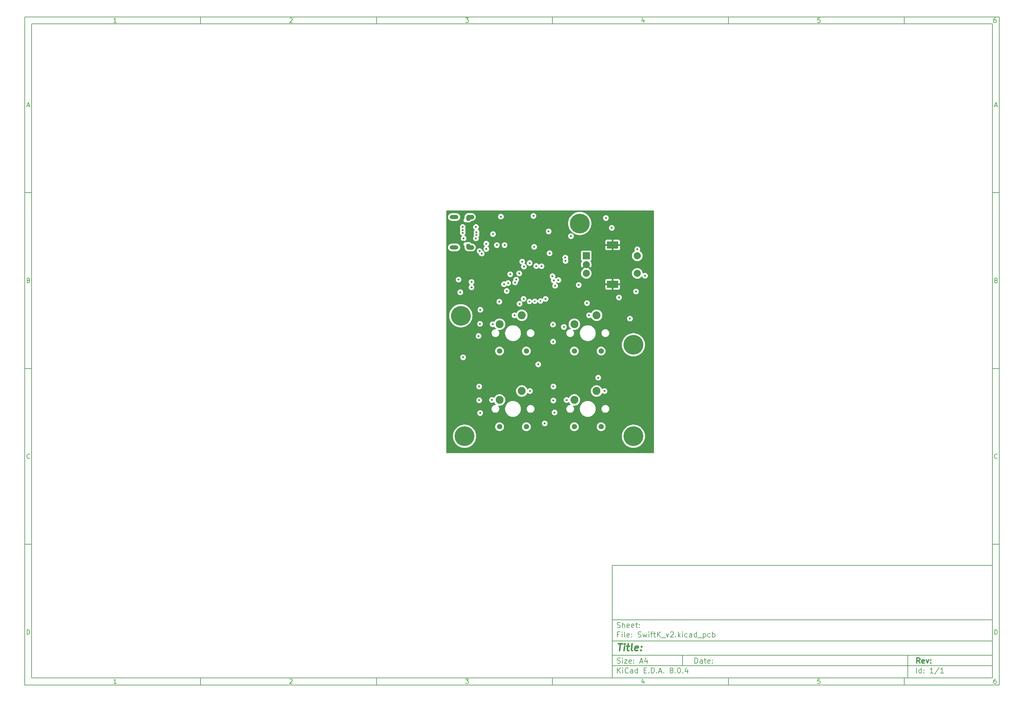
<source format=gbr>
%TF.GenerationSoftware,KiCad,Pcbnew,8.0.4*%
%TF.CreationDate,2024-11-11T17:23:57+08:00*%
%TF.ProjectId,SwiftK_v2,53776966-744b-45f7-9632-2e6b69636164,rev?*%
%TF.SameCoordinates,Original*%
%TF.FileFunction,Copper,L4,Bot*%
%TF.FilePolarity,Positive*%
%FSLAX46Y46*%
G04 Gerber Fmt 4.6, Leading zero omitted, Abs format (unit mm)*
G04 Created by KiCad (PCBNEW 8.0.4) date 2024-11-11 17:23:57*
%MOMM*%
%LPD*%
G01*
G04 APERTURE LIST*
%ADD10C,0.100000*%
%ADD11C,0.150000*%
%ADD12C,0.300000*%
%ADD13C,0.400000*%
%TA.AperFunction,EtchedComponent*%
%ADD14C,0.010000*%
%TD*%
%TA.AperFunction,ComponentPad*%
%ADD15C,1.508000*%
%TD*%
%TA.AperFunction,ComponentPad*%
%ADD16C,2.250000*%
%TD*%
%TA.AperFunction,ComponentPad*%
%ADD17C,5.600000*%
%TD*%
%TA.AperFunction,ComponentPad*%
%ADD18R,2.000000X2.000000*%
%TD*%
%TA.AperFunction,ComponentPad*%
%ADD19C,2.000000*%
%TD*%
%TA.AperFunction,ComponentPad*%
%ADD20R,3.200000X2.000000*%
%TD*%
%TA.AperFunction,ComponentPad*%
%ADD21C,1.140000*%
%TD*%
%TA.AperFunction,ComponentPad*%
%ADD22O,2.440000X1.140000*%
%TD*%
%TA.AperFunction,ViaPad*%
%ADD23C,0.600000*%
%TD*%
%TA.AperFunction,ViaPad*%
%ADD24C,0.500000*%
%TD*%
G04 APERTURE END LIST*
D10*
D11*
X177002200Y-166007200D02*
X285002200Y-166007200D01*
X285002200Y-198007200D01*
X177002200Y-198007200D01*
X177002200Y-166007200D01*
D10*
D11*
X10000000Y-10000000D02*
X287002200Y-10000000D01*
X287002200Y-200007200D01*
X10000000Y-200007200D01*
X10000000Y-10000000D01*
D10*
D11*
X12000000Y-12000000D02*
X285002200Y-12000000D01*
X285002200Y-198007200D01*
X12000000Y-198007200D01*
X12000000Y-12000000D01*
D10*
D11*
X60000000Y-12000000D02*
X60000000Y-10000000D01*
D10*
D11*
X110000000Y-12000000D02*
X110000000Y-10000000D01*
D10*
D11*
X160000000Y-12000000D02*
X160000000Y-10000000D01*
D10*
D11*
X210000000Y-12000000D02*
X210000000Y-10000000D01*
D10*
D11*
X260000000Y-12000000D02*
X260000000Y-10000000D01*
D10*
D11*
X36089160Y-11593604D02*
X35346303Y-11593604D01*
X35717731Y-11593604D02*
X35717731Y-10293604D01*
X35717731Y-10293604D02*
X35593922Y-10479319D01*
X35593922Y-10479319D02*
X35470112Y-10603128D01*
X35470112Y-10603128D02*
X35346303Y-10665033D01*
D10*
D11*
X85346303Y-10417414D02*
X85408207Y-10355509D01*
X85408207Y-10355509D02*
X85532017Y-10293604D01*
X85532017Y-10293604D02*
X85841541Y-10293604D01*
X85841541Y-10293604D02*
X85965350Y-10355509D01*
X85965350Y-10355509D02*
X86027255Y-10417414D01*
X86027255Y-10417414D02*
X86089160Y-10541223D01*
X86089160Y-10541223D02*
X86089160Y-10665033D01*
X86089160Y-10665033D02*
X86027255Y-10850747D01*
X86027255Y-10850747D02*
X85284398Y-11593604D01*
X85284398Y-11593604D02*
X86089160Y-11593604D01*
D10*
D11*
X135284398Y-10293604D02*
X136089160Y-10293604D01*
X136089160Y-10293604D02*
X135655826Y-10788842D01*
X135655826Y-10788842D02*
X135841541Y-10788842D01*
X135841541Y-10788842D02*
X135965350Y-10850747D01*
X135965350Y-10850747D02*
X136027255Y-10912652D01*
X136027255Y-10912652D02*
X136089160Y-11036461D01*
X136089160Y-11036461D02*
X136089160Y-11345985D01*
X136089160Y-11345985D02*
X136027255Y-11469795D01*
X136027255Y-11469795D02*
X135965350Y-11531700D01*
X135965350Y-11531700D02*
X135841541Y-11593604D01*
X135841541Y-11593604D02*
X135470112Y-11593604D01*
X135470112Y-11593604D02*
X135346303Y-11531700D01*
X135346303Y-11531700D02*
X135284398Y-11469795D01*
D10*
D11*
X185965350Y-10726938D02*
X185965350Y-11593604D01*
X185655826Y-10231700D02*
X185346303Y-11160271D01*
X185346303Y-11160271D02*
X186151064Y-11160271D01*
D10*
D11*
X236027255Y-10293604D02*
X235408207Y-10293604D01*
X235408207Y-10293604D02*
X235346303Y-10912652D01*
X235346303Y-10912652D02*
X235408207Y-10850747D01*
X235408207Y-10850747D02*
X235532017Y-10788842D01*
X235532017Y-10788842D02*
X235841541Y-10788842D01*
X235841541Y-10788842D02*
X235965350Y-10850747D01*
X235965350Y-10850747D02*
X236027255Y-10912652D01*
X236027255Y-10912652D02*
X236089160Y-11036461D01*
X236089160Y-11036461D02*
X236089160Y-11345985D01*
X236089160Y-11345985D02*
X236027255Y-11469795D01*
X236027255Y-11469795D02*
X235965350Y-11531700D01*
X235965350Y-11531700D02*
X235841541Y-11593604D01*
X235841541Y-11593604D02*
X235532017Y-11593604D01*
X235532017Y-11593604D02*
X235408207Y-11531700D01*
X235408207Y-11531700D02*
X235346303Y-11469795D01*
D10*
D11*
X285965350Y-10293604D02*
X285717731Y-10293604D01*
X285717731Y-10293604D02*
X285593922Y-10355509D01*
X285593922Y-10355509D02*
X285532017Y-10417414D01*
X285532017Y-10417414D02*
X285408207Y-10603128D01*
X285408207Y-10603128D02*
X285346303Y-10850747D01*
X285346303Y-10850747D02*
X285346303Y-11345985D01*
X285346303Y-11345985D02*
X285408207Y-11469795D01*
X285408207Y-11469795D02*
X285470112Y-11531700D01*
X285470112Y-11531700D02*
X285593922Y-11593604D01*
X285593922Y-11593604D02*
X285841541Y-11593604D01*
X285841541Y-11593604D02*
X285965350Y-11531700D01*
X285965350Y-11531700D02*
X286027255Y-11469795D01*
X286027255Y-11469795D02*
X286089160Y-11345985D01*
X286089160Y-11345985D02*
X286089160Y-11036461D01*
X286089160Y-11036461D02*
X286027255Y-10912652D01*
X286027255Y-10912652D02*
X285965350Y-10850747D01*
X285965350Y-10850747D02*
X285841541Y-10788842D01*
X285841541Y-10788842D02*
X285593922Y-10788842D01*
X285593922Y-10788842D02*
X285470112Y-10850747D01*
X285470112Y-10850747D02*
X285408207Y-10912652D01*
X285408207Y-10912652D02*
X285346303Y-11036461D01*
D10*
D11*
X60000000Y-198007200D02*
X60000000Y-200007200D01*
D10*
D11*
X110000000Y-198007200D02*
X110000000Y-200007200D01*
D10*
D11*
X160000000Y-198007200D02*
X160000000Y-200007200D01*
D10*
D11*
X210000000Y-198007200D02*
X210000000Y-200007200D01*
D10*
D11*
X260000000Y-198007200D02*
X260000000Y-200007200D01*
D10*
D11*
X36089160Y-199600804D02*
X35346303Y-199600804D01*
X35717731Y-199600804D02*
X35717731Y-198300804D01*
X35717731Y-198300804D02*
X35593922Y-198486519D01*
X35593922Y-198486519D02*
X35470112Y-198610328D01*
X35470112Y-198610328D02*
X35346303Y-198672233D01*
D10*
D11*
X85346303Y-198424614D02*
X85408207Y-198362709D01*
X85408207Y-198362709D02*
X85532017Y-198300804D01*
X85532017Y-198300804D02*
X85841541Y-198300804D01*
X85841541Y-198300804D02*
X85965350Y-198362709D01*
X85965350Y-198362709D02*
X86027255Y-198424614D01*
X86027255Y-198424614D02*
X86089160Y-198548423D01*
X86089160Y-198548423D02*
X86089160Y-198672233D01*
X86089160Y-198672233D02*
X86027255Y-198857947D01*
X86027255Y-198857947D02*
X85284398Y-199600804D01*
X85284398Y-199600804D02*
X86089160Y-199600804D01*
D10*
D11*
X135284398Y-198300804D02*
X136089160Y-198300804D01*
X136089160Y-198300804D02*
X135655826Y-198796042D01*
X135655826Y-198796042D02*
X135841541Y-198796042D01*
X135841541Y-198796042D02*
X135965350Y-198857947D01*
X135965350Y-198857947D02*
X136027255Y-198919852D01*
X136027255Y-198919852D02*
X136089160Y-199043661D01*
X136089160Y-199043661D02*
X136089160Y-199353185D01*
X136089160Y-199353185D02*
X136027255Y-199476995D01*
X136027255Y-199476995D02*
X135965350Y-199538900D01*
X135965350Y-199538900D02*
X135841541Y-199600804D01*
X135841541Y-199600804D02*
X135470112Y-199600804D01*
X135470112Y-199600804D02*
X135346303Y-199538900D01*
X135346303Y-199538900D02*
X135284398Y-199476995D01*
D10*
D11*
X185965350Y-198734138D02*
X185965350Y-199600804D01*
X185655826Y-198238900D02*
X185346303Y-199167471D01*
X185346303Y-199167471D02*
X186151064Y-199167471D01*
D10*
D11*
X236027255Y-198300804D02*
X235408207Y-198300804D01*
X235408207Y-198300804D02*
X235346303Y-198919852D01*
X235346303Y-198919852D02*
X235408207Y-198857947D01*
X235408207Y-198857947D02*
X235532017Y-198796042D01*
X235532017Y-198796042D02*
X235841541Y-198796042D01*
X235841541Y-198796042D02*
X235965350Y-198857947D01*
X235965350Y-198857947D02*
X236027255Y-198919852D01*
X236027255Y-198919852D02*
X236089160Y-199043661D01*
X236089160Y-199043661D02*
X236089160Y-199353185D01*
X236089160Y-199353185D02*
X236027255Y-199476995D01*
X236027255Y-199476995D02*
X235965350Y-199538900D01*
X235965350Y-199538900D02*
X235841541Y-199600804D01*
X235841541Y-199600804D02*
X235532017Y-199600804D01*
X235532017Y-199600804D02*
X235408207Y-199538900D01*
X235408207Y-199538900D02*
X235346303Y-199476995D01*
D10*
D11*
X285965350Y-198300804D02*
X285717731Y-198300804D01*
X285717731Y-198300804D02*
X285593922Y-198362709D01*
X285593922Y-198362709D02*
X285532017Y-198424614D01*
X285532017Y-198424614D02*
X285408207Y-198610328D01*
X285408207Y-198610328D02*
X285346303Y-198857947D01*
X285346303Y-198857947D02*
X285346303Y-199353185D01*
X285346303Y-199353185D02*
X285408207Y-199476995D01*
X285408207Y-199476995D02*
X285470112Y-199538900D01*
X285470112Y-199538900D02*
X285593922Y-199600804D01*
X285593922Y-199600804D02*
X285841541Y-199600804D01*
X285841541Y-199600804D02*
X285965350Y-199538900D01*
X285965350Y-199538900D02*
X286027255Y-199476995D01*
X286027255Y-199476995D02*
X286089160Y-199353185D01*
X286089160Y-199353185D02*
X286089160Y-199043661D01*
X286089160Y-199043661D02*
X286027255Y-198919852D01*
X286027255Y-198919852D02*
X285965350Y-198857947D01*
X285965350Y-198857947D02*
X285841541Y-198796042D01*
X285841541Y-198796042D02*
X285593922Y-198796042D01*
X285593922Y-198796042D02*
X285470112Y-198857947D01*
X285470112Y-198857947D02*
X285408207Y-198919852D01*
X285408207Y-198919852D02*
X285346303Y-199043661D01*
D10*
D11*
X10000000Y-60000000D02*
X12000000Y-60000000D01*
D10*
D11*
X10000000Y-110000000D02*
X12000000Y-110000000D01*
D10*
D11*
X10000000Y-160000000D02*
X12000000Y-160000000D01*
D10*
D11*
X10690476Y-35222176D02*
X11309523Y-35222176D01*
X10566666Y-35593604D02*
X10999999Y-34293604D01*
X10999999Y-34293604D02*
X11433333Y-35593604D01*
D10*
D11*
X11092857Y-84912652D02*
X11278571Y-84974557D01*
X11278571Y-84974557D02*
X11340476Y-85036461D01*
X11340476Y-85036461D02*
X11402380Y-85160271D01*
X11402380Y-85160271D02*
X11402380Y-85345985D01*
X11402380Y-85345985D02*
X11340476Y-85469795D01*
X11340476Y-85469795D02*
X11278571Y-85531700D01*
X11278571Y-85531700D02*
X11154761Y-85593604D01*
X11154761Y-85593604D02*
X10659523Y-85593604D01*
X10659523Y-85593604D02*
X10659523Y-84293604D01*
X10659523Y-84293604D02*
X11092857Y-84293604D01*
X11092857Y-84293604D02*
X11216666Y-84355509D01*
X11216666Y-84355509D02*
X11278571Y-84417414D01*
X11278571Y-84417414D02*
X11340476Y-84541223D01*
X11340476Y-84541223D02*
X11340476Y-84665033D01*
X11340476Y-84665033D02*
X11278571Y-84788842D01*
X11278571Y-84788842D02*
X11216666Y-84850747D01*
X11216666Y-84850747D02*
X11092857Y-84912652D01*
X11092857Y-84912652D02*
X10659523Y-84912652D01*
D10*
D11*
X11402380Y-135469795D02*
X11340476Y-135531700D01*
X11340476Y-135531700D02*
X11154761Y-135593604D01*
X11154761Y-135593604D02*
X11030952Y-135593604D01*
X11030952Y-135593604D02*
X10845238Y-135531700D01*
X10845238Y-135531700D02*
X10721428Y-135407890D01*
X10721428Y-135407890D02*
X10659523Y-135284080D01*
X10659523Y-135284080D02*
X10597619Y-135036461D01*
X10597619Y-135036461D02*
X10597619Y-134850747D01*
X10597619Y-134850747D02*
X10659523Y-134603128D01*
X10659523Y-134603128D02*
X10721428Y-134479319D01*
X10721428Y-134479319D02*
X10845238Y-134355509D01*
X10845238Y-134355509D02*
X11030952Y-134293604D01*
X11030952Y-134293604D02*
X11154761Y-134293604D01*
X11154761Y-134293604D02*
X11340476Y-134355509D01*
X11340476Y-134355509D02*
X11402380Y-134417414D01*
D10*
D11*
X10659523Y-185593604D02*
X10659523Y-184293604D01*
X10659523Y-184293604D02*
X10969047Y-184293604D01*
X10969047Y-184293604D02*
X11154761Y-184355509D01*
X11154761Y-184355509D02*
X11278571Y-184479319D01*
X11278571Y-184479319D02*
X11340476Y-184603128D01*
X11340476Y-184603128D02*
X11402380Y-184850747D01*
X11402380Y-184850747D02*
X11402380Y-185036461D01*
X11402380Y-185036461D02*
X11340476Y-185284080D01*
X11340476Y-185284080D02*
X11278571Y-185407890D01*
X11278571Y-185407890D02*
X11154761Y-185531700D01*
X11154761Y-185531700D02*
X10969047Y-185593604D01*
X10969047Y-185593604D02*
X10659523Y-185593604D01*
D10*
D11*
X287002200Y-60000000D02*
X285002200Y-60000000D01*
D10*
D11*
X287002200Y-110000000D02*
X285002200Y-110000000D01*
D10*
D11*
X287002200Y-160000000D02*
X285002200Y-160000000D01*
D10*
D11*
X285692676Y-35222176D02*
X286311723Y-35222176D01*
X285568866Y-35593604D02*
X286002199Y-34293604D01*
X286002199Y-34293604D02*
X286435533Y-35593604D01*
D10*
D11*
X286095057Y-84912652D02*
X286280771Y-84974557D01*
X286280771Y-84974557D02*
X286342676Y-85036461D01*
X286342676Y-85036461D02*
X286404580Y-85160271D01*
X286404580Y-85160271D02*
X286404580Y-85345985D01*
X286404580Y-85345985D02*
X286342676Y-85469795D01*
X286342676Y-85469795D02*
X286280771Y-85531700D01*
X286280771Y-85531700D02*
X286156961Y-85593604D01*
X286156961Y-85593604D02*
X285661723Y-85593604D01*
X285661723Y-85593604D02*
X285661723Y-84293604D01*
X285661723Y-84293604D02*
X286095057Y-84293604D01*
X286095057Y-84293604D02*
X286218866Y-84355509D01*
X286218866Y-84355509D02*
X286280771Y-84417414D01*
X286280771Y-84417414D02*
X286342676Y-84541223D01*
X286342676Y-84541223D02*
X286342676Y-84665033D01*
X286342676Y-84665033D02*
X286280771Y-84788842D01*
X286280771Y-84788842D02*
X286218866Y-84850747D01*
X286218866Y-84850747D02*
X286095057Y-84912652D01*
X286095057Y-84912652D02*
X285661723Y-84912652D01*
D10*
D11*
X286404580Y-135469795D02*
X286342676Y-135531700D01*
X286342676Y-135531700D02*
X286156961Y-135593604D01*
X286156961Y-135593604D02*
X286033152Y-135593604D01*
X286033152Y-135593604D02*
X285847438Y-135531700D01*
X285847438Y-135531700D02*
X285723628Y-135407890D01*
X285723628Y-135407890D02*
X285661723Y-135284080D01*
X285661723Y-135284080D02*
X285599819Y-135036461D01*
X285599819Y-135036461D02*
X285599819Y-134850747D01*
X285599819Y-134850747D02*
X285661723Y-134603128D01*
X285661723Y-134603128D02*
X285723628Y-134479319D01*
X285723628Y-134479319D02*
X285847438Y-134355509D01*
X285847438Y-134355509D02*
X286033152Y-134293604D01*
X286033152Y-134293604D02*
X286156961Y-134293604D01*
X286156961Y-134293604D02*
X286342676Y-134355509D01*
X286342676Y-134355509D02*
X286404580Y-134417414D01*
D10*
D11*
X285661723Y-185593604D02*
X285661723Y-184293604D01*
X285661723Y-184293604D02*
X285971247Y-184293604D01*
X285971247Y-184293604D02*
X286156961Y-184355509D01*
X286156961Y-184355509D02*
X286280771Y-184479319D01*
X286280771Y-184479319D02*
X286342676Y-184603128D01*
X286342676Y-184603128D02*
X286404580Y-184850747D01*
X286404580Y-184850747D02*
X286404580Y-185036461D01*
X286404580Y-185036461D02*
X286342676Y-185284080D01*
X286342676Y-185284080D02*
X286280771Y-185407890D01*
X286280771Y-185407890D02*
X286156961Y-185531700D01*
X286156961Y-185531700D02*
X285971247Y-185593604D01*
X285971247Y-185593604D02*
X285661723Y-185593604D01*
D10*
D11*
X200458026Y-193793328D02*
X200458026Y-192293328D01*
X200458026Y-192293328D02*
X200815169Y-192293328D01*
X200815169Y-192293328D02*
X201029455Y-192364757D01*
X201029455Y-192364757D02*
X201172312Y-192507614D01*
X201172312Y-192507614D02*
X201243741Y-192650471D01*
X201243741Y-192650471D02*
X201315169Y-192936185D01*
X201315169Y-192936185D02*
X201315169Y-193150471D01*
X201315169Y-193150471D02*
X201243741Y-193436185D01*
X201243741Y-193436185D02*
X201172312Y-193579042D01*
X201172312Y-193579042D02*
X201029455Y-193721900D01*
X201029455Y-193721900D02*
X200815169Y-193793328D01*
X200815169Y-193793328D02*
X200458026Y-193793328D01*
X202600884Y-193793328D02*
X202600884Y-193007614D01*
X202600884Y-193007614D02*
X202529455Y-192864757D01*
X202529455Y-192864757D02*
X202386598Y-192793328D01*
X202386598Y-192793328D02*
X202100884Y-192793328D01*
X202100884Y-192793328D02*
X201958026Y-192864757D01*
X202600884Y-193721900D02*
X202458026Y-193793328D01*
X202458026Y-193793328D02*
X202100884Y-193793328D01*
X202100884Y-193793328D02*
X201958026Y-193721900D01*
X201958026Y-193721900D02*
X201886598Y-193579042D01*
X201886598Y-193579042D02*
X201886598Y-193436185D01*
X201886598Y-193436185D02*
X201958026Y-193293328D01*
X201958026Y-193293328D02*
X202100884Y-193221900D01*
X202100884Y-193221900D02*
X202458026Y-193221900D01*
X202458026Y-193221900D02*
X202600884Y-193150471D01*
X203100884Y-192793328D02*
X203672312Y-192793328D01*
X203315169Y-192293328D02*
X203315169Y-193579042D01*
X203315169Y-193579042D02*
X203386598Y-193721900D01*
X203386598Y-193721900D02*
X203529455Y-193793328D01*
X203529455Y-193793328D02*
X203672312Y-193793328D01*
X204743741Y-193721900D02*
X204600884Y-193793328D01*
X204600884Y-193793328D02*
X204315170Y-193793328D01*
X204315170Y-193793328D02*
X204172312Y-193721900D01*
X204172312Y-193721900D02*
X204100884Y-193579042D01*
X204100884Y-193579042D02*
X204100884Y-193007614D01*
X204100884Y-193007614D02*
X204172312Y-192864757D01*
X204172312Y-192864757D02*
X204315170Y-192793328D01*
X204315170Y-192793328D02*
X204600884Y-192793328D01*
X204600884Y-192793328D02*
X204743741Y-192864757D01*
X204743741Y-192864757D02*
X204815170Y-193007614D01*
X204815170Y-193007614D02*
X204815170Y-193150471D01*
X204815170Y-193150471D02*
X204100884Y-193293328D01*
X205458026Y-193650471D02*
X205529455Y-193721900D01*
X205529455Y-193721900D02*
X205458026Y-193793328D01*
X205458026Y-193793328D02*
X205386598Y-193721900D01*
X205386598Y-193721900D02*
X205458026Y-193650471D01*
X205458026Y-193650471D02*
X205458026Y-193793328D01*
X205458026Y-192864757D02*
X205529455Y-192936185D01*
X205529455Y-192936185D02*
X205458026Y-193007614D01*
X205458026Y-193007614D02*
X205386598Y-192936185D01*
X205386598Y-192936185D02*
X205458026Y-192864757D01*
X205458026Y-192864757D02*
X205458026Y-193007614D01*
D10*
D11*
X177002200Y-194507200D02*
X285002200Y-194507200D01*
D10*
D11*
X178458026Y-196593328D02*
X178458026Y-195093328D01*
X179315169Y-196593328D02*
X178672312Y-195736185D01*
X179315169Y-195093328D02*
X178458026Y-195950471D01*
X179958026Y-196593328D02*
X179958026Y-195593328D01*
X179958026Y-195093328D02*
X179886598Y-195164757D01*
X179886598Y-195164757D02*
X179958026Y-195236185D01*
X179958026Y-195236185D02*
X180029455Y-195164757D01*
X180029455Y-195164757D02*
X179958026Y-195093328D01*
X179958026Y-195093328D02*
X179958026Y-195236185D01*
X181529455Y-196450471D02*
X181458027Y-196521900D01*
X181458027Y-196521900D02*
X181243741Y-196593328D01*
X181243741Y-196593328D02*
X181100884Y-196593328D01*
X181100884Y-196593328D02*
X180886598Y-196521900D01*
X180886598Y-196521900D02*
X180743741Y-196379042D01*
X180743741Y-196379042D02*
X180672312Y-196236185D01*
X180672312Y-196236185D02*
X180600884Y-195950471D01*
X180600884Y-195950471D02*
X180600884Y-195736185D01*
X180600884Y-195736185D02*
X180672312Y-195450471D01*
X180672312Y-195450471D02*
X180743741Y-195307614D01*
X180743741Y-195307614D02*
X180886598Y-195164757D01*
X180886598Y-195164757D02*
X181100884Y-195093328D01*
X181100884Y-195093328D02*
X181243741Y-195093328D01*
X181243741Y-195093328D02*
X181458027Y-195164757D01*
X181458027Y-195164757D02*
X181529455Y-195236185D01*
X182815170Y-196593328D02*
X182815170Y-195807614D01*
X182815170Y-195807614D02*
X182743741Y-195664757D01*
X182743741Y-195664757D02*
X182600884Y-195593328D01*
X182600884Y-195593328D02*
X182315170Y-195593328D01*
X182315170Y-195593328D02*
X182172312Y-195664757D01*
X182815170Y-196521900D02*
X182672312Y-196593328D01*
X182672312Y-196593328D02*
X182315170Y-196593328D01*
X182315170Y-196593328D02*
X182172312Y-196521900D01*
X182172312Y-196521900D02*
X182100884Y-196379042D01*
X182100884Y-196379042D02*
X182100884Y-196236185D01*
X182100884Y-196236185D02*
X182172312Y-196093328D01*
X182172312Y-196093328D02*
X182315170Y-196021900D01*
X182315170Y-196021900D02*
X182672312Y-196021900D01*
X182672312Y-196021900D02*
X182815170Y-195950471D01*
X184172313Y-196593328D02*
X184172313Y-195093328D01*
X184172313Y-196521900D02*
X184029455Y-196593328D01*
X184029455Y-196593328D02*
X183743741Y-196593328D01*
X183743741Y-196593328D02*
X183600884Y-196521900D01*
X183600884Y-196521900D02*
X183529455Y-196450471D01*
X183529455Y-196450471D02*
X183458027Y-196307614D01*
X183458027Y-196307614D02*
X183458027Y-195879042D01*
X183458027Y-195879042D02*
X183529455Y-195736185D01*
X183529455Y-195736185D02*
X183600884Y-195664757D01*
X183600884Y-195664757D02*
X183743741Y-195593328D01*
X183743741Y-195593328D02*
X184029455Y-195593328D01*
X184029455Y-195593328D02*
X184172313Y-195664757D01*
X186029455Y-195807614D02*
X186529455Y-195807614D01*
X186743741Y-196593328D02*
X186029455Y-196593328D01*
X186029455Y-196593328D02*
X186029455Y-195093328D01*
X186029455Y-195093328D02*
X186743741Y-195093328D01*
X187386598Y-196450471D02*
X187458027Y-196521900D01*
X187458027Y-196521900D02*
X187386598Y-196593328D01*
X187386598Y-196593328D02*
X187315170Y-196521900D01*
X187315170Y-196521900D02*
X187386598Y-196450471D01*
X187386598Y-196450471D02*
X187386598Y-196593328D01*
X188100884Y-196593328D02*
X188100884Y-195093328D01*
X188100884Y-195093328D02*
X188458027Y-195093328D01*
X188458027Y-195093328D02*
X188672313Y-195164757D01*
X188672313Y-195164757D02*
X188815170Y-195307614D01*
X188815170Y-195307614D02*
X188886599Y-195450471D01*
X188886599Y-195450471D02*
X188958027Y-195736185D01*
X188958027Y-195736185D02*
X188958027Y-195950471D01*
X188958027Y-195950471D02*
X188886599Y-196236185D01*
X188886599Y-196236185D02*
X188815170Y-196379042D01*
X188815170Y-196379042D02*
X188672313Y-196521900D01*
X188672313Y-196521900D02*
X188458027Y-196593328D01*
X188458027Y-196593328D02*
X188100884Y-196593328D01*
X189600884Y-196450471D02*
X189672313Y-196521900D01*
X189672313Y-196521900D02*
X189600884Y-196593328D01*
X189600884Y-196593328D02*
X189529456Y-196521900D01*
X189529456Y-196521900D02*
X189600884Y-196450471D01*
X189600884Y-196450471D02*
X189600884Y-196593328D01*
X190243742Y-196164757D02*
X190958028Y-196164757D01*
X190100885Y-196593328D02*
X190600885Y-195093328D01*
X190600885Y-195093328D02*
X191100885Y-196593328D01*
X191600884Y-196450471D02*
X191672313Y-196521900D01*
X191672313Y-196521900D02*
X191600884Y-196593328D01*
X191600884Y-196593328D02*
X191529456Y-196521900D01*
X191529456Y-196521900D02*
X191600884Y-196450471D01*
X191600884Y-196450471D02*
X191600884Y-196593328D01*
X193672313Y-195736185D02*
X193529456Y-195664757D01*
X193529456Y-195664757D02*
X193458027Y-195593328D01*
X193458027Y-195593328D02*
X193386599Y-195450471D01*
X193386599Y-195450471D02*
X193386599Y-195379042D01*
X193386599Y-195379042D02*
X193458027Y-195236185D01*
X193458027Y-195236185D02*
X193529456Y-195164757D01*
X193529456Y-195164757D02*
X193672313Y-195093328D01*
X193672313Y-195093328D02*
X193958027Y-195093328D01*
X193958027Y-195093328D02*
X194100885Y-195164757D01*
X194100885Y-195164757D02*
X194172313Y-195236185D01*
X194172313Y-195236185D02*
X194243742Y-195379042D01*
X194243742Y-195379042D02*
X194243742Y-195450471D01*
X194243742Y-195450471D02*
X194172313Y-195593328D01*
X194172313Y-195593328D02*
X194100885Y-195664757D01*
X194100885Y-195664757D02*
X193958027Y-195736185D01*
X193958027Y-195736185D02*
X193672313Y-195736185D01*
X193672313Y-195736185D02*
X193529456Y-195807614D01*
X193529456Y-195807614D02*
X193458027Y-195879042D01*
X193458027Y-195879042D02*
X193386599Y-196021900D01*
X193386599Y-196021900D02*
X193386599Y-196307614D01*
X193386599Y-196307614D02*
X193458027Y-196450471D01*
X193458027Y-196450471D02*
X193529456Y-196521900D01*
X193529456Y-196521900D02*
X193672313Y-196593328D01*
X193672313Y-196593328D02*
X193958027Y-196593328D01*
X193958027Y-196593328D02*
X194100885Y-196521900D01*
X194100885Y-196521900D02*
X194172313Y-196450471D01*
X194172313Y-196450471D02*
X194243742Y-196307614D01*
X194243742Y-196307614D02*
X194243742Y-196021900D01*
X194243742Y-196021900D02*
X194172313Y-195879042D01*
X194172313Y-195879042D02*
X194100885Y-195807614D01*
X194100885Y-195807614D02*
X193958027Y-195736185D01*
X194886598Y-196450471D02*
X194958027Y-196521900D01*
X194958027Y-196521900D02*
X194886598Y-196593328D01*
X194886598Y-196593328D02*
X194815170Y-196521900D01*
X194815170Y-196521900D02*
X194886598Y-196450471D01*
X194886598Y-196450471D02*
X194886598Y-196593328D01*
X195886599Y-195093328D02*
X196029456Y-195093328D01*
X196029456Y-195093328D02*
X196172313Y-195164757D01*
X196172313Y-195164757D02*
X196243742Y-195236185D01*
X196243742Y-195236185D02*
X196315170Y-195379042D01*
X196315170Y-195379042D02*
X196386599Y-195664757D01*
X196386599Y-195664757D02*
X196386599Y-196021900D01*
X196386599Y-196021900D02*
X196315170Y-196307614D01*
X196315170Y-196307614D02*
X196243742Y-196450471D01*
X196243742Y-196450471D02*
X196172313Y-196521900D01*
X196172313Y-196521900D02*
X196029456Y-196593328D01*
X196029456Y-196593328D02*
X195886599Y-196593328D01*
X195886599Y-196593328D02*
X195743742Y-196521900D01*
X195743742Y-196521900D02*
X195672313Y-196450471D01*
X195672313Y-196450471D02*
X195600884Y-196307614D01*
X195600884Y-196307614D02*
X195529456Y-196021900D01*
X195529456Y-196021900D02*
X195529456Y-195664757D01*
X195529456Y-195664757D02*
X195600884Y-195379042D01*
X195600884Y-195379042D02*
X195672313Y-195236185D01*
X195672313Y-195236185D02*
X195743742Y-195164757D01*
X195743742Y-195164757D02*
X195886599Y-195093328D01*
X197029455Y-196450471D02*
X197100884Y-196521900D01*
X197100884Y-196521900D02*
X197029455Y-196593328D01*
X197029455Y-196593328D02*
X196958027Y-196521900D01*
X196958027Y-196521900D02*
X197029455Y-196450471D01*
X197029455Y-196450471D02*
X197029455Y-196593328D01*
X198386599Y-195593328D02*
X198386599Y-196593328D01*
X198029456Y-195021900D02*
X197672313Y-196093328D01*
X197672313Y-196093328D02*
X198600884Y-196093328D01*
D10*
D11*
X177002200Y-191507200D02*
X285002200Y-191507200D01*
D10*
D12*
X264413853Y-193785528D02*
X263913853Y-193071242D01*
X263556710Y-193785528D02*
X263556710Y-192285528D01*
X263556710Y-192285528D02*
X264128139Y-192285528D01*
X264128139Y-192285528D02*
X264270996Y-192356957D01*
X264270996Y-192356957D02*
X264342425Y-192428385D01*
X264342425Y-192428385D02*
X264413853Y-192571242D01*
X264413853Y-192571242D02*
X264413853Y-192785528D01*
X264413853Y-192785528D02*
X264342425Y-192928385D01*
X264342425Y-192928385D02*
X264270996Y-192999814D01*
X264270996Y-192999814D02*
X264128139Y-193071242D01*
X264128139Y-193071242D02*
X263556710Y-193071242D01*
X265628139Y-193714100D02*
X265485282Y-193785528D01*
X265485282Y-193785528D02*
X265199568Y-193785528D01*
X265199568Y-193785528D02*
X265056710Y-193714100D01*
X265056710Y-193714100D02*
X264985282Y-193571242D01*
X264985282Y-193571242D02*
X264985282Y-192999814D01*
X264985282Y-192999814D02*
X265056710Y-192856957D01*
X265056710Y-192856957D02*
X265199568Y-192785528D01*
X265199568Y-192785528D02*
X265485282Y-192785528D01*
X265485282Y-192785528D02*
X265628139Y-192856957D01*
X265628139Y-192856957D02*
X265699568Y-192999814D01*
X265699568Y-192999814D02*
X265699568Y-193142671D01*
X265699568Y-193142671D02*
X264985282Y-193285528D01*
X266199567Y-192785528D02*
X266556710Y-193785528D01*
X266556710Y-193785528D02*
X266913853Y-192785528D01*
X267485281Y-193642671D02*
X267556710Y-193714100D01*
X267556710Y-193714100D02*
X267485281Y-193785528D01*
X267485281Y-193785528D02*
X267413853Y-193714100D01*
X267413853Y-193714100D02*
X267485281Y-193642671D01*
X267485281Y-193642671D02*
X267485281Y-193785528D01*
X267485281Y-192856957D02*
X267556710Y-192928385D01*
X267556710Y-192928385D02*
X267485281Y-192999814D01*
X267485281Y-192999814D02*
X267413853Y-192928385D01*
X267413853Y-192928385D02*
X267485281Y-192856957D01*
X267485281Y-192856957D02*
X267485281Y-192999814D01*
D10*
D11*
X178386598Y-193721900D02*
X178600884Y-193793328D01*
X178600884Y-193793328D02*
X178958026Y-193793328D01*
X178958026Y-193793328D02*
X179100884Y-193721900D01*
X179100884Y-193721900D02*
X179172312Y-193650471D01*
X179172312Y-193650471D02*
X179243741Y-193507614D01*
X179243741Y-193507614D02*
X179243741Y-193364757D01*
X179243741Y-193364757D02*
X179172312Y-193221900D01*
X179172312Y-193221900D02*
X179100884Y-193150471D01*
X179100884Y-193150471D02*
X178958026Y-193079042D01*
X178958026Y-193079042D02*
X178672312Y-193007614D01*
X178672312Y-193007614D02*
X178529455Y-192936185D01*
X178529455Y-192936185D02*
X178458026Y-192864757D01*
X178458026Y-192864757D02*
X178386598Y-192721900D01*
X178386598Y-192721900D02*
X178386598Y-192579042D01*
X178386598Y-192579042D02*
X178458026Y-192436185D01*
X178458026Y-192436185D02*
X178529455Y-192364757D01*
X178529455Y-192364757D02*
X178672312Y-192293328D01*
X178672312Y-192293328D02*
X179029455Y-192293328D01*
X179029455Y-192293328D02*
X179243741Y-192364757D01*
X179886597Y-193793328D02*
X179886597Y-192793328D01*
X179886597Y-192293328D02*
X179815169Y-192364757D01*
X179815169Y-192364757D02*
X179886597Y-192436185D01*
X179886597Y-192436185D02*
X179958026Y-192364757D01*
X179958026Y-192364757D02*
X179886597Y-192293328D01*
X179886597Y-192293328D02*
X179886597Y-192436185D01*
X180458026Y-192793328D02*
X181243741Y-192793328D01*
X181243741Y-192793328D02*
X180458026Y-193793328D01*
X180458026Y-193793328D02*
X181243741Y-193793328D01*
X182386598Y-193721900D02*
X182243741Y-193793328D01*
X182243741Y-193793328D02*
X181958027Y-193793328D01*
X181958027Y-193793328D02*
X181815169Y-193721900D01*
X181815169Y-193721900D02*
X181743741Y-193579042D01*
X181743741Y-193579042D02*
X181743741Y-193007614D01*
X181743741Y-193007614D02*
X181815169Y-192864757D01*
X181815169Y-192864757D02*
X181958027Y-192793328D01*
X181958027Y-192793328D02*
X182243741Y-192793328D01*
X182243741Y-192793328D02*
X182386598Y-192864757D01*
X182386598Y-192864757D02*
X182458027Y-193007614D01*
X182458027Y-193007614D02*
X182458027Y-193150471D01*
X182458027Y-193150471D02*
X181743741Y-193293328D01*
X183100883Y-193650471D02*
X183172312Y-193721900D01*
X183172312Y-193721900D02*
X183100883Y-193793328D01*
X183100883Y-193793328D02*
X183029455Y-193721900D01*
X183029455Y-193721900D02*
X183100883Y-193650471D01*
X183100883Y-193650471D02*
X183100883Y-193793328D01*
X183100883Y-192864757D02*
X183172312Y-192936185D01*
X183172312Y-192936185D02*
X183100883Y-193007614D01*
X183100883Y-193007614D02*
X183029455Y-192936185D01*
X183029455Y-192936185D02*
X183100883Y-192864757D01*
X183100883Y-192864757D02*
X183100883Y-193007614D01*
X184886598Y-193364757D02*
X185600884Y-193364757D01*
X184743741Y-193793328D02*
X185243741Y-192293328D01*
X185243741Y-192293328D02*
X185743741Y-193793328D01*
X186886598Y-192793328D02*
X186886598Y-193793328D01*
X186529455Y-192221900D02*
X186172312Y-193293328D01*
X186172312Y-193293328D02*
X187100883Y-193293328D01*
D10*
D11*
X263458026Y-196593328D02*
X263458026Y-195093328D01*
X264815170Y-196593328D02*
X264815170Y-195093328D01*
X264815170Y-196521900D02*
X264672312Y-196593328D01*
X264672312Y-196593328D02*
X264386598Y-196593328D01*
X264386598Y-196593328D02*
X264243741Y-196521900D01*
X264243741Y-196521900D02*
X264172312Y-196450471D01*
X264172312Y-196450471D02*
X264100884Y-196307614D01*
X264100884Y-196307614D02*
X264100884Y-195879042D01*
X264100884Y-195879042D02*
X264172312Y-195736185D01*
X264172312Y-195736185D02*
X264243741Y-195664757D01*
X264243741Y-195664757D02*
X264386598Y-195593328D01*
X264386598Y-195593328D02*
X264672312Y-195593328D01*
X264672312Y-195593328D02*
X264815170Y-195664757D01*
X265529455Y-196450471D02*
X265600884Y-196521900D01*
X265600884Y-196521900D02*
X265529455Y-196593328D01*
X265529455Y-196593328D02*
X265458027Y-196521900D01*
X265458027Y-196521900D02*
X265529455Y-196450471D01*
X265529455Y-196450471D02*
X265529455Y-196593328D01*
X265529455Y-195664757D02*
X265600884Y-195736185D01*
X265600884Y-195736185D02*
X265529455Y-195807614D01*
X265529455Y-195807614D02*
X265458027Y-195736185D01*
X265458027Y-195736185D02*
X265529455Y-195664757D01*
X265529455Y-195664757D02*
X265529455Y-195807614D01*
X268172313Y-196593328D02*
X267315170Y-196593328D01*
X267743741Y-196593328D02*
X267743741Y-195093328D01*
X267743741Y-195093328D02*
X267600884Y-195307614D01*
X267600884Y-195307614D02*
X267458027Y-195450471D01*
X267458027Y-195450471D02*
X267315170Y-195521900D01*
X269886598Y-195021900D02*
X268600884Y-196950471D01*
X271172313Y-196593328D02*
X270315170Y-196593328D01*
X270743741Y-196593328D02*
X270743741Y-195093328D01*
X270743741Y-195093328D02*
X270600884Y-195307614D01*
X270600884Y-195307614D02*
X270458027Y-195450471D01*
X270458027Y-195450471D02*
X270315170Y-195521900D01*
D10*
D11*
X177002200Y-187507200D02*
X285002200Y-187507200D01*
D10*
D13*
X178693928Y-188211638D02*
X179836785Y-188211638D01*
X179015357Y-190211638D02*
X179265357Y-188211638D01*
X180253452Y-190211638D02*
X180420119Y-188878304D01*
X180503452Y-188211638D02*
X180396309Y-188306876D01*
X180396309Y-188306876D02*
X180479643Y-188402114D01*
X180479643Y-188402114D02*
X180586786Y-188306876D01*
X180586786Y-188306876D02*
X180503452Y-188211638D01*
X180503452Y-188211638D02*
X180479643Y-188402114D01*
X181086786Y-188878304D02*
X181848690Y-188878304D01*
X181455833Y-188211638D02*
X181241548Y-189925923D01*
X181241548Y-189925923D02*
X181312976Y-190116400D01*
X181312976Y-190116400D02*
X181491548Y-190211638D01*
X181491548Y-190211638D02*
X181682024Y-190211638D01*
X182634405Y-190211638D02*
X182455833Y-190116400D01*
X182455833Y-190116400D02*
X182384405Y-189925923D01*
X182384405Y-189925923D02*
X182598690Y-188211638D01*
X184170119Y-190116400D02*
X183967738Y-190211638D01*
X183967738Y-190211638D02*
X183586785Y-190211638D01*
X183586785Y-190211638D02*
X183408214Y-190116400D01*
X183408214Y-190116400D02*
X183336785Y-189925923D01*
X183336785Y-189925923D02*
X183432024Y-189164019D01*
X183432024Y-189164019D02*
X183551071Y-188973542D01*
X183551071Y-188973542D02*
X183753452Y-188878304D01*
X183753452Y-188878304D02*
X184134404Y-188878304D01*
X184134404Y-188878304D02*
X184312976Y-188973542D01*
X184312976Y-188973542D02*
X184384404Y-189164019D01*
X184384404Y-189164019D02*
X184360595Y-189354495D01*
X184360595Y-189354495D02*
X183384404Y-189544971D01*
X185134405Y-190021161D02*
X185217738Y-190116400D01*
X185217738Y-190116400D02*
X185110595Y-190211638D01*
X185110595Y-190211638D02*
X185027262Y-190116400D01*
X185027262Y-190116400D02*
X185134405Y-190021161D01*
X185134405Y-190021161D02*
X185110595Y-190211638D01*
X185265357Y-188973542D02*
X185348690Y-189068780D01*
X185348690Y-189068780D02*
X185241548Y-189164019D01*
X185241548Y-189164019D02*
X185158214Y-189068780D01*
X185158214Y-189068780D02*
X185265357Y-188973542D01*
X185265357Y-188973542D02*
X185241548Y-189164019D01*
D10*
D11*
X178958026Y-185607614D02*
X178458026Y-185607614D01*
X178458026Y-186393328D02*
X178458026Y-184893328D01*
X178458026Y-184893328D02*
X179172312Y-184893328D01*
X179743740Y-186393328D02*
X179743740Y-185393328D01*
X179743740Y-184893328D02*
X179672312Y-184964757D01*
X179672312Y-184964757D02*
X179743740Y-185036185D01*
X179743740Y-185036185D02*
X179815169Y-184964757D01*
X179815169Y-184964757D02*
X179743740Y-184893328D01*
X179743740Y-184893328D02*
X179743740Y-185036185D01*
X180672312Y-186393328D02*
X180529455Y-186321900D01*
X180529455Y-186321900D02*
X180458026Y-186179042D01*
X180458026Y-186179042D02*
X180458026Y-184893328D01*
X181815169Y-186321900D02*
X181672312Y-186393328D01*
X181672312Y-186393328D02*
X181386598Y-186393328D01*
X181386598Y-186393328D02*
X181243740Y-186321900D01*
X181243740Y-186321900D02*
X181172312Y-186179042D01*
X181172312Y-186179042D02*
X181172312Y-185607614D01*
X181172312Y-185607614D02*
X181243740Y-185464757D01*
X181243740Y-185464757D02*
X181386598Y-185393328D01*
X181386598Y-185393328D02*
X181672312Y-185393328D01*
X181672312Y-185393328D02*
X181815169Y-185464757D01*
X181815169Y-185464757D02*
X181886598Y-185607614D01*
X181886598Y-185607614D02*
X181886598Y-185750471D01*
X181886598Y-185750471D02*
X181172312Y-185893328D01*
X182529454Y-186250471D02*
X182600883Y-186321900D01*
X182600883Y-186321900D02*
X182529454Y-186393328D01*
X182529454Y-186393328D02*
X182458026Y-186321900D01*
X182458026Y-186321900D02*
X182529454Y-186250471D01*
X182529454Y-186250471D02*
X182529454Y-186393328D01*
X182529454Y-185464757D02*
X182600883Y-185536185D01*
X182600883Y-185536185D02*
X182529454Y-185607614D01*
X182529454Y-185607614D02*
X182458026Y-185536185D01*
X182458026Y-185536185D02*
X182529454Y-185464757D01*
X182529454Y-185464757D02*
X182529454Y-185607614D01*
X184315169Y-186321900D02*
X184529455Y-186393328D01*
X184529455Y-186393328D02*
X184886597Y-186393328D01*
X184886597Y-186393328D02*
X185029455Y-186321900D01*
X185029455Y-186321900D02*
X185100883Y-186250471D01*
X185100883Y-186250471D02*
X185172312Y-186107614D01*
X185172312Y-186107614D02*
X185172312Y-185964757D01*
X185172312Y-185964757D02*
X185100883Y-185821900D01*
X185100883Y-185821900D02*
X185029455Y-185750471D01*
X185029455Y-185750471D02*
X184886597Y-185679042D01*
X184886597Y-185679042D02*
X184600883Y-185607614D01*
X184600883Y-185607614D02*
X184458026Y-185536185D01*
X184458026Y-185536185D02*
X184386597Y-185464757D01*
X184386597Y-185464757D02*
X184315169Y-185321900D01*
X184315169Y-185321900D02*
X184315169Y-185179042D01*
X184315169Y-185179042D02*
X184386597Y-185036185D01*
X184386597Y-185036185D02*
X184458026Y-184964757D01*
X184458026Y-184964757D02*
X184600883Y-184893328D01*
X184600883Y-184893328D02*
X184958026Y-184893328D01*
X184958026Y-184893328D02*
X185172312Y-184964757D01*
X185672311Y-185393328D02*
X185958026Y-186393328D01*
X185958026Y-186393328D02*
X186243740Y-185679042D01*
X186243740Y-185679042D02*
X186529454Y-186393328D01*
X186529454Y-186393328D02*
X186815168Y-185393328D01*
X187386597Y-186393328D02*
X187386597Y-185393328D01*
X187386597Y-184893328D02*
X187315169Y-184964757D01*
X187315169Y-184964757D02*
X187386597Y-185036185D01*
X187386597Y-185036185D02*
X187458026Y-184964757D01*
X187458026Y-184964757D02*
X187386597Y-184893328D01*
X187386597Y-184893328D02*
X187386597Y-185036185D01*
X187886598Y-185393328D02*
X188458026Y-185393328D01*
X188100883Y-186393328D02*
X188100883Y-185107614D01*
X188100883Y-185107614D02*
X188172312Y-184964757D01*
X188172312Y-184964757D02*
X188315169Y-184893328D01*
X188315169Y-184893328D02*
X188458026Y-184893328D01*
X188743741Y-185393328D02*
X189315169Y-185393328D01*
X188958026Y-184893328D02*
X188958026Y-186179042D01*
X188958026Y-186179042D02*
X189029455Y-186321900D01*
X189029455Y-186321900D02*
X189172312Y-186393328D01*
X189172312Y-186393328D02*
X189315169Y-186393328D01*
X189815169Y-186393328D02*
X189815169Y-184893328D01*
X190672312Y-186393328D02*
X190029455Y-185536185D01*
X190672312Y-184893328D02*
X189815169Y-185750471D01*
X190958027Y-186536185D02*
X192100884Y-186536185D01*
X192315169Y-185393328D02*
X192672312Y-186393328D01*
X192672312Y-186393328D02*
X193029455Y-185393328D01*
X193529455Y-185036185D02*
X193600883Y-184964757D01*
X193600883Y-184964757D02*
X193743741Y-184893328D01*
X193743741Y-184893328D02*
X194100883Y-184893328D01*
X194100883Y-184893328D02*
X194243741Y-184964757D01*
X194243741Y-184964757D02*
X194315169Y-185036185D01*
X194315169Y-185036185D02*
X194386598Y-185179042D01*
X194386598Y-185179042D02*
X194386598Y-185321900D01*
X194386598Y-185321900D02*
X194315169Y-185536185D01*
X194315169Y-185536185D02*
X193458026Y-186393328D01*
X193458026Y-186393328D02*
X194386598Y-186393328D01*
X195029454Y-186250471D02*
X195100883Y-186321900D01*
X195100883Y-186321900D02*
X195029454Y-186393328D01*
X195029454Y-186393328D02*
X194958026Y-186321900D01*
X194958026Y-186321900D02*
X195029454Y-186250471D01*
X195029454Y-186250471D02*
X195029454Y-186393328D01*
X195743740Y-186393328D02*
X195743740Y-184893328D01*
X195886598Y-185821900D02*
X196315169Y-186393328D01*
X196315169Y-185393328D02*
X195743740Y-185964757D01*
X196958026Y-186393328D02*
X196958026Y-185393328D01*
X196958026Y-184893328D02*
X196886598Y-184964757D01*
X196886598Y-184964757D02*
X196958026Y-185036185D01*
X196958026Y-185036185D02*
X197029455Y-184964757D01*
X197029455Y-184964757D02*
X196958026Y-184893328D01*
X196958026Y-184893328D02*
X196958026Y-185036185D01*
X198315170Y-186321900D02*
X198172312Y-186393328D01*
X198172312Y-186393328D02*
X197886598Y-186393328D01*
X197886598Y-186393328D02*
X197743741Y-186321900D01*
X197743741Y-186321900D02*
X197672312Y-186250471D01*
X197672312Y-186250471D02*
X197600884Y-186107614D01*
X197600884Y-186107614D02*
X197600884Y-185679042D01*
X197600884Y-185679042D02*
X197672312Y-185536185D01*
X197672312Y-185536185D02*
X197743741Y-185464757D01*
X197743741Y-185464757D02*
X197886598Y-185393328D01*
X197886598Y-185393328D02*
X198172312Y-185393328D01*
X198172312Y-185393328D02*
X198315170Y-185464757D01*
X199600884Y-186393328D02*
X199600884Y-185607614D01*
X199600884Y-185607614D02*
X199529455Y-185464757D01*
X199529455Y-185464757D02*
X199386598Y-185393328D01*
X199386598Y-185393328D02*
X199100884Y-185393328D01*
X199100884Y-185393328D02*
X198958026Y-185464757D01*
X199600884Y-186321900D02*
X199458026Y-186393328D01*
X199458026Y-186393328D02*
X199100884Y-186393328D01*
X199100884Y-186393328D02*
X198958026Y-186321900D01*
X198958026Y-186321900D02*
X198886598Y-186179042D01*
X198886598Y-186179042D02*
X198886598Y-186036185D01*
X198886598Y-186036185D02*
X198958026Y-185893328D01*
X198958026Y-185893328D02*
X199100884Y-185821900D01*
X199100884Y-185821900D02*
X199458026Y-185821900D01*
X199458026Y-185821900D02*
X199600884Y-185750471D01*
X200958027Y-186393328D02*
X200958027Y-184893328D01*
X200958027Y-186321900D02*
X200815169Y-186393328D01*
X200815169Y-186393328D02*
X200529455Y-186393328D01*
X200529455Y-186393328D02*
X200386598Y-186321900D01*
X200386598Y-186321900D02*
X200315169Y-186250471D01*
X200315169Y-186250471D02*
X200243741Y-186107614D01*
X200243741Y-186107614D02*
X200243741Y-185679042D01*
X200243741Y-185679042D02*
X200315169Y-185536185D01*
X200315169Y-185536185D02*
X200386598Y-185464757D01*
X200386598Y-185464757D02*
X200529455Y-185393328D01*
X200529455Y-185393328D02*
X200815169Y-185393328D01*
X200815169Y-185393328D02*
X200958027Y-185464757D01*
X201315170Y-186536185D02*
X202458027Y-186536185D01*
X202815169Y-185393328D02*
X202815169Y-186893328D01*
X202815169Y-185464757D02*
X202958027Y-185393328D01*
X202958027Y-185393328D02*
X203243741Y-185393328D01*
X203243741Y-185393328D02*
X203386598Y-185464757D01*
X203386598Y-185464757D02*
X203458027Y-185536185D01*
X203458027Y-185536185D02*
X203529455Y-185679042D01*
X203529455Y-185679042D02*
X203529455Y-186107614D01*
X203529455Y-186107614D02*
X203458027Y-186250471D01*
X203458027Y-186250471D02*
X203386598Y-186321900D01*
X203386598Y-186321900D02*
X203243741Y-186393328D01*
X203243741Y-186393328D02*
X202958027Y-186393328D01*
X202958027Y-186393328D02*
X202815169Y-186321900D01*
X204815170Y-186321900D02*
X204672312Y-186393328D01*
X204672312Y-186393328D02*
X204386598Y-186393328D01*
X204386598Y-186393328D02*
X204243741Y-186321900D01*
X204243741Y-186321900D02*
X204172312Y-186250471D01*
X204172312Y-186250471D02*
X204100884Y-186107614D01*
X204100884Y-186107614D02*
X204100884Y-185679042D01*
X204100884Y-185679042D02*
X204172312Y-185536185D01*
X204172312Y-185536185D02*
X204243741Y-185464757D01*
X204243741Y-185464757D02*
X204386598Y-185393328D01*
X204386598Y-185393328D02*
X204672312Y-185393328D01*
X204672312Y-185393328D02*
X204815170Y-185464757D01*
X205458026Y-186393328D02*
X205458026Y-184893328D01*
X205458026Y-185464757D02*
X205600884Y-185393328D01*
X205600884Y-185393328D02*
X205886598Y-185393328D01*
X205886598Y-185393328D02*
X206029455Y-185464757D01*
X206029455Y-185464757D02*
X206100884Y-185536185D01*
X206100884Y-185536185D02*
X206172312Y-185679042D01*
X206172312Y-185679042D02*
X206172312Y-186107614D01*
X206172312Y-186107614D02*
X206100884Y-186250471D01*
X206100884Y-186250471D02*
X206029455Y-186321900D01*
X206029455Y-186321900D02*
X205886598Y-186393328D01*
X205886598Y-186393328D02*
X205600884Y-186393328D01*
X205600884Y-186393328D02*
X205458026Y-186321900D01*
D10*
D11*
X177002200Y-181507200D02*
X285002200Y-181507200D01*
D10*
D11*
X178386598Y-183621900D02*
X178600884Y-183693328D01*
X178600884Y-183693328D02*
X178958026Y-183693328D01*
X178958026Y-183693328D02*
X179100884Y-183621900D01*
X179100884Y-183621900D02*
X179172312Y-183550471D01*
X179172312Y-183550471D02*
X179243741Y-183407614D01*
X179243741Y-183407614D02*
X179243741Y-183264757D01*
X179243741Y-183264757D02*
X179172312Y-183121900D01*
X179172312Y-183121900D02*
X179100884Y-183050471D01*
X179100884Y-183050471D02*
X178958026Y-182979042D01*
X178958026Y-182979042D02*
X178672312Y-182907614D01*
X178672312Y-182907614D02*
X178529455Y-182836185D01*
X178529455Y-182836185D02*
X178458026Y-182764757D01*
X178458026Y-182764757D02*
X178386598Y-182621900D01*
X178386598Y-182621900D02*
X178386598Y-182479042D01*
X178386598Y-182479042D02*
X178458026Y-182336185D01*
X178458026Y-182336185D02*
X178529455Y-182264757D01*
X178529455Y-182264757D02*
X178672312Y-182193328D01*
X178672312Y-182193328D02*
X179029455Y-182193328D01*
X179029455Y-182193328D02*
X179243741Y-182264757D01*
X179886597Y-183693328D02*
X179886597Y-182193328D01*
X180529455Y-183693328D02*
X180529455Y-182907614D01*
X180529455Y-182907614D02*
X180458026Y-182764757D01*
X180458026Y-182764757D02*
X180315169Y-182693328D01*
X180315169Y-182693328D02*
X180100883Y-182693328D01*
X180100883Y-182693328D02*
X179958026Y-182764757D01*
X179958026Y-182764757D02*
X179886597Y-182836185D01*
X181815169Y-183621900D02*
X181672312Y-183693328D01*
X181672312Y-183693328D02*
X181386598Y-183693328D01*
X181386598Y-183693328D02*
X181243740Y-183621900D01*
X181243740Y-183621900D02*
X181172312Y-183479042D01*
X181172312Y-183479042D02*
X181172312Y-182907614D01*
X181172312Y-182907614D02*
X181243740Y-182764757D01*
X181243740Y-182764757D02*
X181386598Y-182693328D01*
X181386598Y-182693328D02*
X181672312Y-182693328D01*
X181672312Y-182693328D02*
X181815169Y-182764757D01*
X181815169Y-182764757D02*
X181886598Y-182907614D01*
X181886598Y-182907614D02*
X181886598Y-183050471D01*
X181886598Y-183050471D02*
X181172312Y-183193328D01*
X183100883Y-183621900D02*
X182958026Y-183693328D01*
X182958026Y-183693328D02*
X182672312Y-183693328D01*
X182672312Y-183693328D02*
X182529454Y-183621900D01*
X182529454Y-183621900D02*
X182458026Y-183479042D01*
X182458026Y-183479042D02*
X182458026Y-182907614D01*
X182458026Y-182907614D02*
X182529454Y-182764757D01*
X182529454Y-182764757D02*
X182672312Y-182693328D01*
X182672312Y-182693328D02*
X182958026Y-182693328D01*
X182958026Y-182693328D02*
X183100883Y-182764757D01*
X183100883Y-182764757D02*
X183172312Y-182907614D01*
X183172312Y-182907614D02*
X183172312Y-183050471D01*
X183172312Y-183050471D02*
X182458026Y-183193328D01*
X183600883Y-182693328D02*
X184172311Y-182693328D01*
X183815168Y-182193328D02*
X183815168Y-183479042D01*
X183815168Y-183479042D02*
X183886597Y-183621900D01*
X183886597Y-183621900D02*
X184029454Y-183693328D01*
X184029454Y-183693328D02*
X184172311Y-183693328D01*
X184672311Y-183550471D02*
X184743740Y-183621900D01*
X184743740Y-183621900D02*
X184672311Y-183693328D01*
X184672311Y-183693328D02*
X184600883Y-183621900D01*
X184600883Y-183621900D02*
X184672311Y-183550471D01*
X184672311Y-183550471D02*
X184672311Y-183693328D01*
X184672311Y-182764757D02*
X184743740Y-182836185D01*
X184743740Y-182836185D02*
X184672311Y-182907614D01*
X184672311Y-182907614D02*
X184600883Y-182836185D01*
X184600883Y-182836185D02*
X184672311Y-182764757D01*
X184672311Y-182764757D02*
X184672311Y-182907614D01*
D10*
D11*
X197002200Y-191507200D02*
X197002200Y-194507200D01*
D10*
D11*
X261002200Y-191507200D02*
X261002200Y-198007200D01*
D14*
%TO.C,J2*%
X137125000Y-66341000D02*
X137155000Y-66343000D01*
X137184000Y-66347000D01*
X137214000Y-66352000D01*
X137243000Y-66359000D01*
X137271000Y-66368000D01*
X137299000Y-66378000D01*
X137327000Y-66389000D01*
X137354000Y-66402000D01*
X137380000Y-66416000D01*
X137405000Y-66432000D01*
X137430000Y-66449000D01*
X137454000Y-66467000D01*
X137476000Y-66486000D01*
X137498000Y-66507000D01*
X137519000Y-66529000D01*
X137538000Y-66551000D01*
X137556000Y-66575000D01*
X137573000Y-66600000D01*
X137589000Y-66625000D01*
X137603000Y-66651000D01*
X137616000Y-66678000D01*
X137627000Y-66706000D01*
X137637000Y-66734000D01*
X137646000Y-66762000D01*
X137653000Y-66791000D01*
X137658000Y-66821000D01*
X137662000Y-66850000D01*
X137664000Y-66880000D01*
X137665000Y-66910000D01*
X137664000Y-66940000D01*
X137662000Y-66970000D01*
X137658000Y-66999000D01*
X137653000Y-67029000D01*
X137646000Y-67058000D01*
X137637000Y-67086000D01*
X137627000Y-67114000D01*
X137616000Y-67142000D01*
X137603000Y-67169000D01*
X137589000Y-67195000D01*
X137573000Y-67220000D01*
X137556000Y-67245000D01*
X137538000Y-67269000D01*
X137519000Y-67291000D01*
X137498000Y-67313000D01*
X137476000Y-67334000D01*
X137454000Y-67353000D01*
X137430000Y-67371000D01*
X137405000Y-67388000D01*
X137380000Y-67404000D01*
X137354000Y-67418000D01*
X137327000Y-67431000D01*
X137299000Y-67442000D01*
X137271000Y-67452000D01*
X137243000Y-67461000D01*
X137214000Y-67468000D01*
X137184000Y-67473000D01*
X137155000Y-67477000D01*
X137125000Y-67479000D01*
X137095000Y-67480000D01*
X136565000Y-67480000D01*
X136565000Y-67487000D01*
X136564000Y-67512000D01*
X136562000Y-67537000D01*
X136559000Y-67561000D01*
X136555000Y-67585000D01*
X136549000Y-67609000D01*
X136542000Y-67633000D01*
X136534000Y-67656000D01*
X136524000Y-67679000D01*
X136514000Y-67701000D01*
X136502000Y-67722000D01*
X136489000Y-67743000D01*
X136475000Y-67764000D01*
X136460000Y-67783000D01*
X136444000Y-67802000D01*
X136427000Y-67820000D01*
X136409000Y-67837000D01*
X136391000Y-67853000D01*
X136371000Y-67868000D01*
X136351000Y-67882000D01*
X136330000Y-67895000D01*
X136308000Y-67906000D01*
X136286000Y-67917000D01*
X136263000Y-67926000D01*
X136240000Y-67934000D01*
X136217000Y-67941000D01*
X136193000Y-67947000D01*
X136169000Y-67952000D01*
X136144000Y-67955000D01*
X136120000Y-67957000D01*
X136095000Y-67958000D01*
X136003000Y-67958000D01*
X135978000Y-67957000D01*
X135953000Y-67955000D01*
X135928000Y-67952000D01*
X135903000Y-67947000D01*
X135879000Y-67941000D01*
X135855000Y-67934000D01*
X135831000Y-67926000D01*
X135808000Y-67916000D01*
X135786000Y-67905000D01*
X135764000Y-67894000D01*
X135742000Y-67880000D01*
X135722000Y-67866000D01*
X135702000Y-67851000D01*
X135683000Y-67835000D01*
X135665000Y-67818000D01*
X135648000Y-67800000D01*
X135631000Y-67781000D01*
X135616000Y-67761000D01*
X135602000Y-67740000D01*
X135589000Y-67719000D01*
X135577000Y-67697000D01*
X135566000Y-67674000D01*
X135557000Y-67651000D01*
X135548000Y-67628000D01*
X135541000Y-67604000D01*
X135535000Y-67579000D01*
X135531000Y-67555000D01*
X135528000Y-67530000D01*
X135526000Y-67505000D01*
X135525000Y-67480000D01*
X135525000Y-66910000D01*
X135526000Y-66880000D01*
X135528000Y-66850000D01*
X135532000Y-66821000D01*
X135537000Y-66791000D01*
X135544000Y-66762000D01*
X135553000Y-66734000D01*
X135563000Y-66706000D01*
X135574000Y-66678000D01*
X135587000Y-66651000D01*
X135601000Y-66625000D01*
X135617000Y-66600000D01*
X135634000Y-66575000D01*
X135652000Y-66551000D01*
X135671000Y-66529000D01*
X135692000Y-66507000D01*
X135714000Y-66486000D01*
X135736000Y-66467000D01*
X135760000Y-66449000D01*
X135785000Y-66432000D01*
X135810000Y-66416000D01*
X135836000Y-66402000D01*
X135863000Y-66389000D01*
X135891000Y-66378000D01*
X135919000Y-66368000D01*
X135947000Y-66359000D01*
X135976000Y-66352000D01*
X136006000Y-66347000D01*
X136035000Y-66343000D01*
X136065000Y-66341000D01*
X136095000Y-66340000D01*
X137095000Y-66340000D01*
X137125000Y-66341000D01*
%TA.AperFunction,EtchedComponent*%
G36*
X137125000Y-66341000D02*
G01*
X137155000Y-66343000D01*
X137184000Y-66347000D01*
X137214000Y-66352000D01*
X137243000Y-66359000D01*
X137271000Y-66368000D01*
X137299000Y-66378000D01*
X137327000Y-66389000D01*
X137354000Y-66402000D01*
X137380000Y-66416000D01*
X137405000Y-66432000D01*
X137430000Y-66449000D01*
X137454000Y-66467000D01*
X137476000Y-66486000D01*
X137498000Y-66507000D01*
X137519000Y-66529000D01*
X137538000Y-66551000D01*
X137556000Y-66575000D01*
X137573000Y-66600000D01*
X137589000Y-66625000D01*
X137603000Y-66651000D01*
X137616000Y-66678000D01*
X137627000Y-66706000D01*
X137637000Y-66734000D01*
X137646000Y-66762000D01*
X137653000Y-66791000D01*
X137658000Y-66821000D01*
X137662000Y-66850000D01*
X137664000Y-66880000D01*
X137665000Y-66910000D01*
X137664000Y-66940000D01*
X137662000Y-66970000D01*
X137658000Y-66999000D01*
X137653000Y-67029000D01*
X137646000Y-67058000D01*
X137637000Y-67086000D01*
X137627000Y-67114000D01*
X137616000Y-67142000D01*
X137603000Y-67169000D01*
X137589000Y-67195000D01*
X137573000Y-67220000D01*
X137556000Y-67245000D01*
X137538000Y-67269000D01*
X137519000Y-67291000D01*
X137498000Y-67313000D01*
X137476000Y-67334000D01*
X137454000Y-67353000D01*
X137430000Y-67371000D01*
X137405000Y-67388000D01*
X137380000Y-67404000D01*
X137354000Y-67418000D01*
X137327000Y-67431000D01*
X137299000Y-67442000D01*
X137271000Y-67452000D01*
X137243000Y-67461000D01*
X137214000Y-67468000D01*
X137184000Y-67473000D01*
X137155000Y-67477000D01*
X137125000Y-67479000D01*
X137095000Y-67480000D01*
X136565000Y-67480000D01*
X136565000Y-67487000D01*
X136564000Y-67512000D01*
X136562000Y-67537000D01*
X136559000Y-67561000D01*
X136555000Y-67585000D01*
X136549000Y-67609000D01*
X136542000Y-67633000D01*
X136534000Y-67656000D01*
X136524000Y-67679000D01*
X136514000Y-67701000D01*
X136502000Y-67722000D01*
X136489000Y-67743000D01*
X136475000Y-67764000D01*
X136460000Y-67783000D01*
X136444000Y-67802000D01*
X136427000Y-67820000D01*
X136409000Y-67837000D01*
X136391000Y-67853000D01*
X136371000Y-67868000D01*
X136351000Y-67882000D01*
X136330000Y-67895000D01*
X136308000Y-67906000D01*
X136286000Y-67917000D01*
X136263000Y-67926000D01*
X136240000Y-67934000D01*
X136217000Y-67941000D01*
X136193000Y-67947000D01*
X136169000Y-67952000D01*
X136144000Y-67955000D01*
X136120000Y-67957000D01*
X136095000Y-67958000D01*
X136003000Y-67958000D01*
X135978000Y-67957000D01*
X135953000Y-67955000D01*
X135928000Y-67952000D01*
X135903000Y-67947000D01*
X135879000Y-67941000D01*
X135855000Y-67934000D01*
X135831000Y-67926000D01*
X135808000Y-67916000D01*
X135786000Y-67905000D01*
X135764000Y-67894000D01*
X135742000Y-67880000D01*
X135722000Y-67866000D01*
X135702000Y-67851000D01*
X135683000Y-67835000D01*
X135665000Y-67818000D01*
X135648000Y-67800000D01*
X135631000Y-67781000D01*
X135616000Y-67761000D01*
X135602000Y-67740000D01*
X135589000Y-67719000D01*
X135577000Y-67697000D01*
X135566000Y-67674000D01*
X135557000Y-67651000D01*
X135548000Y-67628000D01*
X135541000Y-67604000D01*
X135535000Y-67579000D01*
X135531000Y-67555000D01*
X135528000Y-67530000D01*
X135526000Y-67505000D01*
X135525000Y-67480000D01*
X135525000Y-66910000D01*
X135526000Y-66880000D01*
X135528000Y-66850000D01*
X135532000Y-66821000D01*
X135537000Y-66791000D01*
X135544000Y-66762000D01*
X135553000Y-66734000D01*
X135563000Y-66706000D01*
X135574000Y-66678000D01*
X135587000Y-66651000D01*
X135601000Y-66625000D01*
X135617000Y-66600000D01*
X135634000Y-66575000D01*
X135652000Y-66551000D01*
X135671000Y-66529000D01*
X135692000Y-66507000D01*
X135714000Y-66486000D01*
X135736000Y-66467000D01*
X135760000Y-66449000D01*
X135785000Y-66432000D01*
X135810000Y-66416000D01*
X135836000Y-66402000D01*
X135863000Y-66389000D01*
X135891000Y-66378000D01*
X135919000Y-66368000D01*
X135947000Y-66359000D01*
X135976000Y-66352000D01*
X136006000Y-66347000D01*
X136035000Y-66343000D01*
X136065000Y-66341000D01*
X136095000Y-66340000D01*
X137095000Y-66340000D01*
X137125000Y-66341000D01*
G37*
%TD.AperFunction*%
X136120000Y-74503000D02*
X136144000Y-74505000D01*
X136169000Y-74508000D01*
X136193000Y-74513000D01*
X136217000Y-74519000D01*
X136240000Y-74526000D01*
X136263000Y-74534000D01*
X136286000Y-74543000D01*
X136308000Y-74554000D01*
X136330000Y-74565000D01*
X136351000Y-74578000D01*
X136371000Y-74592000D01*
X136391000Y-74607000D01*
X136409000Y-74623000D01*
X136427000Y-74640000D01*
X136444000Y-74658000D01*
X136460000Y-74677000D01*
X136475000Y-74696000D01*
X136489000Y-74717000D01*
X136502000Y-74738000D01*
X136514000Y-74759000D01*
X136524000Y-74781000D01*
X136534000Y-74804000D01*
X136542000Y-74827000D01*
X136549000Y-74851000D01*
X136555000Y-74875000D01*
X136559000Y-74899000D01*
X136562000Y-74923000D01*
X136564000Y-74948000D01*
X136565000Y-74973000D01*
X136565000Y-74980000D01*
X137095000Y-74980000D01*
X137125000Y-74981000D01*
X137155000Y-74983000D01*
X137184000Y-74987000D01*
X137214000Y-74992000D01*
X137243000Y-74999000D01*
X137271000Y-75008000D01*
X137299000Y-75018000D01*
X137327000Y-75029000D01*
X137354000Y-75042000D01*
X137380000Y-75056000D01*
X137405000Y-75072000D01*
X137430000Y-75089000D01*
X137454000Y-75107000D01*
X137476000Y-75126000D01*
X137498000Y-75147000D01*
X137519000Y-75169000D01*
X137538000Y-75191000D01*
X137556000Y-75215000D01*
X137573000Y-75240000D01*
X137589000Y-75265000D01*
X137603000Y-75291000D01*
X137616000Y-75318000D01*
X137627000Y-75346000D01*
X137637000Y-75374000D01*
X137646000Y-75402000D01*
X137653000Y-75431000D01*
X137658000Y-75461000D01*
X137662000Y-75490000D01*
X137664000Y-75520000D01*
X137665000Y-75550000D01*
X137664000Y-75580000D01*
X137662000Y-75610000D01*
X137658000Y-75639000D01*
X137653000Y-75669000D01*
X137646000Y-75698000D01*
X137637000Y-75726000D01*
X137627000Y-75754000D01*
X137616000Y-75782000D01*
X137603000Y-75809000D01*
X137589000Y-75835000D01*
X137573000Y-75860000D01*
X137556000Y-75885000D01*
X137538000Y-75909000D01*
X137519000Y-75931000D01*
X137498000Y-75953000D01*
X137476000Y-75974000D01*
X137454000Y-75993000D01*
X137430000Y-76011000D01*
X137405000Y-76028000D01*
X137380000Y-76044000D01*
X137354000Y-76058000D01*
X137327000Y-76071000D01*
X137299000Y-76082000D01*
X137271000Y-76092000D01*
X137243000Y-76101000D01*
X137214000Y-76108000D01*
X137184000Y-76113000D01*
X137155000Y-76117000D01*
X137125000Y-76119000D01*
X137095000Y-76120000D01*
X136095000Y-76120000D01*
X136065000Y-76119000D01*
X136035000Y-76117000D01*
X136006000Y-76113000D01*
X135976000Y-76108000D01*
X135947000Y-76101000D01*
X135919000Y-76092000D01*
X135891000Y-76082000D01*
X135863000Y-76071000D01*
X135836000Y-76058000D01*
X135810000Y-76044000D01*
X135785000Y-76028000D01*
X135760000Y-76011000D01*
X135736000Y-75993000D01*
X135714000Y-75974000D01*
X135692000Y-75953000D01*
X135671000Y-75931000D01*
X135652000Y-75909000D01*
X135634000Y-75885000D01*
X135617000Y-75860000D01*
X135601000Y-75835000D01*
X135587000Y-75809000D01*
X135574000Y-75782000D01*
X135563000Y-75754000D01*
X135553000Y-75726000D01*
X135544000Y-75698000D01*
X135537000Y-75669000D01*
X135532000Y-75639000D01*
X135528000Y-75610000D01*
X135526000Y-75580000D01*
X135525000Y-75550000D01*
X135525000Y-74980000D01*
X135526000Y-74955000D01*
X135528000Y-74930000D01*
X135531000Y-74905000D01*
X135535000Y-74881000D01*
X135541000Y-74856000D01*
X135548000Y-74832000D01*
X135557000Y-74809000D01*
X135566000Y-74786000D01*
X135577000Y-74763000D01*
X135589000Y-74741000D01*
X135602000Y-74720000D01*
X135616000Y-74699000D01*
X135631000Y-74679000D01*
X135648000Y-74660000D01*
X135665000Y-74642000D01*
X135683000Y-74625000D01*
X135702000Y-74609000D01*
X135722000Y-74594000D01*
X135742000Y-74580000D01*
X135764000Y-74566000D01*
X135786000Y-74555000D01*
X135808000Y-74544000D01*
X135831000Y-74534000D01*
X135855000Y-74526000D01*
X135879000Y-74519000D01*
X135903000Y-74513000D01*
X135928000Y-74508000D01*
X135953000Y-74505000D01*
X135978000Y-74503000D01*
X136003000Y-74502000D01*
X136095000Y-74502000D01*
X136120000Y-74503000D01*
%TA.AperFunction,EtchedComponent*%
G36*
X136120000Y-74503000D02*
G01*
X136144000Y-74505000D01*
X136169000Y-74508000D01*
X136193000Y-74513000D01*
X136217000Y-74519000D01*
X136240000Y-74526000D01*
X136263000Y-74534000D01*
X136286000Y-74543000D01*
X136308000Y-74554000D01*
X136330000Y-74565000D01*
X136351000Y-74578000D01*
X136371000Y-74592000D01*
X136391000Y-74607000D01*
X136409000Y-74623000D01*
X136427000Y-74640000D01*
X136444000Y-74658000D01*
X136460000Y-74677000D01*
X136475000Y-74696000D01*
X136489000Y-74717000D01*
X136502000Y-74738000D01*
X136514000Y-74759000D01*
X136524000Y-74781000D01*
X136534000Y-74804000D01*
X136542000Y-74827000D01*
X136549000Y-74851000D01*
X136555000Y-74875000D01*
X136559000Y-74899000D01*
X136562000Y-74923000D01*
X136564000Y-74948000D01*
X136565000Y-74973000D01*
X136565000Y-74980000D01*
X137095000Y-74980000D01*
X137125000Y-74981000D01*
X137155000Y-74983000D01*
X137184000Y-74987000D01*
X137214000Y-74992000D01*
X137243000Y-74999000D01*
X137271000Y-75008000D01*
X137299000Y-75018000D01*
X137327000Y-75029000D01*
X137354000Y-75042000D01*
X137380000Y-75056000D01*
X137405000Y-75072000D01*
X137430000Y-75089000D01*
X137454000Y-75107000D01*
X137476000Y-75126000D01*
X137498000Y-75147000D01*
X137519000Y-75169000D01*
X137538000Y-75191000D01*
X137556000Y-75215000D01*
X137573000Y-75240000D01*
X137589000Y-75265000D01*
X137603000Y-75291000D01*
X137616000Y-75318000D01*
X137627000Y-75346000D01*
X137637000Y-75374000D01*
X137646000Y-75402000D01*
X137653000Y-75431000D01*
X137658000Y-75461000D01*
X137662000Y-75490000D01*
X137664000Y-75520000D01*
X137665000Y-75550000D01*
X137664000Y-75580000D01*
X137662000Y-75610000D01*
X137658000Y-75639000D01*
X137653000Y-75669000D01*
X137646000Y-75698000D01*
X137637000Y-75726000D01*
X137627000Y-75754000D01*
X137616000Y-75782000D01*
X137603000Y-75809000D01*
X137589000Y-75835000D01*
X137573000Y-75860000D01*
X137556000Y-75885000D01*
X137538000Y-75909000D01*
X137519000Y-75931000D01*
X137498000Y-75953000D01*
X137476000Y-75974000D01*
X137454000Y-75993000D01*
X137430000Y-76011000D01*
X137405000Y-76028000D01*
X137380000Y-76044000D01*
X137354000Y-76058000D01*
X137327000Y-76071000D01*
X137299000Y-76082000D01*
X137271000Y-76092000D01*
X137243000Y-76101000D01*
X137214000Y-76108000D01*
X137184000Y-76113000D01*
X137155000Y-76117000D01*
X137125000Y-76119000D01*
X137095000Y-76120000D01*
X136095000Y-76120000D01*
X136065000Y-76119000D01*
X136035000Y-76117000D01*
X136006000Y-76113000D01*
X135976000Y-76108000D01*
X135947000Y-76101000D01*
X135919000Y-76092000D01*
X135891000Y-76082000D01*
X135863000Y-76071000D01*
X135836000Y-76058000D01*
X135810000Y-76044000D01*
X135785000Y-76028000D01*
X135760000Y-76011000D01*
X135736000Y-75993000D01*
X135714000Y-75974000D01*
X135692000Y-75953000D01*
X135671000Y-75931000D01*
X135652000Y-75909000D01*
X135634000Y-75885000D01*
X135617000Y-75860000D01*
X135601000Y-75835000D01*
X135587000Y-75809000D01*
X135574000Y-75782000D01*
X135563000Y-75754000D01*
X135553000Y-75726000D01*
X135544000Y-75698000D01*
X135537000Y-75669000D01*
X135532000Y-75639000D01*
X135528000Y-75610000D01*
X135526000Y-75580000D01*
X135525000Y-75550000D01*
X135525000Y-74980000D01*
X135526000Y-74955000D01*
X135528000Y-74930000D01*
X135531000Y-74905000D01*
X135535000Y-74881000D01*
X135541000Y-74856000D01*
X135548000Y-74832000D01*
X135557000Y-74809000D01*
X135566000Y-74786000D01*
X135577000Y-74763000D01*
X135589000Y-74741000D01*
X135602000Y-74720000D01*
X135616000Y-74699000D01*
X135631000Y-74679000D01*
X135648000Y-74660000D01*
X135665000Y-74642000D01*
X135683000Y-74625000D01*
X135702000Y-74609000D01*
X135722000Y-74594000D01*
X135742000Y-74580000D01*
X135764000Y-74566000D01*
X135786000Y-74555000D01*
X135808000Y-74544000D01*
X135831000Y-74534000D01*
X135855000Y-74526000D01*
X135879000Y-74519000D01*
X135903000Y-74513000D01*
X135928000Y-74508000D01*
X135953000Y-74505000D01*
X135978000Y-74503000D01*
X136003000Y-74502000D01*
X136095000Y-74502000D01*
X136120000Y-74503000D01*
G37*
%TD.AperFunction*%
%TD*%
D15*
%TO.P,U3,BR1*%
%TO.N,N/C*%
X144965000Y-126560000D03*
%TO.P,U3,BR2*%
X152585000Y-126560000D03*
D16*
%TO.P,U3,P$1*%
%TO.N,+3.3V*%
X151285000Y-116400000D03*
%TO.P,U3,P$2*%
%TO.N,Net-(R2-Pad1)*%
X144965000Y-118940000D03*
%TD*%
D17*
%TO.P,H5,1*%
%TO.N,N/C*%
X183000000Y-129260000D03*
%TD*%
%TO.P,H4,1*%
%TO.N,N/C*%
X133940000Y-95000000D03*
%TD*%
%TO.P,H2,1*%
%TO.N,N/C*%
X183000000Y-103250000D03*
%TD*%
D15*
%TO.P,U2,BR1*%
%TO.N,N/C*%
X166215000Y-105020000D03*
%TO.P,U2,BR2*%
X173835000Y-105020000D03*
D16*
%TO.P,U2,P$1*%
%TO.N,+3.3V*%
X172535000Y-94860000D03*
%TO.P,U2,P$2*%
%TO.N,Net-(R23-Pad1)*%
X166215000Y-97400000D03*
%TD*%
D18*
%TO.P,SW1,A,A*%
%TO.N,Net-(R12-Pad1)*%
X169600000Y-77950000D03*
D19*
%TO.P,SW1,B,B*%
%TO.N,Net-(R10-Pad1)*%
X169600000Y-82950000D03*
%TO.P,SW1,C,C*%
%TO.N,GND*%
X169600000Y-80450000D03*
D20*
%TO.P,SW1,MP,MP*%
X177100000Y-74850000D03*
X177100000Y-86050000D03*
D19*
%TO.P,SW1,S1,S1*%
%TO.N,Net-(R14-Pad1)*%
X184100000Y-82950000D03*
%TO.P,SW1,S2,S2*%
%TO.N,+3.3V*%
X184100000Y-77950000D03*
%TD*%
D15*
%TO.P,U1,BR1*%
%TO.N,N/C*%
X144965000Y-105020000D03*
%TO.P,U1,BR2*%
X152585000Y-105020000D03*
D16*
%TO.P,U1,P$1*%
%TO.N,+3.3V*%
X151285000Y-94860000D03*
%TO.P,U1,P$2*%
%TO.N,Net-(R3-Pad1)*%
X144965000Y-97400000D03*
%TD*%
D21*
%TO.P,J2,SH1,SHIELD*%
%TO.N,Net-(J2-SHIELD-PadSH1)*%
X136595000Y-66910000D03*
%TO.P,J2,SH2,SHIELD*%
X136595000Y-75550000D03*
D22*
%TO.P,J2,SH3,SHIELD*%
X132045000Y-66910000D03*
%TO.P,J2,SH4,SHIELD*%
X132045000Y-75550000D03*
%TD*%
D17*
%TO.P,H3,1*%
%TO.N,N/C*%
X135020000Y-129260000D03*
%TD*%
%TO.P,H1,1*%
%TO.N,N/C*%
X167750000Y-68750000D03*
%TD*%
D15*
%TO.P,U4,BR1*%
%TO.N,N/C*%
X166215000Y-126560000D03*
%TO.P,U4,BR2*%
X173835000Y-126560000D03*
D16*
%TO.P,U4,P$1*%
%TO.N,+3.3V*%
X172535000Y-116400000D03*
%TO.P,U4,P$2*%
%TO.N,Net-(R1-Pad1)*%
X166215000Y-118940000D03*
%TD*%
D23*
%TO.N,GPIO3*%
X160140000Y-97480000D03*
D24*
X156600000Y-90800000D03*
D23*
%TO.N,GND*%
X174600000Y-91600000D03*
X160575000Y-124975000D03*
X184450000Y-69950000D03*
X134600000Y-89600000D03*
X158600000Y-94800000D03*
X155800000Y-65600000D03*
X137800000Y-89200000D03*
X161900000Y-111300000D03*
X161800000Y-67600000D03*
X159600000Y-67500000D03*
X177000000Y-80400000D03*
X132200000Y-85200000D03*
X143200000Y-102800000D03*
X173400000Y-83000000D03*
X163400000Y-70600000D03*
X170600000Y-112600000D03*
X148000000Y-126000000D03*
X143000000Y-66800000D03*
X179800000Y-99200000D03*
X139800000Y-89200000D03*
X185750000Y-91500000D03*
X147900000Y-89850000D03*
X158000000Y-66600000D03*
X134800000Y-82400000D03*
X144000000Y-83100000D03*
X132400000Y-73800000D03*
X186800000Y-124600000D03*
X132400000Y-72200000D03*
X137400000Y-78200000D03*
X144200000Y-112000000D03*
X188000000Y-75800000D03*
X139800000Y-131000000D03*
X174000000Y-131400000D03*
X137800000Y-82400000D03*
X140800000Y-79200000D03*
X163300000Y-75400000D03*
X139400000Y-78200000D03*
X136400000Y-78200000D03*
X134640000Y-73860000D03*
X152000000Y-66600000D03*
X175600000Y-110200000D03*
X159000000Y-67000000D03*
X180200000Y-67000000D03*
X136200000Y-90800000D03*
X139000000Y-103100000D03*
X136200000Y-79400000D03*
X149600000Y-110800000D03*
X131800000Y-91200000D03*
X148000000Y-71400000D03*
X162000000Y-70800000D03*
X157000000Y-66600000D03*
X138800000Y-89200000D03*
X171800000Y-70100000D03*
X141800000Y-82400000D03*
X173600000Y-88200000D03*
X147800000Y-67200000D03*
X187200000Y-67200000D03*
X160160000Y-105750000D03*
X152800000Y-102800000D03*
X149600000Y-77400000D03*
X148000000Y-131000000D03*
X153650000Y-87150000D03*
X134600000Y-66400000D03*
X180200000Y-77600000D03*
X140000000Y-111000000D03*
X147400000Y-70600000D03*
X157375000Y-94800000D03*
X167650000Y-80500000D03*
X153650000Y-83950000D03*
X165800000Y-131000000D03*
X133000000Y-83200000D03*
X142100000Y-68200000D03*
X177100000Y-88000000D03*
X150600000Y-77400000D03*
X135400000Y-110200000D03*
X135800000Y-89200000D03*
X149600000Y-78200000D03*
X132200000Y-118000000D03*
X134400000Y-77800000D03*
X186000000Y-71600000D03*
X149400000Y-80400000D03*
X180800000Y-117600000D03*
X150520000Y-80590000D03*
X172400000Y-67200000D03*
X145100000Y-69500000D03*
X186000000Y-119000000D03*
X132400000Y-73000000D03*
X135400000Y-78200000D03*
X165500000Y-89500000D03*
X133400000Y-89600000D03*
X140800000Y-89200000D03*
X153350000Y-97800000D03*
X150000000Y-67200000D03*
X163250000Y-84850000D03*
X183000000Y-114000000D03*
X144200000Y-81800000D03*
X142800000Y-82400000D03*
X153900000Y-78600000D03*
X180600000Y-72000000D03*
X152650000Y-78410000D03*
X162200000Y-90600000D03*
X148800000Y-67200000D03*
X153400000Y-65500000D03*
X142200000Y-76800000D03*
X153500000Y-76800000D03*
X169400000Y-103200000D03*
X156850000Y-83950000D03*
X147200000Y-116400000D03*
X132200000Y-87600000D03*
X162800000Y-67600000D03*
X158200000Y-75800000D03*
X185800000Y-98600000D03*
X157000000Y-131200000D03*
X155187500Y-85550000D03*
X179000000Y-95800000D03*
X132200000Y-84000000D03*
X141400000Y-77600000D03*
X175000000Y-97000000D03*
X146050000Y-83750000D03*
X163200000Y-69000000D03*
X143300000Y-69300000D03*
X180400000Y-123600000D03*
X134800000Y-121200000D03*
X153000000Y-66600000D03*
X173400000Y-77000000D03*
X132400000Y-69200000D03*
X160800000Y-94800000D03*
X170400000Y-125400000D03*
X138400000Y-78200000D03*
X136800000Y-89200000D03*
X138800000Y-107000000D03*
X136800000Y-82400000D03*
X133800000Y-82600000D03*
X132400000Y-124600000D03*
X152600000Y-108800000D03*
X139425000Y-124850000D03*
X162000000Y-80800000D03*
X131600000Y-80400000D03*
X186600000Y-107600000D03*
X132400000Y-70800000D03*
X163800000Y-102600000D03*
X134400000Y-116000000D03*
X142100000Y-67000000D03*
X135600000Y-65500000D03*
X155350000Y-77900000D03*
X155950000Y-112725000D03*
X164000000Y-124200000D03*
X160600000Y-70800000D03*
X160600000Y-67600000D03*
X134600000Y-68600000D03*
X156850000Y-87150000D03*
X146876501Y-67500000D03*
X132400000Y-89000000D03*
X140600000Y-78200000D03*
X143200000Y-76400000D03*
X133800000Y-77000000D03*
X132800000Y-113400000D03*
X151000000Y-66600000D03*
X132400000Y-106800000D03*
X139800000Y-82400000D03*
X159400000Y-73600000D03*
X156600000Y-76000000D03*
X140800000Y-82400000D03*
X157800000Y-128000000D03*
X138250000Y-74500000D03*
X167400000Y-110200000D03*
X133800000Y-101600000D03*
X132200000Y-86400000D03*
X166975000Y-91375000D03*
X181000000Y-81200000D03*
X156100000Y-66600000D03*
X164200000Y-93800000D03*
X131000000Y-87400000D03*
X149600000Y-79200000D03*
X143600000Y-93750000D03*
X132400000Y-70000000D03*
X163100000Y-81600000D03*
X160000000Y-72200000D03*
X177100000Y-72750000D03*
X173400000Y-119800000D03*
X159400000Y-74800000D03*
X135800000Y-82400000D03*
X138500000Y-68000000D03*
X131200000Y-71000000D03*
X167800000Y-115000000D03*
X138800000Y-82400000D03*
X148700000Y-89525000D03*
%TO.N,GPIO1*%
X139150000Y-115125000D03*
D24*
X153468750Y-90931250D03*
%TO.N,GPIO2*%
X155000000Y-90850000D03*
D23*
X160250000Y-115125000D03*
%TO.N,ROTARY_A*%
X163650000Y-78450000D03*
X153511258Y-80005341D03*
%TO.N,ROTARY_B*%
X151400000Y-79600000D03*
X163700000Y-79400000D03*
%TO.N,ROTARY_S1*%
X155387500Y-80862500D03*
X178900000Y-89800000D03*
%TO.N,+3.3V*%
X174800000Y-116400000D03*
X169800000Y-91400000D03*
X160365687Y-84965687D03*
X182000000Y-95800000D03*
X158050000Y-90200000D03*
X151800000Y-90200000D03*
X165250000Y-72350000D03*
X154600000Y-66600000D03*
X154800000Y-75400000D03*
X156900000Y-80900000D03*
X150550000Y-82950000D03*
X151900000Y-81000000D03*
X170400000Y-94860000D03*
X133800000Y-88300000D03*
X144900000Y-91000000D03*
X158900000Y-71000000D03*
X184100000Y-76100000D03*
X167450000Y-86250000D03*
X153600000Y-116400000D03*
X134600000Y-106800000D03*
X173000000Y-112600000D03*
X149700000Y-84700000D03*
X157800000Y-125600000D03*
X145350000Y-66800000D03*
X155950000Y-108825000D03*
X175200000Y-67200000D03*
X149200000Y-94860000D03*
%TO.N,+1V1*%
X148000000Y-83200000D03*
X160000000Y-83750000D03*
X149375000Y-85525000D03*
%TO.N,GPIO0*%
X150650000Y-91600000D03*
X139500000Y-93300000D03*
%TO.N,+5V*%
X138250000Y-69750000D03*
X134500000Y-69750000D03*
X134750000Y-73000000D03*
X138250000Y-73000000D03*
X143100000Y-71750000D03*
%TO.N,USB_D-*%
X134500000Y-70600000D03*
X139900000Y-77300000D03*
X146400000Y-74900000D03*
X141200000Y-76000000D03*
X138400000Y-72000000D03*
%TO.N,USB_D+*%
X138400000Y-71200000D03*
X141200000Y-74500000D03*
X134500000Y-71400000D03*
X139300000Y-76600000D03*
X144200000Y-74900000D03*
%TO.N,Net-(R1-Pad1)*%
X164000000Y-118950000D03*
X160600000Y-122500000D03*
X160250000Y-119100000D03*
%TO.N,Net-(R2-Pad1)*%
X139175000Y-119025000D03*
X139450000Y-122650000D03*
X142800000Y-118940000D03*
%TO.N,Net-(R3-Pad1)*%
X143000000Y-97400000D03*
X139000000Y-100750000D03*
X139400000Y-97300000D03*
%TO.N,LED_GPIO*%
X176850000Y-70000000D03*
X159175000Y-77225000D03*
%TO.N,Net-(R14-Pad1)*%
X186300000Y-83600000D03*
X183750000Y-88100000D03*
%TO.N,XOUT*%
X160750000Y-86450000D03*
X161700000Y-84850000D03*
%TO.N,Net-(R23-Pad1)*%
X160180000Y-102360000D03*
X163240000Y-98180000D03*
%TO.N,QSPI_SD3*%
X137000000Y-86900000D03*
X147400000Y-85700000D03*
%TO.N,QSPI_SCLK*%
X146225735Y-86025735D03*
X137000000Y-85400000D03*
%TO.N,QSPI_SD0*%
X147000000Y-87950000D03*
X133300000Y-84700000D03*
%TD*%
%TA.AperFunction,Conductor*%
%TO.N,GND*%
G36*
X188762539Y-65080185D02*
G01*
X188808294Y-65132989D01*
X188819500Y-65184500D01*
X188819500Y-133935500D01*
X188799815Y-134002539D01*
X188747011Y-134048294D01*
X188695500Y-134059500D01*
X129944500Y-134059500D01*
X129877461Y-134039815D01*
X129831706Y-133987011D01*
X129820500Y-133935500D01*
X129820500Y-129259997D01*
X131714652Y-129259997D01*
X131714652Y-129260002D01*
X131734028Y-129617368D01*
X131734029Y-129617385D01*
X131791926Y-129970539D01*
X131791932Y-129970565D01*
X131887672Y-130315392D01*
X131887674Y-130315399D01*
X132020142Y-130647870D01*
X132020151Y-130647888D01*
X132187784Y-130964077D01*
X132187790Y-130964086D01*
X132388634Y-131260309D01*
X132388641Y-131260319D01*
X132620331Y-131533085D01*
X132620332Y-131533086D01*
X132880163Y-131779211D01*
X133165081Y-131995800D01*
X133471747Y-132180315D01*
X133471749Y-132180316D01*
X133471751Y-132180317D01*
X133471755Y-132180319D01*
X133796552Y-132330585D01*
X133796565Y-132330591D01*
X134135726Y-132444868D01*
X134485254Y-132521805D01*
X134841052Y-132560500D01*
X134841058Y-132560500D01*
X135198942Y-132560500D01*
X135198948Y-132560500D01*
X135554746Y-132521805D01*
X135904274Y-132444868D01*
X136243435Y-132330591D01*
X136568253Y-132180315D01*
X136874919Y-131995800D01*
X137159837Y-131779211D01*
X137419668Y-131533086D01*
X137651365Y-131260311D01*
X137852211Y-130964085D01*
X138019853Y-130647880D01*
X138152324Y-130315403D01*
X138248071Y-129970552D01*
X138305972Y-129617371D01*
X138325348Y-129260000D01*
X138325348Y-129259997D01*
X179694652Y-129259997D01*
X179694652Y-129260002D01*
X179714028Y-129617368D01*
X179714029Y-129617385D01*
X179771926Y-129970539D01*
X179771932Y-129970565D01*
X179867672Y-130315392D01*
X179867674Y-130315399D01*
X180000142Y-130647870D01*
X180000151Y-130647888D01*
X180167784Y-130964077D01*
X180167790Y-130964086D01*
X180368634Y-131260309D01*
X180368641Y-131260319D01*
X180600331Y-131533085D01*
X180600332Y-131533086D01*
X180860163Y-131779211D01*
X181145081Y-131995800D01*
X181451747Y-132180315D01*
X181451749Y-132180316D01*
X181451751Y-132180317D01*
X181451755Y-132180319D01*
X181776552Y-132330585D01*
X181776565Y-132330591D01*
X182115726Y-132444868D01*
X182465254Y-132521805D01*
X182821052Y-132560500D01*
X182821058Y-132560500D01*
X183178942Y-132560500D01*
X183178948Y-132560500D01*
X183534746Y-132521805D01*
X183884274Y-132444868D01*
X184223435Y-132330591D01*
X184548253Y-132180315D01*
X184854919Y-131995800D01*
X185139837Y-131779211D01*
X185399668Y-131533086D01*
X185631365Y-131260311D01*
X185832211Y-130964085D01*
X185999853Y-130647880D01*
X186132324Y-130315403D01*
X186228071Y-129970552D01*
X186285972Y-129617371D01*
X186305348Y-129260000D01*
X186285972Y-128902629D01*
X186228071Y-128549448D01*
X186132324Y-128204597D01*
X185999853Y-127872120D01*
X185925807Y-127732456D01*
X185832215Y-127555922D01*
X185832213Y-127555919D01*
X185832211Y-127555915D01*
X185631365Y-127259689D01*
X185631361Y-127259684D01*
X185631358Y-127259680D01*
X185399668Y-126986914D01*
X185139837Y-126740789D01*
X185139830Y-126740783D01*
X185139827Y-126740781D01*
X185072245Y-126689407D01*
X184854919Y-126524200D01*
X184548253Y-126339685D01*
X184548252Y-126339684D01*
X184548248Y-126339682D01*
X184548244Y-126339680D01*
X184223447Y-126189414D01*
X184223441Y-126189411D01*
X184223435Y-126189409D01*
X184053854Y-126132270D01*
X183884273Y-126075131D01*
X183534744Y-125998194D01*
X183178949Y-125959500D01*
X183178948Y-125959500D01*
X182821052Y-125959500D01*
X182821050Y-125959500D01*
X182465255Y-125998194D01*
X182115726Y-126075131D01*
X181859970Y-126161306D01*
X181776565Y-126189409D01*
X181776563Y-126189410D01*
X181776552Y-126189414D01*
X181451755Y-126339680D01*
X181451751Y-126339682D01*
X181223367Y-126477096D01*
X181145081Y-126524200D01*
X181056768Y-126591333D01*
X180860172Y-126740781D01*
X180860163Y-126740789D01*
X180600331Y-126986914D01*
X180368641Y-127259680D01*
X180368634Y-127259690D01*
X180167790Y-127555913D01*
X180167784Y-127555922D01*
X180000151Y-127872111D01*
X180000142Y-127872129D01*
X179867674Y-128204600D01*
X179867672Y-128204607D01*
X179771932Y-128549434D01*
X179771926Y-128549460D01*
X179714029Y-128902614D01*
X179714028Y-128902631D01*
X179694652Y-129259997D01*
X138325348Y-129259997D01*
X138305972Y-128902629D01*
X138248071Y-128549448D01*
X138152324Y-128204597D01*
X138019853Y-127872120D01*
X137945807Y-127732456D01*
X137852215Y-127555922D01*
X137852213Y-127555919D01*
X137852211Y-127555915D01*
X137651365Y-127259689D01*
X137651361Y-127259684D01*
X137651358Y-127259680D01*
X137419668Y-126986914D01*
X137159837Y-126740789D01*
X137159830Y-126740783D01*
X137159827Y-126740781D01*
X137092245Y-126689407D01*
X136922009Y-126559997D01*
X143705708Y-126559997D01*
X143705708Y-126560002D01*
X143721524Y-126740789D01*
X143724839Y-126778674D01*
X143781653Y-126990703D01*
X143781654Y-126990706D01*
X143781655Y-126990708D01*
X143874419Y-127189642D01*
X143874423Y-127189650D01*
X144000322Y-127369452D01*
X144000327Y-127369458D01*
X144155541Y-127524672D01*
X144155547Y-127524677D01*
X144335349Y-127650576D01*
X144335351Y-127650577D01*
X144335354Y-127650579D01*
X144534297Y-127743347D01*
X144746326Y-127800161D01*
X144902521Y-127813826D01*
X144964998Y-127819292D01*
X144965000Y-127819292D01*
X144965002Y-127819292D01*
X145019668Y-127814509D01*
X145183674Y-127800161D01*
X145395703Y-127743347D01*
X145594646Y-127650579D01*
X145774457Y-127524674D01*
X145929674Y-127369457D01*
X146055579Y-127189646D01*
X146148347Y-126990703D01*
X146205161Y-126778674D01*
X146224292Y-126560000D01*
X146224292Y-126559997D01*
X151325708Y-126559997D01*
X151325708Y-126560002D01*
X151341524Y-126740789D01*
X151344839Y-126778674D01*
X151401653Y-126990703D01*
X151401654Y-126990706D01*
X151401655Y-126990708D01*
X151494419Y-127189642D01*
X151494423Y-127189650D01*
X151620322Y-127369452D01*
X151620327Y-127369458D01*
X151775541Y-127524672D01*
X151775547Y-127524677D01*
X151955349Y-127650576D01*
X151955351Y-127650577D01*
X151955354Y-127650579D01*
X152154297Y-127743347D01*
X152366326Y-127800161D01*
X152522521Y-127813826D01*
X152584998Y-127819292D01*
X152585000Y-127819292D01*
X152585002Y-127819292D01*
X152639668Y-127814509D01*
X152803674Y-127800161D01*
X153015703Y-127743347D01*
X153214646Y-127650579D01*
X153394457Y-127524674D01*
X153549674Y-127369457D01*
X153675579Y-127189646D01*
X153768347Y-126990703D01*
X153825161Y-126778674D01*
X153844292Y-126560000D01*
X153844292Y-126559997D01*
X164955708Y-126559997D01*
X164955708Y-126560002D01*
X164971524Y-126740789D01*
X164974839Y-126778674D01*
X165031653Y-126990703D01*
X165031654Y-126990706D01*
X165031655Y-126990708D01*
X165124419Y-127189642D01*
X165124423Y-127189650D01*
X165250322Y-127369452D01*
X165250327Y-127369458D01*
X165405541Y-127524672D01*
X165405547Y-127524677D01*
X165585349Y-127650576D01*
X165585351Y-127650577D01*
X165585354Y-127650579D01*
X165784297Y-127743347D01*
X165996326Y-127800161D01*
X166152521Y-127813826D01*
X166214998Y-127819292D01*
X166215000Y-127819292D01*
X166215002Y-127819292D01*
X166269668Y-127814509D01*
X166433674Y-127800161D01*
X166645703Y-127743347D01*
X166844646Y-127650579D01*
X167024457Y-127524674D01*
X167179674Y-127369457D01*
X167305579Y-127189646D01*
X167398347Y-126990703D01*
X167455161Y-126778674D01*
X167474292Y-126560000D01*
X167474292Y-126559997D01*
X172575708Y-126559997D01*
X172575708Y-126560002D01*
X172591524Y-126740789D01*
X172594839Y-126778674D01*
X172651653Y-126990703D01*
X172651654Y-126990706D01*
X172651655Y-126990708D01*
X172744419Y-127189642D01*
X172744423Y-127189650D01*
X172870322Y-127369452D01*
X172870327Y-127369458D01*
X173025541Y-127524672D01*
X173025547Y-127524677D01*
X173205349Y-127650576D01*
X173205351Y-127650577D01*
X173205354Y-127650579D01*
X173404297Y-127743347D01*
X173616326Y-127800161D01*
X173772521Y-127813826D01*
X173834998Y-127819292D01*
X173835000Y-127819292D01*
X173835002Y-127819292D01*
X173889668Y-127814509D01*
X174053674Y-127800161D01*
X174265703Y-127743347D01*
X174464646Y-127650579D01*
X174644457Y-127524674D01*
X174799674Y-127369457D01*
X174925579Y-127189646D01*
X175018347Y-126990703D01*
X175075161Y-126778674D01*
X175094292Y-126560000D01*
X175075161Y-126341326D01*
X175018347Y-126129297D01*
X174925579Y-125930354D01*
X174925577Y-125930351D01*
X174925576Y-125930349D01*
X174799677Y-125750547D01*
X174799672Y-125750541D01*
X174644458Y-125595327D01*
X174644452Y-125595322D01*
X174464650Y-125469423D01*
X174464642Y-125469419D01*
X174265708Y-125376655D01*
X174265706Y-125376654D01*
X174265703Y-125376653D01*
X174114885Y-125336240D01*
X174053675Y-125319839D01*
X174053668Y-125319838D01*
X173835002Y-125300708D01*
X173834998Y-125300708D01*
X173616331Y-125319838D01*
X173616324Y-125319839D01*
X173493902Y-125352642D01*
X173404297Y-125376653D01*
X173404295Y-125376653D01*
X173404291Y-125376655D01*
X173205357Y-125469419D01*
X173205349Y-125469423D01*
X173025547Y-125595322D01*
X173025541Y-125595327D01*
X172870327Y-125750541D01*
X172870322Y-125750547D01*
X172744423Y-125930349D01*
X172744419Y-125930357D01*
X172651655Y-126129291D01*
X172651653Y-126129295D01*
X172651653Y-126129297D01*
X172627642Y-126218902D01*
X172594839Y-126341324D01*
X172594838Y-126341331D01*
X172575708Y-126559997D01*
X167474292Y-126559997D01*
X167455161Y-126341326D01*
X167398347Y-126129297D01*
X167305579Y-125930354D01*
X167305577Y-125930351D01*
X167305576Y-125930349D01*
X167179677Y-125750547D01*
X167179672Y-125750541D01*
X167024458Y-125595327D01*
X167024452Y-125595322D01*
X166844650Y-125469423D01*
X166844642Y-125469419D01*
X166645708Y-125376655D01*
X166645706Y-125376654D01*
X166645703Y-125376653D01*
X166494885Y-125336240D01*
X166433675Y-125319839D01*
X166433668Y-125319838D01*
X166215002Y-125300708D01*
X166214998Y-125300708D01*
X165996331Y-125319838D01*
X165996324Y-125319839D01*
X165873902Y-125352642D01*
X165784297Y-125376653D01*
X165784295Y-125376653D01*
X165784291Y-125376655D01*
X165585357Y-125469419D01*
X165585349Y-125469423D01*
X165405547Y-125595322D01*
X165405541Y-125595327D01*
X165250327Y-125750541D01*
X165250322Y-125750547D01*
X165124423Y-125930349D01*
X165124419Y-125930357D01*
X165031655Y-126129291D01*
X165031653Y-126129295D01*
X165031653Y-126129297D01*
X165007642Y-126218902D01*
X164974839Y-126341324D01*
X164974838Y-126341331D01*
X164955708Y-126559997D01*
X153844292Y-126559997D01*
X153825161Y-126341326D01*
X153768347Y-126129297D01*
X153675579Y-125930354D01*
X153675577Y-125930351D01*
X153675576Y-125930349D01*
X153549677Y-125750547D01*
X153549672Y-125750541D01*
X153399127Y-125599996D01*
X156994435Y-125599996D01*
X156994435Y-125600003D01*
X157014630Y-125779249D01*
X157014631Y-125779254D01*
X157074211Y-125949523D01*
X157104794Y-125998195D01*
X157170184Y-126102262D01*
X157297738Y-126229816D01*
X157450478Y-126325789D01*
X157620745Y-126385368D01*
X157620750Y-126385369D01*
X157799996Y-126405565D01*
X157800000Y-126405565D01*
X157800004Y-126405565D01*
X157979249Y-126385369D01*
X157979252Y-126385368D01*
X157979255Y-126385368D01*
X158149522Y-126325789D01*
X158302262Y-126229816D01*
X158429816Y-126102262D01*
X158525789Y-125949522D01*
X158585368Y-125779255D01*
X158588603Y-125750543D01*
X158605565Y-125600003D01*
X158605565Y-125599996D01*
X158585369Y-125420750D01*
X158585368Y-125420745D01*
X158569940Y-125376655D01*
X158525789Y-125250478D01*
X158429816Y-125097738D01*
X158302262Y-124970184D01*
X158149523Y-124874211D01*
X157979254Y-124814631D01*
X157979249Y-124814630D01*
X157800004Y-124794435D01*
X157799996Y-124794435D01*
X157620750Y-124814630D01*
X157620745Y-124814631D01*
X157450476Y-124874211D01*
X157297737Y-124970184D01*
X157170184Y-125097737D01*
X157074211Y-125250476D01*
X157014631Y-125420745D01*
X157014630Y-125420750D01*
X156994435Y-125599996D01*
X153399127Y-125599996D01*
X153394458Y-125595327D01*
X153394452Y-125595322D01*
X153214650Y-125469423D01*
X153214642Y-125469419D01*
X153015708Y-125376655D01*
X153015706Y-125376654D01*
X153015703Y-125376653D01*
X152864885Y-125336240D01*
X152803675Y-125319839D01*
X152803668Y-125319838D01*
X152585002Y-125300708D01*
X152584998Y-125300708D01*
X152366331Y-125319838D01*
X152366324Y-125319839D01*
X152243902Y-125352642D01*
X152154297Y-125376653D01*
X152154295Y-125376653D01*
X152154291Y-125376655D01*
X151955357Y-125469419D01*
X151955349Y-125469423D01*
X151775547Y-125595322D01*
X151775541Y-125595327D01*
X151620327Y-125750541D01*
X151620322Y-125750547D01*
X151494423Y-125930349D01*
X151494419Y-125930357D01*
X151401655Y-126129291D01*
X151401653Y-126129295D01*
X151401653Y-126129297D01*
X151377642Y-126218902D01*
X151344839Y-126341324D01*
X151344838Y-126341331D01*
X151325708Y-126559997D01*
X146224292Y-126559997D01*
X146205161Y-126341326D01*
X146148347Y-126129297D01*
X146055579Y-125930354D01*
X146055577Y-125930351D01*
X146055576Y-125930349D01*
X145929677Y-125750547D01*
X145929672Y-125750541D01*
X145774458Y-125595327D01*
X145774452Y-125595322D01*
X145594650Y-125469423D01*
X145594642Y-125469419D01*
X145395708Y-125376655D01*
X145395706Y-125376654D01*
X145395703Y-125376653D01*
X145244885Y-125336240D01*
X145183675Y-125319839D01*
X145183668Y-125319838D01*
X144965002Y-125300708D01*
X144964998Y-125300708D01*
X144746331Y-125319838D01*
X144746324Y-125319839D01*
X144623902Y-125352642D01*
X144534297Y-125376653D01*
X144534295Y-125376653D01*
X144534291Y-125376655D01*
X144335357Y-125469419D01*
X144335349Y-125469423D01*
X144155547Y-125595322D01*
X144155541Y-125595327D01*
X144000327Y-125750541D01*
X144000322Y-125750547D01*
X143874423Y-125930349D01*
X143874419Y-125930357D01*
X143781655Y-126129291D01*
X143781653Y-126129295D01*
X143781653Y-126129297D01*
X143757642Y-126218902D01*
X143724839Y-126341324D01*
X143724838Y-126341331D01*
X143705708Y-126559997D01*
X136922009Y-126559997D01*
X136874919Y-126524200D01*
X136568253Y-126339685D01*
X136568252Y-126339684D01*
X136568248Y-126339682D01*
X136568244Y-126339680D01*
X136243447Y-126189414D01*
X136243441Y-126189411D01*
X136243435Y-126189409D01*
X136073854Y-126132270D01*
X135904273Y-126075131D01*
X135554744Y-125998194D01*
X135198949Y-125959500D01*
X135198948Y-125959500D01*
X134841052Y-125959500D01*
X134841050Y-125959500D01*
X134485255Y-125998194D01*
X134135726Y-126075131D01*
X133879970Y-126161306D01*
X133796565Y-126189409D01*
X133796563Y-126189410D01*
X133796552Y-126189414D01*
X133471755Y-126339680D01*
X133471751Y-126339682D01*
X133243367Y-126477096D01*
X133165081Y-126524200D01*
X133076768Y-126591333D01*
X132880172Y-126740781D01*
X132880163Y-126740789D01*
X132620331Y-126986914D01*
X132388641Y-127259680D01*
X132388634Y-127259690D01*
X132187790Y-127555913D01*
X132187784Y-127555922D01*
X132020151Y-127872111D01*
X132020142Y-127872129D01*
X131887674Y-128204600D01*
X131887672Y-128204607D01*
X131791932Y-128549434D01*
X131791926Y-128549460D01*
X131734029Y-128902614D01*
X131734028Y-128902631D01*
X131714652Y-129259997D01*
X129820500Y-129259997D01*
X129820500Y-122649996D01*
X138644435Y-122649996D01*
X138644435Y-122650003D01*
X138664630Y-122829249D01*
X138664631Y-122829254D01*
X138724211Y-122999523D01*
X138806080Y-123129815D01*
X138820184Y-123152262D01*
X138947738Y-123279816D01*
X139038080Y-123336582D01*
X139059670Y-123350148D01*
X139100478Y-123375789D01*
X139270745Y-123435368D01*
X139270750Y-123435369D01*
X139449996Y-123455565D01*
X139450000Y-123455565D01*
X139450004Y-123455565D01*
X139629249Y-123435369D01*
X139629252Y-123435368D01*
X139629255Y-123435368D01*
X139799522Y-123375789D01*
X139952262Y-123279816D01*
X140079816Y-123152262D01*
X140175789Y-122999522D01*
X140235368Y-122829255D01*
X140252269Y-122679254D01*
X140255565Y-122650003D01*
X140255565Y-122649996D01*
X140235369Y-122470750D01*
X140235368Y-122470745D01*
X140182882Y-122320750D01*
X140175789Y-122300478D01*
X140079816Y-122147738D01*
X139952262Y-122020184D01*
X139799523Y-121924211D01*
X139629254Y-121864631D01*
X139629249Y-121864630D01*
X139450004Y-121844435D01*
X139449996Y-121844435D01*
X139270750Y-121864630D01*
X139270745Y-121864631D01*
X139100476Y-121924211D01*
X138947737Y-122020184D01*
X138820184Y-122147737D01*
X138724211Y-122300476D01*
X138664631Y-122470745D01*
X138664630Y-122470750D01*
X138644435Y-122649996D01*
X129820500Y-122649996D01*
X129820500Y-119024996D01*
X138369435Y-119024996D01*
X138369435Y-119025003D01*
X138389630Y-119204249D01*
X138389631Y-119204254D01*
X138449211Y-119374523D01*
X138504638Y-119462734D01*
X138545184Y-119527262D01*
X138672738Y-119654816D01*
X138713205Y-119680243D01*
X138800935Y-119735368D01*
X138825478Y-119750789D01*
X138995745Y-119810368D01*
X138995750Y-119810369D01*
X139174996Y-119830565D01*
X139175000Y-119830565D01*
X139175004Y-119830565D01*
X139354249Y-119810369D01*
X139354252Y-119810368D01*
X139354255Y-119810368D01*
X139524522Y-119750789D01*
X139677262Y-119654816D01*
X139804816Y-119527262D01*
X139900789Y-119374522D01*
X139960368Y-119204255D01*
X139961404Y-119195064D01*
X139980565Y-119025003D01*
X139980565Y-119024996D01*
X139970988Y-118939996D01*
X141994435Y-118939996D01*
X141994435Y-118940003D01*
X142014630Y-119119249D01*
X142014631Y-119119254D01*
X142074211Y-119289523D01*
X142150073Y-119410255D01*
X142170184Y-119442262D01*
X142297738Y-119569816D01*
X142356924Y-119607005D01*
X142433014Y-119654816D01*
X142450478Y-119665789D01*
X142620745Y-119725368D01*
X142620750Y-119725369D01*
X142799996Y-119745565D01*
X142800000Y-119745565D01*
X142800004Y-119745565D01*
X142979249Y-119725369D01*
X142979252Y-119725368D01*
X142979255Y-119725368D01*
X143149522Y-119665789D01*
X143302262Y-119569816D01*
X143302262Y-119569815D01*
X143308158Y-119566111D01*
X143309993Y-119569032D01*
X143360003Y-119547881D01*
X143428853Y-119559776D01*
X143480343Y-119607005D01*
X143488735Y-119623616D01*
X143512190Y-119680243D01*
X143645875Y-119898396D01*
X143645878Y-119898401D01*
X143651997Y-119905565D01*
X143812044Y-120092956D01*
X143873686Y-120145603D01*
X143891959Y-120161210D01*
X143930152Y-120219717D01*
X143930650Y-120289585D01*
X143893296Y-120348631D01*
X143829949Y-120378109D01*
X143811427Y-120379500D01*
X143688389Y-120379500D01*
X143648728Y-120385781D01*
X143517302Y-120406597D01*
X143352552Y-120460128D01*
X143198211Y-120538768D01*
X143118256Y-120596859D01*
X143058072Y-120640586D01*
X143058070Y-120640588D01*
X143058069Y-120640588D01*
X142935588Y-120763069D01*
X142935588Y-120763070D01*
X142935586Y-120763072D01*
X142891859Y-120823256D01*
X142833768Y-120903211D01*
X142755128Y-121057552D01*
X142701597Y-121222302D01*
X142674500Y-121393389D01*
X142674500Y-121566611D01*
X142701598Y-121737701D01*
X142755127Y-121902445D01*
X142833768Y-122056788D01*
X142935586Y-122196928D01*
X143058072Y-122319414D01*
X143198212Y-122421232D01*
X143352555Y-122499873D01*
X143517299Y-122553402D01*
X143688389Y-122580500D01*
X143688390Y-122580500D01*
X143861610Y-122580500D01*
X143861611Y-122580500D01*
X144032701Y-122553402D01*
X144197445Y-122499873D01*
X144351788Y-122421232D01*
X144491928Y-122319414D01*
X144614414Y-122196928D01*
X144716232Y-122056788D01*
X144794873Y-121902445D01*
X144848402Y-121737701D01*
X144875500Y-121566611D01*
X144875500Y-121393389D01*
X144865919Y-121332900D01*
X146530600Y-121332900D01*
X146530600Y-121627099D01*
X146530601Y-121627116D01*
X146566848Y-121902445D01*
X146569002Y-121918800D01*
X146643526Y-122196928D01*
X146645152Y-122202994D01*
X146757734Y-122474794D01*
X146757742Y-122474810D01*
X146904840Y-122729589D01*
X146904851Y-122729605D01*
X147083948Y-122963009D01*
X147083954Y-122963016D01*
X147291983Y-123171045D01*
X147291990Y-123171051D01*
X147440971Y-123285368D01*
X147525403Y-123350155D01*
X147525410Y-123350159D01*
X147780189Y-123497257D01*
X147780205Y-123497265D01*
X148052005Y-123609847D01*
X148052007Y-123609847D01*
X148052013Y-123609850D01*
X148336200Y-123685998D01*
X148627894Y-123724400D01*
X148627901Y-123724400D01*
X148922099Y-123724400D01*
X148922106Y-123724400D01*
X149213800Y-123685998D01*
X149497987Y-123609850D01*
X149571318Y-123579475D01*
X149769794Y-123497265D01*
X149769797Y-123497263D01*
X149769803Y-123497261D01*
X150024597Y-123350155D01*
X150258011Y-123171050D01*
X150466050Y-122963011D01*
X150645155Y-122729597D01*
X150792261Y-122474803D01*
X150904850Y-122202987D01*
X150980998Y-121918800D01*
X151019400Y-121627106D01*
X151019400Y-121393389D01*
X152674500Y-121393389D01*
X152674500Y-121566611D01*
X152701598Y-121737701D01*
X152755127Y-121902445D01*
X152833768Y-122056788D01*
X152935586Y-122196928D01*
X153058072Y-122319414D01*
X153198212Y-122421232D01*
X153352555Y-122499873D01*
X153517299Y-122553402D01*
X153688389Y-122580500D01*
X153688390Y-122580500D01*
X153861610Y-122580500D01*
X153861611Y-122580500D01*
X154032701Y-122553402D01*
X154197066Y-122499996D01*
X159794435Y-122499996D01*
X159794435Y-122500003D01*
X159814630Y-122679249D01*
X159814631Y-122679254D01*
X159874211Y-122849523D01*
X159945520Y-122963009D01*
X159970184Y-123002262D01*
X160097738Y-123129816D01*
X160250478Y-123225789D01*
X160404878Y-123279816D01*
X160420745Y-123285368D01*
X160420750Y-123285369D01*
X160599996Y-123305565D01*
X160600000Y-123305565D01*
X160600004Y-123305565D01*
X160779249Y-123285369D01*
X160779252Y-123285368D01*
X160779255Y-123285368D01*
X160949522Y-123225789D01*
X161102262Y-123129816D01*
X161229816Y-123002262D01*
X161325789Y-122849522D01*
X161385368Y-122679255D01*
X161388664Y-122650003D01*
X161405565Y-122500003D01*
X161405565Y-122499996D01*
X161385369Y-122320750D01*
X161385368Y-122320745D01*
X161344165Y-122202994D01*
X161325789Y-122150478D01*
X161324067Y-122147738D01*
X161286582Y-122088080D01*
X161229816Y-121997738D01*
X161102262Y-121870184D01*
X161093426Y-121864632D01*
X160949523Y-121774211D01*
X160779254Y-121714631D01*
X160779249Y-121714630D01*
X160600004Y-121694435D01*
X160599996Y-121694435D01*
X160420750Y-121714630D01*
X160420745Y-121714631D01*
X160250476Y-121774211D01*
X160097737Y-121870184D01*
X159970184Y-121997737D01*
X159874211Y-122150476D01*
X159814631Y-122320745D01*
X159814630Y-122320750D01*
X159794435Y-122499996D01*
X154197066Y-122499996D01*
X154197445Y-122499873D01*
X154351788Y-122421232D01*
X154491928Y-122319414D01*
X154614414Y-122196928D01*
X154716232Y-122056788D01*
X154794873Y-121902445D01*
X154848402Y-121737701D01*
X154875500Y-121566611D01*
X154875500Y-121393389D01*
X154848402Y-121222299D01*
X154794873Y-121057555D01*
X154716232Y-120903212D01*
X154614414Y-120763072D01*
X154491928Y-120640586D01*
X154351788Y-120538768D01*
X154197445Y-120460127D01*
X154032701Y-120406598D01*
X154032699Y-120406597D01*
X154032698Y-120406597D01*
X153901271Y-120385781D01*
X153861611Y-120379500D01*
X153688389Y-120379500D01*
X153648728Y-120385781D01*
X153517302Y-120406597D01*
X153352552Y-120460128D01*
X153198211Y-120538768D01*
X153118256Y-120596859D01*
X153058072Y-120640586D01*
X153058070Y-120640588D01*
X153058069Y-120640588D01*
X152935588Y-120763069D01*
X152935588Y-120763070D01*
X152935586Y-120763072D01*
X152891859Y-120823256D01*
X152833768Y-120903211D01*
X152755128Y-121057552D01*
X152701597Y-121222302D01*
X152674500Y-121393389D01*
X151019400Y-121393389D01*
X151019400Y-121332894D01*
X150980998Y-121041200D01*
X150904850Y-120757013D01*
X150904847Y-120757005D01*
X150792265Y-120485205D01*
X150792257Y-120485189D01*
X150645159Y-120230410D01*
X150645155Y-120230403D01*
X150466050Y-119996989D01*
X150466045Y-119996983D01*
X150258016Y-119788954D01*
X150258009Y-119788948D01*
X150024605Y-119609851D01*
X150024603Y-119609849D01*
X150024597Y-119609845D01*
X150024592Y-119609842D01*
X150024589Y-119609840D01*
X149769810Y-119462742D01*
X149769794Y-119462734D01*
X149497994Y-119350152D01*
X149309041Y-119299522D01*
X149213800Y-119274002D01*
X149213799Y-119274001D01*
X149213796Y-119274001D01*
X148922116Y-119235601D01*
X148922111Y-119235600D01*
X148922106Y-119235600D01*
X148627894Y-119235600D01*
X148627888Y-119235600D01*
X148627883Y-119235601D01*
X148336203Y-119274001D01*
X148052005Y-119350152D01*
X147780205Y-119462734D01*
X147780189Y-119462742D01*
X147525410Y-119609840D01*
X147525394Y-119609851D01*
X147291990Y-119788948D01*
X147291983Y-119788954D01*
X147083954Y-119996983D01*
X147083948Y-119996990D01*
X146904851Y-120230394D01*
X146904840Y-120230410D01*
X146757742Y-120485189D01*
X146757734Y-120485205D01*
X146645152Y-120757005D01*
X146569001Y-121041203D01*
X146530601Y-121332883D01*
X146530600Y-121332900D01*
X144865919Y-121332900D01*
X144848402Y-121222299D01*
X144794873Y-121057555D01*
X144716232Y-120903212D01*
X144614414Y-120763072D01*
X144613142Y-120761800D01*
X144612813Y-120761198D01*
X144611250Y-120759368D01*
X144611634Y-120759039D01*
X144579657Y-120700477D01*
X144584641Y-120630785D01*
X144626513Y-120574852D01*
X144691977Y-120550435D01*
X144710552Y-120550501D01*
X144722350Y-120551429D01*
X144965000Y-120570526D01*
X145220070Y-120550452D01*
X145468860Y-120490722D01*
X145587051Y-120441765D01*
X145705239Y-120392811D01*
X145705240Y-120392810D01*
X145705243Y-120392809D01*
X145923399Y-120259123D01*
X146117956Y-120092956D01*
X146284123Y-119898399D01*
X146417809Y-119680243D01*
X146419655Y-119675788D01*
X146511639Y-119453717D01*
X146515722Y-119443860D01*
X146575452Y-119195070D01*
X146582934Y-119099996D01*
X159444435Y-119099996D01*
X159444435Y-119100003D01*
X159464630Y-119279249D01*
X159464631Y-119279254D01*
X159524211Y-119449523D01*
X159570488Y-119523172D01*
X159620184Y-119602262D01*
X159747738Y-119729816D01*
X159838080Y-119786582D01*
X159875935Y-119810368D01*
X159900478Y-119825789D01*
X160070745Y-119885368D01*
X160070750Y-119885369D01*
X160249996Y-119905565D01*
X160250000Y-119905565D01*
X160250004Y-119905565D01*
X160429249Y-119885369D01*
X160429252Y-119885368D01*
X160429255Y-119885368D01*
X160599522Y-119825789D01*
X160752262Y-119729816D01*
X160879816Y-119602262D01*
X160975789Y-119449522D01*
X161035368Y-119279255D01*
X161040287Y-119235600D01*
X161055565Y-119100003D01*
X161055565Y-119099996D01*
X161038664Y-118949996D01*
X163194435Y-118949996D01*
X163194435Y-118950003D01*
X163214630Y-119129249D01*
X163214631Y-119129254D01*
X163274211Y-119299523D01*
X163321337Y-119374523D01*
X163370184Y-119452262D01*
X163497738Y-119579816D01*
X163567445Y-119623616D01*
X163634561Y-119665788D01*
X163650478Y-119675789D01*
X163804878Y-119729816D01*
X163820745Y-119735368D01*
X163820750Y-119735369D01*
X163999996Y-119755565D01*
X164000000Y-119755565D01*
X164000004Y-119755565D01*
X164179249Y-119735369D01*
X164179252Y-119735368D01*
X164179255Y-119735368D01*
X164349522Y-119675789D01*
X164502262Y-119579816D01*
X164525422Y-119556655D01*
X164586741Y-119523172D01*
X164656432Y-119528155D01*
X164712367Y-119570026D01*
X164727662Y-119596885D01*
X164762190Y-119680243D01*
X164895875Y-119898396D01*
X164895878Y-119898401D01*
X164901997Y-119905565D01*
X165062044Y-120092956D01*
X165123686Y-120145603D01*
X165141959Y-120161210D01*
X165180152Y-120219717D01*
X165180650Y-120289585D01*
X165143296Y-120348631D01*
X165079949Y-120378109D01*
X165061427Y-120379500D01*
X164938389Y-120379500D01*
X164898728Y-120385781D01*
X164767302Y-120406597D01*
X164602552Y-120460128D01*
X164448211Y-120538768D01*
X164368256Y-120596859D01*
X164308072Y-120640586D01*
X164308070Y-120640588D01*
X164308069Y-120640588D01*
X164185588Y-120763069D01*
X164185588Y-120763070D01*
X164185586Y-120763072D01*
X164141859Y-120823256D01*
X164083768Y-120903211D01*
X164005128Y-121057552D01*
X163951597Y-121222302D01*
X163924500Y-121393389D01*
X163924500Y-121566611D01*
X163951598Y-121737701D01*
X164005127Y-121902445D01*
X164083768Y-122056788D01*
X164185586Y-122196928D01*
X164308072Y-122319414D01*
X164448212Y-122421232D01*
X164602555Y-122499873D01*
X164767299Y-122553402D01*
X164938389Y-122580500D01*
X164938390Y-122580500D01*
X165111610Y-122580500D01*
X165111611Y-122580500D01*
X165282701Y-122553402D01*
X165447445Y-122499873D01*
X165601788Y-122421232D01*
X165741928Y-122319414D01*
X165864414Y-122196928D01*
X165966232Y-122056788D01*
X166044873Y-121902445D01*
X166098402Y-121737701D01*
X166125500Y-121566611D01*
X166125500Y-121393389D01*
X166115919Y-121332900D01*
X167780600Y-121332900D01*
X167780600Y-121627099D01*
X167780601Y-121627116D01*
X167816848Y-121902445D01*
X167819002Y-121918800D01*
X167893526Y-122196928D01*
X167895152Y-122202994D01*
X168007734Y-122474794D01*
X168007742Y-122474810D01*
X168154840Y-122729589D01*
X168154851Y-122729605D01*
X168333948Y-122963009D01*
X168333954Y-122963016D01*
X168541983Y-123171045D01*
X168541990Y-123171051D01*
X168690971Y-123285368D01*
X168775403Y-123350155D01*
X168775410Y-123350159D01*
X169030189Y-123497257D01*
X169030205Y-123497265D01*
X169302005Y-123609847D01*
X169302007Y-123609847D01*
X169302013Y-123609850D01*
X169586200Y-123685998D01*
X169877894Y-123724400D01*
X169877901Y-123724400D01*
X170172099Y-123724400D01*
X170172106Y-123724400D01*
X170463800Y-123685998D01*
X170747987Y-123609850D01*
X170821318Y-123579475D01*
X171019794Y-123497265D01*
X171019797Y-123497263D01*
X171019803Y-123497261D01*
X171274597Y-123350155D01*
X171508011Y-123171050D01*
X171716050Y-122963011D01*
X171895155Y-122729597D01*
X172042261Y-122474803D01*
X172154850Y-122202987D01*
X172230998Y-121918800D01*
X172269400Y-121627106D01*
X172269400Y-121393389D01*
X173924500Y-121393389D01*
X173924500Y-121566611D01*
X173951598Y-121737701D01*
X174005127Y-121902445D01*
X174083768Y-122056788D01*
X174185586Y-122196928D01*
X174308072Y-122319414D01*
X174448212Y-122421232D01*
X174602555Y-122499873D01*
X174767299Y-122553402D01*
X174938389Y-122580500D01*
X174938390Y-122580500D01*
X175111610Y-122580500D01*
X175111611Y-122580500D01*
X175282701Y-122553402D01*
X175447445Y-122499873D01*
X175601788Y-122421232D01*
X175741928Y-122319414D01*
X175864414Y-122196928D01*
X175966232Y-122056788D01*
X176044873Y-121902445D01*
X176098402Y-121737701D01*
X176125500Y-121566611D01*
X176125500Y-121393389D01*
X176098402Y-121222299D01*
X176044873Y-121057555D01*
X175966232Y-120903212D01*
X175864414Y-120763072D01*
X175741928Y-120640586D01*
X175601788Y-120538768D01*
X175447445Y-120460127D01*
X175282701Y-120406598D01*
X175282699Y-120406597D01*
X175282698Y-120406597D01*
X175151271Y-120385781D01*
X175111611Y-120379500D01*
X174938389Y-120379500D01*
X174898728Y-120385781D01*
X174767302Y-120406597D01*
X174602552Y-120460128D01*
X174448211Y-120538768D01*
X174368256Y-120596859D01*
X174308072Y-120640586D01*
X174308070Y-120640588D01*
X174308069Y-120640588D01*
X174185588Y-120763069D01*
X174185588Y-120763070D01*
X174185586Y-120763072D01*
X174141859Y-120823256D01*
X174083768Y-120903211D01*
X174005128Y-121057552D01*
X173951597Y-121222302D01*
X173924500Y-121393389D01*
X172269400Y-121393389D01*
X172269400Y-121332894D01*
X172230998Y-121041200D01*
X172154850Y-120757013D01*
X172154847Y-120757005D01*
X172042265Y-120485205D01*
X172042257Y-120485189D01*
X171895159Y-120230410D01*
X171895155Y-120230403D01*
X171716050Y-119996989D01*
X171716045Y-119996983D01*
X171508016Y-119788954D01*
X171508009Y-119788948D01*
X171274605Y-119609851D01*
X171274603Y-119609849D01*
X171274597Y-119609845D01*
X171274592Y-119609842D01*
X171274589Y-119609840D01*
X171019810Y-119462742D01*
X171019794Y-119462734D01*
X170747994Y-119350152D01*
X170559041Y-119299522D01*
X170463800Y-119274002D01*
X170463799Y-119274001D01*
X170463796Y-119274001D01*
X170172116Y-119235601D01*
X170172111Y-119235600D01*
X170172106Y-119235600D01*
X169877894Y-119235600D01*
X169877888Y-119235600D01*
X169877883Y-119235601D01*
X169586203Y-119274001D01*
X169302005Y-119350152D01*
X169030205Y-119462734D01*
X169030189Y-119462742D01*
X168775410Y-119609840D01*
X168775394Y-119609851D01*
X168541990Y-119788948D01*
X168541983Y-119788954D01*
X168333954Y-119996983D01*
X168333948Y-119996990D01*
X168154851Y-120230394D01*
X168154840Y-120230410D01*
X168007742Y-120485189D01*
X168007734Y-120485205D01*
X167895152Y-120757005D01*
X167819001Y-121041203D01*
X167780601Y-121332883D01*
X167780600Y-121332900D01*
X166115919Y-121332900D01*
X166098402Y-121222299D01*
X166044873Y-121057555D01*
X165966232Y-120903212D01*
X165864414Y-120763072D01*
X165863142Y-120761800D01*
X165862813Y-120761198D01*
X165861250Y-120759368D01*
X165861634Y-120759039D01*
X165829657Y-120700477D01*
X165834641Y-120630785D01*
X165876513Y-120574852D01*
X165941977Y-120550435D01*
X165960552Y-120550501D01*
X165972350Y-120551429D01*
X166215000Y-120570526D01*
X166470070Y-120550452D01*
X166718860Y-120490722D01*
X166837051Y-120441765D01*
X166955239Y-120392811D01*
X166955240Y-120392810D01*
X166955243Y-120392809D01*
X167173399Y-120259123D01*
X167367956Y-120092956D01*
X167534123Y-119898399D01*
X167667809Y-119680243D01*
X167669655Y-119675788D01*
X167761639Y-119453717D01*
X167765722Y-119443860D01*
X167825452Y-119195070D01*
X167845526Y-118940000D01*
X167825452Y-118684930D01*
X167765722Y-118436140D01*
X167761639Y-118426282D01*
X167667811Y-118199760D01*
X167667809Y-118199757D01*
X167564104Y-118030526D01*
X167534123Y-117981601D01*
X167534122Y-117981600D01*
X167534121Y-117981598D01*
X167424124Y-117852809D01*
X167367956Y-117787044D01*
X167261591Y-117696200D01*
X167173401Y-117620878D01*
X167173396Y-117620875D01*
X166955242Y-117487190D01*
X166955239Y-117487188D01*
X166718864Y-117389279D01*
X166718860Y-117389278D01*
X166470070Y-117329548D01*
X166470067Y-117329547D01*
X166470064Y-117329547D01*
X166215000Y-117309474D01*
X165959935Y-117329547D01*
X165959931Y-117329547D01*
X165959930Y-117329548D01*
X165839771Y-117358396D01*
X165711135Y-117389279D01*
X165474760Y-117487188D01*
X165474757Y-117487190D01*
X165256603Y-117620875D01*
X165256598Y-117620878D01*
X165062044Y-117787044D01*
X164895878Y-117981598D01*
X164895875Y-117981603D01*
X164762190Y-118199756D01*
X164721805Y-118297257D01*
X164677964Y-118351660D01*
X164611670Y-118373725D01*
X164543971Y-118356446D01*
X164519563Y-118337485D01*
X164502262Y-118320184D01*
X164349523Y-118224211D01*
X164179254Y-118164631D01*
X164179249Y-118164630D01*
X164000004Y-118144435D01*
X163999996Y-118144435D01*
X163820750Y-118164630D01*
X163820745Y-118164631D01*
X163650476Y-118224211D01*
X163497737Y-118320184D01*
X163370184Y-118447737D01*
X163274211Y-118600476D01*
X163214631Y-118770745D01*
X163214630Y-118770750D01*
X163194435Y-118949996D01*
X161038664Y-118949996D01*
X161035369Y-118920750D01*
X161035368Y-118920745D01*
X160982882Y-118770750D01*
X160975789Y-118750478D01*
X160879816Y-118597738D01*
X160752262Y-118470184D01*
X160599523Y-118374211D01*
X160429254Y-118314631D01*
X160429249Y-118314630D01*
X160250004Y-118294435D01*
X160249996Y-118294435D01*
X160070750Y-118314630D01*
X160070745Y-118314631D01*
X159900476Y-118374211D01*
X159747737Y-118470184D01*
X159620184Y-118597737D01*
X159524211Y-118750476D01*
X159464631Y-118920745D01*
X159464630Y-118920750D01*
X159444435Y-119099996D01*
X146582934Y-119099996D01*
X146595526Y-118940000D01*
X146575452Y-118684930D01*
X146515722Y-118436140D01*
X146511639Y-118426282D01*
X146417811Y-118199760D01*
X146417809Y-118199757D01*
X146314104Y-118030526D01*
X146284123Y-117981601D01*
X146284122Y-117981600D01*
X146284121Y-117981598D01*
X146174124Y-117852809D01*
X146117956Y-117787044D01*
X146011591Y-117696200D01*
X145923401Y-117620878D01*
X145923396Y-117620875D01*
X145705242Y-117487190D01*
X145705239Y-117487188D01*
X145468864Y-117389279D01*
X145468860Y-117389278D01*
X145220070Y-117329548D01*
X145220067Y-117329547D01*
X145220064Y-117329547D01*
X144965000Y-117309474D01*
X144709935Y-117329547D01*
X144709931Y-117329547D01*
X144709930Y-117329548D01*
X144589771Y-117358396D01*
X144461135Y-117389279D01*
X144224760Y-117487188D01*
X144224757Y-117487190D01*
X144006603Y-117620875D01*
X144006598Y-117620878D01*
X143812044Y-117787044D01*
X143645878Y-117981598D01*
X143645875Y-117981603D01*
X143512192Y-118199753D01*
X143488734Y-118256385D01*
X143444892Y-118310788D01*
X143378597Y-118332851D01*
X143310898Y-118315571D01*
X143308249Y-118313744D01*
X143308158Y-118313889D01*
X143284798Y-118299211D01*
X143257602Y-118282122D01*
X143149523Y-118214211D01*
X142979254Y-118154631D01*
X142979249Y-118154630D01*
X142800004Y-118134435D01*
X142799996Y-118134435D01*
X142620750Y-118154630D01*
X142620745Y-118154631D01*
X142450476Y-118214211D01*
X142297737Y-118310184D01*
X142170184Y-118437737D01*
X142074211Y-118590476D01*
X142014631Y-118760745D01*
X142014630Y-118760750D01*
X141994435Y-118939996D01*
X139970988Y-118939996D01*
X139960369Y-118845750D01*
X139960368Y-118845745D01*
X139930625Y-118760745D01*
X139900789Y-118675478D01*
X139804816Y-118522738D01*
X139677262Y-118395184D01*
X139578060Y-118332851D01*
X139524523Y-118299211D01*
X139354254Y-118239631D01*
X139354249Y-118239630D01*
X139175004Y-118219435D01*
X139174996Y-118219435D01*
X138995750Y-118239630D01*
X138995745Y-118239631D01*
X138825476Y-118299211D01*
X138672737Y-118395184D01*
X138545184Y-118522737D01*
X138449211Y-118675476D01*
X138389631Y-118845745D01*
X138389630Y-118845750D01*
X138369435Y-119024996D01*
X129820500Y-119024996D01*
X129820500Y-116400000D01*
X149654474Y-116400000D01*
X149674547Y-116655064D01*
X149674547Y-116655067D01*
X149674548Y-116655070D01*
X149710650Y-116805444D01*
X149734279Y-116903864D01*
X149832188Y-117140239D01*
X149832190Y-117140242D01*
X149965875Y-117358396D01*
X149965878Y-117358401D01*
X150041200Y-117446591D01*
X150132044Y-117552956D01*
X150211571Y-117620878D01*
X150326598Y-117719121D01*
X150326603Y-117719124D01*
X150544757Y-117852809D01*
X150544760Y-117852811D01*
X150781135Y-117950720D01*
X150781140Y-117950722D01*
X151029930Y-118010452D01*
X151285000Y-118030526D01*
X151540070Y-118010452D01*
X151788860Y-117950722D01*
X151907051Y-117901765D01*
X152025239Y-117852811D01*
X152025240Y-117852810D01*
X152025243Y-117852809D01*
X152243399Y-117719123D01*
X152437956Y-117552956D01*
X152604123Y-117358399D01*
X152737809Y-117140243D01*
X152743797Y-117125788D01*
X152804555Y-116979104D01*
X152848396Y-116924700D01*
X152914690Y-116902635D01*
X152982389Y-116919914D01*
X153006797Y-116938875D01*
X153097738Y-117029816D01*
X153250478Y-117125789D01*
X153420745Y-117185368D01*
X153420750Y-117185369D01*
X153599996Y-117205565D01*
X153600000Y-117205565D01*
X153600004Y-117205565D01*
X153779249Y-117185369D01*
X153779252Y-117185368D01*
X153779255Y-117185368D01*
X153949522Y-117125789D01*
X154102262Y-117029816D01*
X154229816Y-116902262D01*
X154325789Y-116749522D01*
X154385368Y-116579255D01*
X154405565Y-116400000D01*
X170904474Y-116400000D01*
X170924547Y-116655064D01*
X170924547Y-116655067D01*
X170924548Y-116655070D01*
X170960650Y-116805444D01*
X170984279Y-116903864D01*
X171082188Y-117140239D01*
X171082190Y-117140242D01*
X171215875Y-117358396D01*
X171215878Y-117358401D01*
X171291200Y-117446591D01*
X171382044Y-117552956D01*
X171461571Y-117620878D01*
X171576598Y-117719121D01*
X171576603Y-117719124D01*
X171794757Y-117852809D01*
X171794760Y-117852811D01*
X172031135Y-117950720D01*
X172031140Y-117950722D01*
X172279930Y-118010452D01*
X172535000Y-118030526D01*
X172790070Y-118010452D01*
X173038860Y-117950722D01*
X173157051Y-117901765D01*
X173275239Y-117852811D01*
X173275240Y-117852810D01*
X173275243Y-117852809D01*
X173493399Y-117719123D01*
X173687956Y-117552956D01*
X173854123Y-117358399D01*
X173987809Y-117140243D01*
X174039910Y-117014457D01*
X174083750Y-116960055D01*
X174150044Y-116937990D01*
X174217744Y-116955269D01*
X174242152Y-116974230D01*
X174297738Y-117029816D01*
X174450478Y-117125789D01*
X174620745Y-117185368D01*
X174620750Y-117185369D01*
X174799996Y-117205565D01*
X174800000Y-117205565D01*
X174800004Y-117205565D01*
X174979249Y-117185369D01*
X174979252Y-117185368D01*
X174979255Y-117185368D01*
X175149522Y-117125789D01*
X175302262Y-117029816D01*
X175429816Y-116902262D01*
X175525789Y-116749522D01*
X175585368Y-116579255D01*
X175605565Y-116400000D01*
X175585368Y-116220745D01*
X175525789Y-116050478D01*
X175429816Y-115897738D01*
X175302262Y-115770184D01*
X175277804Y-115754816D01*
X175149523Y-115674211D01*
X174979254Y-115614631D01*
X174979249Y-115614630D01*
X174800004Y-115594435D01*
X174799996Y-115594435D01*
X174620750Y-115614630D01*
X174620745Y-115614631D01*
X174450476Y-115674211D01*
X174297739Y-115770183D01*
X174242152Y-115825770D01*
X174180828Y-115859254D01*
X174111136Y-115854269D01*
X174055203Y-115812398D01*
X174039910Y-115785540D01*
X173987811Y-115659760D01*
X173987809Y-115659757D01*
X173947780Y-115594435D01*
X173854123Y-115441601D01*
X173854122Y-115441600D01*
X173854121Y-115441598D01*
X173794319Y-115371579D01*
X173687956Y-115247044D01*
X173545056Y-115124996D01*
X173493401Y-115080878D01*
X173493396Y-115080875D01*
X173275242Y-114947190D01*
X173275239Y-114947188D01*
X173038864Y-114849279D01*
X173038860Y-114849278D01*
X172790070Y-114789548D01*
X172790067Y-114789547D01*
X172790064Y-114789547D01*
X172535000Y-114769474D01*
X172279935Y-114789547D01*
X172279931Y-114789547D01*
X172279930Y-114789548D01*
X172155535Y-114819413D01*
X172031135Y-114849279D01*
X171794760Y-114947188D01*
X171794757Y-114947190D01*
X171576603Y-115080875D01*
X171576598Y-115080878D01*
X171382044Y-115247044D01*
X171215878Y-115441598D01*
X171215875Y-115441603D01*
X171082190Y-115659757D01*
X171082188Y-115659760D01*
X170984279Y-115896135D01*
X170924547Y-116144935D01*
X170904474Y-116400000D01*
X154405565Y-116400000D01*
X154385368Y-116220745D01*
X154325789Y-116050478D01*
X154229816Y-115897738D01*
X154102262Y-115770184D01*
X154077804Y-115754816D01*
X153949523Y-115674211D01*
X153779254Y-115614631D01*
X153779249Y-115614630D01*
X153600004Y-115594435D01*
X153599996Y-115594435D01*
X153420750Y-115614630D01*
X153420745Y-115614631D01*
X153250476Y-115674211D01*
X153097739Y-115770183D01*
X153006797Y-115861125D01*
X152945473Y-115894609D01*
X152875782Y-115889625D01*
X152819848Y-115847753D01*
X152804555Y-115820896D01*
X152737809Y-115659756D01*
X152604124Y-115441603D01*
X152604121Y-115441598D01*
X152544319Y-115371579D01*
X152437956Y-115247044D01*
X152295056Y-115124996D01*
X159444435Y-115124996D01*
X159444435Y-115125003D01*
X159464630Y-115304249D01*
X159464631Y-115304254D01*
X159524211Y-115474523D01*
X159599557Y-115594435D01*
X159620184Y-115627262D01*
X159747738Y-115754816D01*
X159772196Y-115770184D01*
X159860660Y-115825770D01*
X159900478Y-115850789D01*
X160030084Y-115896140D01*
X160070745Y-115910368D01*
X160070750Y-115910369D01*
X160249996Y-115930565D01*
X160250000Y-115930565D01*
X160250004Y-115930565D01*
X160429249Y-115910369D01*
X160429252Y-115910368D01*
X160429255Y-115910368D01*
X160599522Y-115850789D01*
X160752262Y-115754816D01*
X160879816Y-115627262D01*
X160975789Y-115474522D01*
X161035368Y-115304255D01*
X161055565Y-115125000D01*
X161050593Y-115080875D01*
X161035369Y-114945750D01*
X161035368Y-114945745D01*
X160975788Y-114775476D01*
X160879815Y-114622737D01*
X160752262Y-114495184D01*
X160599523Y-114399211D01*
X160429254Y-114339631D01*
X160429249Y-114339630D01*
X160250004Y-114319435D01*
X160249996Y-114319435D01*
X160070750Y-114339630D01*
X160070745Y-114339631D01*
X159900476Y-114399211D01*
X159747737Y-114495184D01*
X159620184Y-114622737D01*
X159524211Y-114775476D01*
X159464631Y-114945745D01*
X159464630Y-114945750D01*
X159444435Y-115124996D01*
X152295056Y-115124996D01*
X152243401Y-115080878D01*
X152243396Y-115080875D01*
X152025242Y-114947190D01*
X152025239Y-114947188D01*
X151788864Y-114849279D01*
X151788860Y-114849278D01*
X151540070Y-114789548D01*
X151540067Y-114789547D01*
X151540064Y-114789547D01*
X151285000Y-114769474D01*
X151029935Y-114789547D01*
X151029931Y-114789547D01*
X151029930Y-114789548D01*
X150905535Y-114819413D01*
X150781135Y-114849279D01*
X150544760Y-114947188D01*
X150544757Y-114947190D01*
X150326603Y-115080875D01*
X150326598Y-115080878D01*
X150132044Y-115247044D01*
X149965878Y-115441598D01*
X149965875Y-115441603D01*
X149832190Y-115659757D01*
X149832188Y-115659760D01*
X149734279Y-115896135D01*
X149674547Y-116144935D01*
X149654474Y-116400000D01*
X129820500Y-116400000D01*
X129820500Y-115124996D01*
X138344435Y-115124996D01*
X138344435Y-115125003D01*
X138364630Y-115304249D01*
X138364631Y-115304254D01*
X138424211Y-115474523D01*
X138499557Y-115594435D01*
X138520184Y-115627262D01*
X138647738Y-115754816D01*
X138672196Y-115770184D01*
X138760660Y-115825770D01*
X138800478Y-115850789D01*
X138930084Y-115896140D01*
X138970745Y-115910368D01*
X138970750Y-115910369D01*
X139149996Y-115930565D01*
X139150000Y-115930565D01*
X139150004Y-115930565D01*
X139329249Y-115910369D01*
X139329252Y-115910368D01*
X139329255Y-115910368D01*
X139499522Y-115850789D01*
X139652262Y-115754816D01*
X139779816Y-115627262D01*
X139875789Y-115474522D01*
X139935368Y-115304255D01*
X139955565Y-115125000D01*
X139950593Y-115080875D01*
X139935369Y-114945750D01*
X139935368Y-114945745D01*
X139875788Y-114775476D01*
X139779815Y-114622737D01*
X139652262Y-114495184D01*
X139499523Y-114399211D01*
X139329254Y-114339631D01*
X139329249Y-114339630D01*
X139150004Y-114319435D01*
X139149996Y-114319435D01*
X138970750Y-114339630D01*
X138970745Y-114339631D01*
X138800476Y-114399211D01*
X138647737Y-114495184D01*
X138520184Y-114622737D01*
X138424211Y-114775476D01*
X138364631Y-114945745D01*
X138364630Y-114945750D01*
X138344435Y-115124996D01*
X129820500Y-115124996D01*
X129820500Y-112599996D01*
X172194435Y-112599996D01*
X172194435Y-112600003D01*
X172214630Y-112779249D01*
X172214631Y-112779254D01*
X172274211Y-112949523D01*
X172370184Y-113102262D01*
X172497738Y-113229816D01*
X172650478Y-113325789D01*
X172820745Y-113385368D01*
X172820750Y-113385369D01*
X172999996Y-113405565D01*
X173000000Y-113405565D01*
X173000004Y-113405565D01*
X173179249Y-113385369D01*
X173179252Y-113385368D01*
X173179255Y-113385368D01*
X173349522Y-113325789D01*
X173502262Y-113229816D01*
X173629816Y-113102262D01*
X173725789Y-112949522D01*
X173785368Y-112779255D01*
X173805565Y-112600000D01*
X173785368Y-112420745D01*
X173725789Y-112250478D01*
X173629816Y-112097738D01*
X173502262Y-111970184D01*
X173349523Y-111874211D01*
X173179254Y-111814631D01*
X173179249Y-111814630D01*
X173000004Y-111794435D01*
X172999996Y-111794435D01*
X172820750Y-111814630D01*
X172820745Y-111814631D01*
X172650476Y-111874211D01*
X172497737Y-111970184D01*
X172370184Y-112097737D01*
X172274211Y-112250476D01*
X172214631Y-112420745D01*
X172214630Y-112420750D01*
X172194435Y-112599996D01*
X129820500Y-112599996D01*
X129820500Y-108824996D01*
X155144435Y-108824996D01*
X155144435Y-108825003D01*
X155164630Y-109004249D01*
X155164631Y-109004254D01*
X155224211Y-109174523D01*
X155320184Y-109327262D01*
X155447738Y-109454816D01*
X155600478Y-109550789D01*
X155770745Y-109610368D01*
X155770750Y-109610369D01*
X155949996Y-109630565D01*
X155950000Y-109630565D01*
X155950004Y-109630565D01*
X156129249Y-109610369D01*
X156129252Y-109610368D01*
X156129255Y-109610368D01*
X156299522Y-109550789D01*
X156452262Y-109454816D01*
X156579816Y-109327262D01*
X156675789Y-109174522D01*
X156735368Y-109004255D01*
X156755565Y-108825000D01*
X156735368Y-108645745D01*
X156675789Y-108475478D01*
X156579816Y-108322738D01*
X156452262Y-108195184D01*
X156299523Y-108099211D01*
X156129254Y-108039631D01*
X156129249Y-108039630D01*
X155950004Y-108019435D01*
X155949996Y-108019435D01*
X155770750Y-108039630D01*
X155770745Y-108039631D01*
X155600476Y-108099211D01*
X155447737Y-108195184D01*
X155320184Y-108322737D01*
X155224211Y-108475476D01*
X155164631Y-108645745D01*
X155164630Y-108645750D01*
X155144435Y-108824996D01*
X129820500Y-108824996D01*
X129820500Y-106799996D01*
X133794435Y-106799996D01*
X133794435Y-106800003D01*
X133814630Y-106979249D01*
X133814631Y-106979254D01*
X133874211Y-107149523D01*
X133970184Y-107302262D01*
X134097738Y-107429816D01*
X134250478Y-107525789D01*
X134420745Y-107585368D01*
X134420750Y-107585369D01*
X134599996Y-107605565D01*
X134600000Y-107605565D01*
X134600004Y-107605565D01*
X134779249Y-107585369D01*
X134779252Y-107585368D01*
X134779255Y-107585368D01*
X134949522Y-107525789D01*
X135102262Y-107429816D01*
X135229816Y-107302262D01*
X135325789Y-107149522D01*
X135385368Y-106979255D01*
X135405565Y-106800000D01*
X135385368Y-106620745D01*
X135325789Y-106450478D01*
X135229816Y-106297738D01*
X135102262Y-106170184D01*
X135007403Y-106110580D01*
X134949523Y-106074211D01*
X134779254Y-106014631D01*
X134779249Y-106014630D01*
X134600004Y-105994435D01*
X134599996Y-105994435D01*
X134420750Y-106014630D01*
X134420745Y-106014631D01*
X134250476Y-106074211D01*
X134097737Y-106170184D01*
X133970184Y-106297737D01*
X133874211Y-106450476D01*
X133814631Y-106620745D01*
X133814630Y-106620750D01*
X133794435Y-106799996D01*
X129820500Y-106799996D01*
X129820500Y-105019997D01*
X143705708Y-105019997D01*
X143705708Y-105020002D01*
X143724838Y-105238668D01*
X143724839Y-105238675D01*
X143727957Y-105250311D01*
X143781653Y-105450703D01*
X143781654Y-105450706D01*
X143781655Y-105450708D01*
X143874419Y-105649642D01*
X143874423Y-105649650D01*
X144000322Y-105829452D01*
X144000327Y-105829458D01*
X144155541Y-105984672D01*
X144155547Y-105984677D01*
X144335349Y-106110576D01*
X144335351Y-106110577D01*
X144335354Y-106110579D01*
X144534297Y-106203347D01*
X144746326Y-106260161D01*
X144902521Y-106273826D01*
X144964998Y-106279292D01*
X144965000Y-106279292D01*
X144965002Y-106279292D01*
X145019668Y-106274509D01*
X145183674Y-106260161D01*
X145395703Y-106203347D01*
X145594646Y-106110579D01*
X145774457Y-105984674D01*
X145929674Y-105829457D01*
X146055579Y-105649646D01*
X146148347Y-105450703D01*
X146205161Y-105238674D01*
X146224292Y-105020000D01*
X146224292Y-105019997D01*
X151325708Y-105019997D01*
X151325708Y-105020002D01*
X151344838Y-105238668D01*
X151344839Y-105238675D01*
X151347957Y-105250311D01*
X151401653Y-105450703D01*
X151401654Y-105450706D01*
X151401655Y-105450708D01*
X151494419Y-105649642D01*
X151494423Y-105649650D01*
X151620322Y-105829452D01*
X151620327Y-105829458D01*
X151775541Y-105984672D01*
X151775547Y-105984677D01*
X151955349Y-106110576D01*
X151955351Y-106110577D01*
X151955354Y-106110579D01*
X152154297Y-106203347D01*
X152366326Y-106260161D01*
X152522521Y-106273826D01*
X152584998Y-106279292D01*
X152585000Y-106279292D01*
X152585002Y-106279292D01*
X152639668Y-106274509D01*
X152803674Y-106260161D01*
X153015703Y-106203347D01*
X153214646Y-106110579D01*
X153394457Y-105984674D01*
X153549674Y-105829457D01*
X153675579Y-105649646D01*
X153768347Y-105450703D01*
X153825161Y-105238674D01*
X153844292Y-105020000D01*
X153844292Y-105019997D01*
X164955708Y-105019997D01*
X164955708Y-105020002D01*
X164974838Y-105238668D01*
X164974839Y-105238675D01*
X164977957Y-105250311D01*
X165031653Y-105450703D01*
X165031654Y-105450706D01*
X165031655Y-105450708D01*
X165124419Y-105649642D01*
X165124423Y-105649650D01*
X165250322Y-105829452D01*
X165250327Y-105829458D01*
X165405541Y-105984672D01*
X165405547Y-105984677D01*
X165585349Y-106110576D01*
X165585351Y-106110577D01*
X165585354Y-106110579D01*
X165784297Y-106203347D01*
X165996326Y-106260161D01*
X166152521Y-106273826D01*
X166214998Y-106279292D01*
X166215000Y-106279292D01*
X166215002Y-106279292D01*
X166269668Y-106274509D01*
X166433674Y-106260161D01*
X166645703Y-106203347D01*
X166844646Y-106110579D01*
X167024457Y-105984674D01*
X167179674Y-105829457D01*
X167305579Y-105649646D01*
X167398347Y-105450703D01*
X167455161Y-105238674D01*
X167474292Y-105020000D01*
X167474292Y-105019997D01*
X172575708Y-105019997D01*
X172575708Y-105020002D01*
X172594838Y-105238668D01*
X172594839Y-105238675D01*
X172597957Y-105250311D01*
X172651653Y-105450703D01*
X172651654Y-105450706D01*
X172651655Y-105450708D01*
X172744419Y-105649642D01*
X172744423Y-105649650D01*
X172870322Y-105829452D01*
X172870327Y-105829458D01*
X173025541Y-105984672D01*
X173025547Y-105984677D01*
X173205349Y-106110576D01*
X173205351Y-106110577D01*
X173205354Y-106110579D01*
X173404297Y-106203347D01*
X173616326Y-106260161D01*
X173772521Y-106273826D01*
X173834998Y-106279292D01*
X173835000Y-106279292D01*
X173835002Y-106279292D01*
X173889668Y-106274509D01*
X174053674Y-106260161D01*
X174265703Y-106203347D01*
X174464646Y-106110579D01*
X174644457Y-105984674D01*
X174799674Y-105829457D01*
X174925579Y-105649646D01*
X175018347Y-105450703D01*
X175075161Y-105238674D01*
X175094292Y-105020000D01*
X175075161Y-104801326D01*
X175018347Y-104589297D01*
X174925579Y-104390354D01*
X174925577Y-104390351D01*
X174925576Y-104390349D01*
X174799677Y-104210547D01*
X174799672Y-104210541D01*
X174644458Y-104055327D01*
X174644452Y-104055322D01*
X174464650Y-103929423D01*
X174464642Y-103929419D01*
X174265708Y-103836655D01*
X174265706Y-103836654D01*
X174265703Y-103836653D01*
X174114885Y-103796240D01*
X174053675Y-103779839D01*
X174053668Y-103779838D01*
X173835002Y-103760708D01*
X173834998Y-103760708D01*
X173616331Y-103779838D01*
X173616324Y-103779839D01*
X173493902Y-103812642D01*
X173404297Y-103836653D01*
X173404295Y-103836653D01*
X173404291Y-103836655D01*
X173205357Y-103929419D01*
X173205349Y-103929423D01*
X173025547Y-104055322D01*
X173025541Y-104055327D01*
X172870327Y-104210541D01*
X172870322Y-104210547D01*
X172744423Y-104390349D01*
X172744419Y-104390357D01*
X172651655Y-104589291D01*
X172594839Y-104801324D01*
X172594838Y-104801331D01*
X172575708Y-105019997D01*
X167474292Y-105019997D01*
X167455161Y-104801326D01*
X167398347Y-104589297D01*
X167305579Y-104390354D01*
X167305577Y-104390351D01*
X167305576Y-104390349D01*
X167179677Y-104210547D01*
X167179672Y-104210541D01*
X167024458Y-104055327D01*
X167024452Y-104055322D01*
X166844650Y-103929423D01*
X166844642Y-103929419D01*
X166645708Y-103836655D01*
X166645706Y-103836654D01*
X166645703Y-103836653D01*
X166494885Y-103796240D01*
X166433675Y-103779839D01*
X166433668Y-103779838D01*
X166215002Y-103760708D01*
X166214998Y-103760708D01*
X165996331Y-103779838D01*
X165996324Y-103779839D01*
X165873902Y-103812642D01*
X165784297Y-103836653D01*
X165784295Y-103836653D01*
X165784291Y-103836655D01*
X165585357Y-103929419D01*
X165585349Y-103929423D01*
X165405547Y-104055322D01*
X165405541Y-104055327D01*
X165250327Y-104210541D01*
X165250322Y-104210547D01*
X165124423Y-104390349D01*
X165124419Y-104390357D01*
X165031655Y-104589291D01*
X164974839Y-104801324D01*
X164974838Y-104801331D01*
X164955708Y-105019997D01*
X153844292Y-105019997D01*
X153825161Y-104801326D01*
X153768347Y-104589297D01*
X153675579Y-104390354D01*
X153675577Y-104390351D01*
X153675576Y-104390349D01*
X153549677Y-104210547D01*
X153549672Y-104210541D01*
X153394458Y-104055327D01*
X153394452Y-104055322D01*
X153214650Y-103929423D01*
X153214642Y-103929419D01*
X153015708Y-103836655D01*
X153015706Y-103836654D01*
X153015703Y-103836653D01*
X152864885Y-103796240D01*
X152803675Y-103779839D01*
X152803668Y-103779838D01*
X152585002Y-103760708D01*
X152584998Y-103760708D01*
X152366331Y-103779838D01*
X152366324Y-103779839D01*
X152243902Y-103812642D01*
X152154297Y-103836653D01*
X152154295Y-103836653D01*
X152154291Y-103836655D01*
X151955357Y-103929419D01*
X151955349Y-103929423D01*
X151775547Y-104055322D01*
X151775541Y-104055327D01*
X151620327Y-104210541D01*
X151620322Y-104210547D01*
X151494423Y-104390349D01*
X151494419Y-104390357D01*
X151401655Y-104589291D01*
X151344839Y-104801324D01*
X151344838Y-104801331D01*
X151325708Y-105019997D01*
X146224292Y-105019997D01*
X146205161Y-104801326D01*
X146148347Y-104589297D01*
X146055579Y-104390354D01*
X146055577Y-104390351D01*
X146055576Y-104390349D01*
X145929677Y-104210547D01*
X145929672Y-104210541D01*
X145774458Y-104055327D01*
X145774452Y-104055322D01*
X145594650Y-103929423D01*
X145594642Y-103929419D01*
X145395708Y-103836655D01*
X145395706Y-103836654D01*
X145395703Y-103836653D01*
X145244885Y-103796240D01*
X145183675Y-103779839D01*
X145183668Y-103779838D01*
X144965002Y-103760708D01*
X144964998Y-103760708D01*
X144746331Y-103779838D01*
X144746324Y-103779839D01*
X144623902Y-103812642D01*
X144534297Y-103836653D01*
X144534295Y-103836653D01*
X144534291Y-103836655D01*
X144335357Y-103929419D01*
X144335349Y-103929423D01*
X144155547Y-104055322D01*
X144155541Y-104055327D01*
X144000327Y-104210541D01*
X144000322Y-104210547D01*
X143874423Y-104390349D01*
X143874419Y-104390357D01*
X143781655Y-104589291D01*
X143724839Y-104801324D01*
X143724838Y-104801331D01*
X143705708Y-105019997D01*
X129820500Y-105019997D01*
X129820500Y-103249997D01*
X179694652Y-103249997D01*
X179694652Y-103250002D01*
X179714028Y-103607368D01*
X179714029Y-103607385D01*
X179771926Y-103960539D01*
X179771932Y-103960565D01*
X179867672Y-104305392D01*
X179867674Y-104305399D01*
X180000142Y-104637870D01*
X180000151Y-104637888D01*
X180167784Y-104954077D01*
X180167787Y-104954082D01*
X180167789Y-104954085D01*
X180212480Y-105020000D01*
X180368634Y-105250309D01*
X180368641Y-105250319D01*
X180600331Y-105523085D01*
X180600332Y-105523086D01*
X180860163Y-105769211D01*
X181145081Y-105985800D01*
X181451747Y-106170315D01*
X181451749Y-106170316D01*
X181451751Y-106170317D01*
X181451755Y-106170319D01*
X181727169Y-106297738D01*
X181776565Y-106320591D01*
X182115726Y-106434868D01*
X182465254Y-106511805D01*
X182821052Y-106550500D01*
X182821058Y-106550500D01*
X183178942Y-106550500D01*
X183178948Y-106550500D01*
X183534746Y-106511805D01*
X183884274Y-106434868D01*
X184223435Y-106320591D01*
X184548253Y-106170315D01*
X184854919Y-105985800D01*
X185139837Y-105769211D01*
X185399668Y-105523086D01*
X185631365Y-105250311D01*
X185832211Y-104954085D01*
X185999853Y-104637880D01*
X186132324Y-104305403D01*
X186228071Y-103960552D01*
X186285972Y-103607371D01*
X186305348Y-103250000D01*
X186285972Y-102892629D01*
X186255953Y-102709523D01*
X186228073Y-102539460D01*
X186228072Y-102539459D01*
X186228071Y-102539448D01*
X186132324Y-102194597D01*
X186058964Y-102010478D01*
X185999857Y-101862129D01*
X185999848Y-101862111D01*
X185832215Y-101545922D01*
X185832213Y-101545919D01*
X185832211Y-101545915D01*
X185631365Y-101249689D01*
X185631361Y-101249684D01*
X185631358Y-101249680D01*
X185399668Y-100976914D01*
X185349354Y-100929254D01*
X185139837Y-100730789D01*
X185139830Y-100730783D01*
X185139827Y-100730781D01*
X185042676Y-100656929D01*
X184854919Y-100514200D01*
X184548253Y-100329685D01*
X184548252Y-100329684D01*
X184548248Y-100329682D01*
X184548244Y-100329680D01*
X184223447Y-100179414D01*
X184223441Y-100179411D01*
X184223435Y-100179409D01*
X184047662Y-100120184D01*
X183884273Y-100065131D01*
X183534744Y-99988194D01*
X183178949Y-99949500D01*
X183178948Y-99949500D01*
X182821052Y-99949500D01*
X182821050Y-99949500D01*
X182465255Y-99988194D01*
X182115726Y-100065131D01*
X181859970Y-100151306D01*
X181776565Y-100179409D01*
X181776563Y-100179410D01*
X181776552Y-100179414D01*
X181451755Y-100329680D01*
X181451751Y-100329682D01*
X181334088Y-100400478D01*
X181145081Y-100514200D01*
X181141677Y-100516788D01*
X180860172Y-100730781D01*
X180860163Y-100730789D01*
X180600331Y-100976914D01*
X180368641Y-101249680D01*
X180368634Y-101249690D01*
X180167790Y-101545913D01*
X180167784Y-101545922D01*
X180000151Y-101862111D01*
X180000142Y-101862129D01*
X179867674Y-102194600D01*
X179867672Y-102194607D01*
X179771932Y-102539434D01*
X179771926Y-102539460D01*
X179714029Y-102892614D01*
X179714028Y-102892631D01*
X179694652Y-103249997D01*
X129820500Y-103249997D01*
X129820500Y-102359996D01*
X159374435Y-102359996D01*
X159374435Y-102360003D01*
X159394630Y-102539249D01*
X159394631Y-102539254D01*
X159454211Y-102709523D01*
X159550184Y-102862262D01*
X159677738Y-102989816D01*
X159830478Y-103085789D01*
X160000745Y-103145368D01*
X160000750Y-103145369D01*
X160179996Y-103165565D01*
X160180000Y-103165565D01*
X160180004Y-103165565D01*
X160359249Y-103145369D01*
X160359252Y-103145368D01*
X160359255Y-103145368D01*
X160529522Y-103085789D01*
X160682262Y-102989816D01*
X160809816Y-102862262D01*
X160905789Y-102709522D01*
X160965368Y-102539255D01*
X160985565Y-102360000D01*
X160966929Y-102194600D01*
X160965369Y-102180750D01*
X160965368Y-102180745D01*
X160905788Y-102010476D01*
X160812569Y-101862120D01*
X160809816Y-101857738D01*
X160682262Y-101730184D01*
X160529523Y-101634211D01*
X160359254Y-101574631D01*
X160359249Y-101574630D01*
X160180004Y-101554435D01*
X160179996Y-101554435D01*
X160000750Y-101574630D01*
X160000745Y-101574631D01*
X159830476Y-101634211D01*
X159677737Y-101730184D01*
X159550184Y-101857737D01*
X159454211Y-102010476D01*
X159394631Y-102180745D01*
X159394630Y-102180750D01*
X159374435Y-102359996D01*
X129820500Y-102359996D01*
X129820500Y-100749996D01*
X138194435Y-100749996D01*
X138194435Y-100750003D01*
X138214630Y-100929249D01*
X138214631Y-100929254D01*
X138274211Y-101099523D01*
X138330804Y-101189589D01*
X138370184Y-101252262D01*
X138497738Y-101379816D01*
X138650478Y-101475789D01*
X138820745Y-101535368D01*
X138820750Y-101535369D01*
X138999996Y-101555565D01*
X139000000Y-101555565D01*
X139000004Y-101555565D01*
X139179249Y-101535369D01*
X139179252Y-101535368D01*
X139179255Y-101535368D01*
X139349522Y-101475789D01*
X139502262Y-101379816D01*
X139629816Y-101252262D01*
X139725789Y-101099522D01*
X139785368Y-100929255D01*
X139802251Y-100779414D01*
X139805565Y-100750003D01*
X139805565Y-100749996D01*
X139785369Y-100570750D01*
X139785368Y-100570745D01*
X139725788Y-100400476D01*
X139629815Y-100247737D01*
X139502262Y-100120184D01*
X139349523Y-100024211D01*
X139179254Y-99964631D01*
X139179249Y-99964630D01*
X139000004Y-99944435D01*
X138999996Y-99944435D01*
X138820750Y-99964630D01*
X138820745Y-99964631D01*
X138650476Y-100024211D01*
X138497737Y-100120184D01*
X138370184Y-100247737D01*
X138274211Y-100400476D01*
X138214631Y-100570745D01*
X138214630Y-100570750D01*
X138194435Y-100749996D01*
X129820500Y-100749996D01*
X129820500Y-94999997D01*
X130634652Y-94999997D01*
X130634652Y-95000002D01*
X130654028Y-95357368D01*
X130654029Y-95357385D01*
X130711926Y-95710539D01*
X130711932Y-95710565D01*
X130807672Y-96055392D01*
X130807674Y-96055399D01*
X130940142Y-96387870D01*
X130940151Y-96387888D01*
X131107784Y-96704077D01*
X131107787Y-96704082D01*
X131107789Y-96704085D01*
X131293329Y-96977737D01*
X131308634Y-97000309D01*
X131308641Y-97000319D01*
X131495873Y-97220745D01*
X131540332Y-97273086D01*
X131800163Y-97519211D01*
X132085081Y-97735800D01*
X132391747Y-97920315D01*
X132391749Y-97920316D01*
X132391751Y-97920317D01*
X132391755Y-97920319D01*
X132716552Y-98070585D01*
X132716565Y-98070591D01*
X133055726Y-98184868D01*
X133405254Y-98261805D01*
X133761052Y-98300500D01*
X133761058Y-98300500D01*
X134118942Y-98300500D01*
X134118948Y-98300500D01*
X134474746Y-98261805D01*
X134824274Y-98184868D01*
X135163435Y-98070591D01*
X135488253Y-97920315D01*
X135794919Y-97735800D01*
X136079837Y-97519211D01*
X136311259Y-97299996D01*
X138594435Y-97299996D01*
X138594435Y-97300003D01*
X138614630Y-97479249D01*
X138614631Y-97479254D01*
X138674211Y-97649523D01*
X138727293Y-97734002D01*
X138770184Y-97802262D01*
X138897738Y-97929816D01*
X139050478Y-98025789D01*
X139176369Y-98069840D01*
X139220745Y-98085368D01*
X139220750Y-98085369D01*
X139399996Y-98105565D01*
X139400000Y-98105565D01*
X139400004Y-98105565D01*
X139579249Y-98085369D01*
X139579252Y-98085368D01*
X139579255Y-98085368D01*
X139749522Y-98025789D01*
X139902262Y-97929816D01*
X140029816Y-97802262D01*
X140125789Y-97649522D01*
X140185368Y-97479255D01*
X140188190Y-97454211D01*
X140194299Y-97399996D01*
X142194435Y-97399996D01*
X142194435Y-97400003D01*
X142214630Y-97579249D01*
X142214631Y-97579254D01*
X142274211Y-97749523D01*
X142312306Y-97810150D01*
X142370184Y-97902262D01*
X142497738Y-98029816D01*
X142562628Y-98070589D01*
X142625055Y-98109815D01*
X142650478Y-98125789D01*
X142756621Y-98162930D01*
X142820745Y-98185368D01*
X142820750Y-98185369D01*
X142999996Y-98205565D01*
X143000000Y-98205565D01*
X143000004Y-98205565D01*
X143179249Y-98185369D01*
X143179252Y-98185368D01*
X143179255Y-98185368D01*
X143349522Y-98125789D01*
X143354390Y-98122730D01*
X143421622Y-98103726D01*
X143488459Y-98124089D01*
X143526093Y-98162930D01*
X143645875Y-98358396D01*
X143645878Y-98358401D01*
X143721200Y-98446591D01*
X143812044Y-98552956D01*
X143873686Y-98605603D01*
X143891959Y-98621210D01*
X143930152Y-98679717D01*
X143930650Y-98749585D01*
X143893296Y-98808631D01*
X143829949Y-98838109D01*
X143811427Y-98839500D01*
X143688389Y-98839500D01*
X143648728Y-98845781D01*
X143517302Y-98866597D01*
X143517299Y-98866598D01*
X143396683Y-98905789D01*
X143352552Y-98920128D01*
X143198211Y-98998768D01*
X143118256Y-99056859D01*
X143058072Y-99100586D01*
X143058070Y-99100588D01*
X143058069Y-99100588D01*
X142935588Y-99223069D01*
X142935588Y-99223070D01*
X142935586Y-99223072D01*
X142891859Y-99283256D01*
X142833768Y-99363211D01*
X142755128Y-99517552D01*
X142701597Y-99682302D01*
X142674500Y-99853389D01*
X142674500Y-100026610D01*
X142698701Y-100179414D01*
X142701598Y-100197701D01*
X142755127Y-100362445D01*
X142833768Y-100516788D01*
X142935586Y-100656928D01*
X143058072Y-100779414D01*
X143198212Y-100881232D01*
X143352555Y-100959873D01*
X143517299Y-101013402D01*
X143688389Y-101040500D01*
X143688390Y-101040500D01*
X143861610Y-101040500D01*
X143861611Y-101040500D01*
X144032701Y-101013402D01*
X144197445Y-100959873D01*
X144351788Y-100881232D01*
X144491928Y-100779414D01*
X144614414Y-100656928D01*
X144716232Y-100516788D01*
X144794873Y-100362445D01*
X144848402Y-100197701D01*
X144875500Y-100026611D01*
X144875500Y-99853389D01*
X144865919Y-99792900D01*
X146530600Y-99792900D01*
X146530600Y-100087099D01*
X146530601Y-100087116D01*
X146566848Y-100362445D01*
X146569002Y-100378800D01*
X146643526Y-100656928D01*
X146645152Y-100662994D01*
X146757734Y-100934794D01*
X146757742Y-100934810D01*
X146904840Y-101189589D01*
X146904851Y-101189605D01*
X147083948Y-101423009D01*
X147083954Y-101423016D01*
X147291983Y-101631045D01*
X147291989Y-101631050D01*
X147525403Y-101810155D01*
X147525410Y-101810159D01*
X147780189Y-101957257D01*
X147780205Y-101957265D01*
X148052005Y-102069847D01*
X148052007Y-102069847D01*
X148052013Y-102069850D01*
X148336200Y-102145998D01*
X148627894Y-102184400D01*
X148627901Y-102184400D01*
X148922099Y-102184400D01*
X148922106Y-102184400D01*
X149213800Y-102145998D01*
X149497987Y-102069850D01*
X149641330Y-102010476D01*
X149769794Y-101957265D01*
X149769797Y-101957263D01*
X149769803Y-101957261D01*
X150024597Y-101810155D01*
X150258011Y-101631050D01*
X150466050Y-101423011D01*
X150645155Y-101189597D01*
X150792261Y-100934803D01*
X150794560Y-100929254D01*
X150904847Y-100662994D01*
X150904846Y-100662994D01*
X150904850Y-100662987D01*
X150980998Y-100378800D01*
X151019400Y-100087106D01*
X151019400Y-99853389D01*
X152674500Y-99853389D01*
X152674500Y-100026610D01*
X152698701Y-100179414D01*
X152701598Y-100197701D01*
X152755127Y-100362445D01*
X152833768Y-100516788D01*
X152935586Y-100656928D01*
X153058072Y-100779414D01*
X153198212Y-100881232D01*
X153352555Y-100959873D01*
X153517299Y-101013402D01*
X153688389Y-101040500D01*
X153688390Y-101040500D01*
X153861610Y-101040500D01*
X153861611Y-101040500D01*
X154032701Y-101013402D01*
X154197445Y-100959873D01*
X154351788Y-100881232D01*
X154491928Y-100779414D01*
X154614414Y-100656928D01*
X154716232Y-100516788D01*
X154794873Y-100362445D01*
X154848402Y-100197701D01*
X154875500Y-100026611D01*
X154875500Y-99853389D01*
X163924500Y-99853389D01*
X163924500Y-100026610D01*
X163948701Y-100179414D01*
X163951598Y-100197701D01*
X164005127Y-100362445D01*
X164083768Y-100516788D01*
X164185586Y-100656928D01*
X164308072Y-100779414D01*
X164448212Y-100881232D01*
X164602555Y-100959873D01*
X164767299Y-101013402D01*
X164938389Y-101040500D01*
X164938390Y-101040500D01*
X165111610Y-101040500D01*
X165111611Y-101040500D01*
X165282701Y-101013402D01*
X165447445Y-100959873D01*
X165601788Y-100881232D01*
X165741928Y-100779414D01*
X165864414Y-100656928D01*
X165966232Y-100516788D01*
X166044873Y-100362445D01*
X166098402Y-100197701D01*
X166125500Y-100026611D01*
X166125500Y-99853389D01*
X166115919Y-99792900D01*
X167780600Y-99792900D01*
X167780600Y-100087099D01*
X167780601Y-100087116D01*
X167816848Y-100362445D01*
X167819002Y-100378800D01*
X167893526Y-100656928D01*
X167895152Y-100662994D01*
X168007734Y-100934794D01*
X168007742Y-100934810D01*
X168154840Y-101189589D01*
X168154851Y-101189605D01*
X168333948Y-101423009D01*
X168333954Y-101423016D01*
X168541983Y-101631045D01*
X168541989Y-101631050D01*
X168775403Y-101810155D01*
X168775410Y-101810159D01*
X169030189Y-101957257D01*
X169030205Y-101957265D01*
X169302005Y-102069847D01*
X169302007Y-102069847D01*
X169302013Y-102069850D01*
X169586200Y-102145998D01*
X169877894Y-102184400D01*
X169877901Y-102184400D01*
X170172099Y-102184400D01*
X170172106Y-102184400D01*
X170463800Y-102145998D01*
X170747987Y-102069850D01*
X170891330Y-102010476D01*
X171019794Y-101957265D01*
X171019797Y-101957263D01*
X171019803Y-101957261D01*
X171274597Y-101810155D01*
X171508011Y-101631050D01*
X171716050Y-101423011D01*
X171895155Y-101189597D01*
X172042261Y-100934803D01*
X172044560Y-100929254D01*
X172154847Y-100662994D01*
X172154846Y-100662994D01*
X172154850Y-100662987D01*
X172230998Y-100378800D01*
X172269400Y-100087106D01*
X172269400Y-99853389D01*
X173924500Y-99853389D01*
X173924500Y-100026610D01*
X173948701Y-100179414D01*
X173951598Y-100197701D01*
X174005127Y-100362445D01*
X174083768Y-100516788D01*
X174185586Y-100656928D01*
X174308072Y-100779414D01*
X174448212Y-100881232D01*
X174602555Y-100959873D01*
X174767299Y-101013402D01*
X174938389Y-101040500D01*
X174938390Y-101040500D01*
X175111610Y-101040500D01*
X175111611Y-101040500D01*
X175282701Y-101013402D01*
X175447445Y-100959873D01*
X175601788Y-100881232D01*
X175741928Y-100779414D01*
X175864414Y-100656928D01*
X175966232Y-100516788D01*
X176044873Y-100362445D01*
X176098402Y-100197701D01*
X176125500Y-100026611D01*
X176125500Y-99853389D01*
X176098402Y-99682299D01*
X176044873Y-99517555D01*
X175966232Y-99363212D01*
X175864414Y-99223072D01*
X175741928Y-99100586D01*
X175601788Y-98998768D01*
X175447445Y-98920127D01*
X175282701Y-98866598D01*
X175282699Y-98866597D01*
X175282698Y-98866597D01*
X175151271Y-98845781D01*
X175111611Y-98839500D01*
X174938389Y-98839500D01*
X174898728Y-98845781D01*
X174767302Y-98866597D01*
X174767299Y-98866598D01*
X174646683Y-98905789D01*
X174602552Y-98920128D01*
X174448211Y-98998768D01*
X174368256Y-99056859D01*
X174308072Y-99100586D01*
X174308070Y-99100588D01*
X174308069Y-99100588D01*
X174185588Y-99223069D01*
X174185588Y-99223070D01*
X174185586Y-99223072D01*
X174141859Y-99283256D01*
X174083768Y-99363211D01*
X174005128Y-99517552D01*
X173951597Y-99682302D01*
X173924500Y-99853389D01*
X172269400Y-99853389D01*
X172269400Y-99792894D01*
X172230998Y-99501200D01*
X172154850Y-99217013D01*
X172154847Y-99217005D01*
X172042265Y-98945205D01*
X172042257Y-98945189D01*
X171895159Y-98690410D01*
X171895155Y-98690403D01*
X171716050Y-98456989D01*
X171716045Y-98456983D01*
X171508016Y-98248954D01*
X171508009Y-98248948D01*
X171274605Y-98069851D01*
X171274603Y-98069849D01*
X171274597Y-98069845D01*
X171274592Y-98069842D01*
X171274589Y-98069840D01*
X171019810Y-97922742D01*
X171019794Y-97922734D01*
X170747994Y-97810152D01*
X170718548Y-97802262D01*
X170463800Y-97734002D01*
X170463799Y-97734001D01*
X170463796Y-97734001D01*
X170172116Y-97695601D01*
X170172111Y-97695600D01*
X170172106Y-97695600D01*
X169877894Y-97695600D01*
X169877888Y-97695600D01*
X169877883Y-97695601D01*
X169586203Y-97734001D01*
X169302005Y-97810152D01*
X169030205Y-97922734D01*
X169030189Y-97922742D01*
X168775410Y-98069840D01*
X168775394Y-98069851D01*
X168541990Y-98248948D01*
X168541983Y-98248954D01*
X168333954Y-98456983D01*
X168333948Y-98456990D01*
X168154851Y-98690394D01*
X168154840Y-98690410D01*
X168007742Y-98945189D01*
X168007734Y-98945205D01*
X167895152Y-99217005D01*
X167819001Y-99501203D01*
X167780601Y-99792883D01*
X167780600Y-99792900D01*
X166115919Y-99792900D01*
X166098402Y-99682299D01*
X166044873Y-99517555D01*
X165966232Y-99363212D01*
X165864414Y-99223072D01*
X165863142Y-99221800D01*
X165862813Y-99221198D01*
X165861250Y-99219368D01*
X165861634Y-99219039D01*
X165829657Y-99160477D01*
X165834641Y-99090785D01*
X165876513Y-99034852D01*
X165941977Y-99010435D01*
X165960552Y-99010501D01*
X165972350Y-99011429D01*
X166215000Y-99030526D01*
X166470070Y-99010452D01*
X166718860Y-98950722D01*
X166837051Y-98901765D01*
X166955239Y-98852811D01*
X166955240Y-98852810D01*
X166955243Y-98852809D01*
X167173399Y-98719123D01*
X167367956Y-98552956D01*
X167534123Y-98358399D01*
X167667809Y-98140243D01*
X167673797Y-98125788D01*
X167733247Y-97982262D01*
X167765722Y-97903860D01*
X167825452Y-97655070D01*
X167845526Y-97400000D01*
X167825452Y-97144930D01*
X167765722Y-96896140D01*
X167765720Y-96896135D01*
X167667811Y-96659760D01*
X167667809Y-96659757D01*
X167564104Y-96490526D01*
X167534123Y-96441601D01*
X167534122Y-96441600D01*
X167534121Y-96441598D01*
X167424124Y-96312809D01*
X167367956Y-96247044D01*
X167253772Y-96149522D01*
X167173401Y-96080878D01*
X167173396Y-96080875D01*
X166955242Y-95947190D01*
X166955239Y-95947188D01*
X166718864Y-95849279D01*
X166718860Y-95849278D01*
X166470070Y-95789548D01*
X166470067Y-95789547D01*
X166470064Y-95789547D01*
X166215000Y-95769474D01*
X165959935Y-95789547D01*
X165959931Y-95789547D01*
X165959930Y-95789548D01*
X165839771Y-95818396D01*
X165711135Y-95849279D01*
X165474760Y-95947188D01*
X165474757Y-95947190D01*
X165256603Y-96080875D01*
X165256598Y-96080878D01*
X165062044Y-96247044D01*
X164895878Y-96441598D01*
X164895875Y-96441603D01*
X164762190Y-96659757D01*
X164762188Y-96659760D01*
X164664279Y-96896135D01*
X164663894Y-96897738D01*
X164610355Y-97120745D01*
X164604547Y-97144935D01*
X164584474Y-97400000D01*
X164604547Y-97655064D01*
X164604547Y-97655067D01*
X164604548Y-97655070D01*
X164646431Y-97829522D01*
X164664279Y-97903864D01*
X164762188Y-98140239D01*
X164762190Y-98140242D01*
X164895875Y-98358396D01*
X164895878Y-98358401D01*
X164971200Y-98446591D01*
X165062044Y-98552956D01*
X165123686Y-98605603D01*
X165141959Y-98621210D01*
X165180152Y-98679717D01*
X165180650Y-98749585D01*
X165143296Y-98808631D01*
X165079949Y-98838109D01*
X165061427Y-98839500D01*
X164938389Y-98839500D01*
X164898728Y-98845781D01*
X164767302Y-98866597D01*
X164767299Y-98866598D01*
X164646683Y-98905789D01*
X164602552Y-98920128D01*
X164448211Y-98998768D01*
X164368256Y-99056859D01*
X164308072Y-99100586D01*
X164308070Y-99100588D01*
X164308069Y-99100588D01*
X164185588Y-99223069D01*
X164185588Y-99223070D01*
X164185586Y-99223072D01*
X164141859Y-99283256D01*
X164083768Y-99363211D01*
X164005128Y-99517552D01*
X163951597Y-99682302D01*
X163924500Y-99853389D01*
X154875500Y-99853389D01*
X154848402Y-99682299D01*
X154794873Y-99517555D01*
X154716232Y-99363212D01*
X154614414Y-99223072D01*
X154491928Y-99100586D01*
X154351788Y-98998768D01*
X154197445Y-98920127D01*
X154032701Y-98866598D01*
X154032699Y-98866597D01*
X154032698Y-98866597D01*
X153901271Y-98845781D01*
X153861611Y-98839500D01*
X153688389Y-98839500D01*
X153648728Y-98845781D01*
X153517302Y-98866597D01*
X153517299Y-98866598D01*
X153396683Y-98905789D01*
X153352552Y-98920128D01*
X153198211Y-98998768D01*
X153118256Y-99056859D01*
X153058072Y-99100586D01*
X153058070Y-99100588D01*
X153058069Y-99100588D01*
X152935588Y-99223069D01*
X152935588Y-99223070D01*
X152935586Y-99223072D01*
X152891859Y-99283256D01*
X152833768Y-99363211D01*
X152755128Y-99517552D01*
X152701597Y-99682302D01*
X152674500Y-99853389D01*
X151019400Y-99853389D01*
X151019400Y-99792894D01*
X150980998Y-99501200D01*
X150904850Y-99217013D01*
X150904847Y-99217005D01*
X150792265Y-98945205D01*
X150792257Y-98945189D01*
X150645159Y-98690410D01*
X150645155Y-98690403D01*
X150466050Y-98456989D01*
X150466045Y-98456983D01*
X150258016Y-98248954D01*
X150258009Y-98248948D01*
X150024605Y-98069851D01*
X150024603Y-98069849D01*
X150024597Y-98069845D01*
X150024592Y-98069842D01*
X150024589Y-98069840D01*
X149769810Y-97922742D01*
X149769794Y-97922734D01*
X149497994Y-97810152D01*
X149468548Y-97802262D01*
X149213800Y-97734002D01*
X149213799Y-97734001D01*
X149213796Y-97734001D01*
X148922116Y-97695601D01*
X148922111Y-97695600D01*
X148922106Y-97695600D01*
X148627894Y-97695600D01*
X148627888Y-97695600D01*
X148627883Y-97695601D01*
X148336203Y-97734001D01*
X148052005Y-97810152D01*
X147780205Y-97922734D01*
X147780189Y-97922742D01*
X147525410Y-98069840D01*
X147525394Y-98069851D01*
X147291990Y-98248948D01*
X147291983Y-98248954D01*
X147083954Y-98456983D01*
X147083948Y-98456990D01*
X146904851Y-98690394D01*
X146904840Y-98690410D01*
X146757742Y-98945189D01*
X146757734Y-98945205D01*
X146645152Y-99217005D01*
X146569001Y-99501203D01*
X146530601Y-99792883D01*
X146530600Y-99792900D01*
X144865919Y-99792900D01*
X144848402Y-99682299D01*
X144794873Y-99517555D01*
X144716232Y-99363212D01*
X144614414Y-99223072D01*
X144613142Y-99221800D01*
X144612813Y-99221198D01*
X144611250Y-99219368D01*
X144611634Y-99219039D01*
X144579657Y-99160477D01*
X144584641Y-99090785D01*
X144626513Y-99034852D01*
X144691977Y-99010435D01*
X144710552Y-99010501D01*
X144722350Y-99011429D01*
X144965000Y-99030526D01*
X145220070Y-99010452D01*
X145468860Y-98950722D01*
X145587051Y-98901765D01*
X145705239Y-98852811D01*
X145705240Y-98852810D01*
X145705243Y-98852809D01*
X145923399Y-98719123D01*
X146117956Y-98552956D01*
X146284123Y-98358399D01*
X146417809Y-98140243D01*
X146423797Y-98125788D01*
X146483247Y-97982262D01*
X146515722Y-97903860D01*
X146575452Y-97655070D01*
X146589230Y-97479996D01*
X159334435Y-97479996D01*
X159334435Y-97480003D01*
X159354630Y-97659249D01*
X159354631Y-97659254D01*
X159414211Y-97829523D01*
X159472780Y-97922734D01*
X159510184Y-97982262D01*
X159637738Y-98109816D01*
X159722268Y-98162930D01*
X159790121Y-98205565D01*
X159790478Y-98205789D01*
X159950563Y-98261805D01*
X159960745Y-98265368D01*
X159960750Y-98265369D01*
X160139996Y-98285565D01*
X160140000Y-98285565D01*
X160140004Y-98285565D01*
X160319249Y-98265369D01*
X160319252Y-98265368D01*
X160319255Y-98265368D01*
X160489522Y-98205789D01*
X160530571Y-98179996D01*
X162434435Y-98179996D01*
X162434435Y-98180003D01*
X162454630Y-98359249D01*
X162454631Y-98359254D01*
X162514211Y-98529523D01*
X162571822Y-98621210D01*
X162610184Y-98682262D01*
X162737738Y-98809816D01*
X162890478Y-98905789D01*
X163018889Y-98950722D01*
X163060745Y-98965368D01*
X163060750Y-98965369D01*
X163239996Y-98985565D01*
X163240000Y-98985565D01*
X163240004Y-98985565D01*
X163419249Y-98965369D01*
X163419252Y-98965368D01*
X163419255Y-98965368D01*
X163589522Y-98905789D01*
X163742262Y-98809816D01*
X163869816Y-98682262D01*
X163965789Y-98529522D01*
X164025368Y-98359255D01*
X164025369Y-98359249D01*
X164045565Y-98180003D01*
X164045565Y-98179996D01*
X164025369Y-98000750D01*
X164025368Y-98000745D01*
X163965789Y-97830478D01*
X163965188Y-97829522D01*
X163926582Y-97768080D01*
X163869816Y-97677738D01*
X163742262Y-97550184D01*
X163692969Y-97519211D01*
X163589523Y-97454211D01*
X163419254Y-97394631D01*
X163419249Y-97394630D01*
X163240004Y-97374435D01*
X163239996Y-97374435D01*
X163060750Y-97394630D01*
X163060745Y-97394631D01*
X162890476Y-97454211D01*
X162737737Y-97550184D01*
X162610184Y-97677737D01*
X162514211Y-97830476D01*
X162454631Y-98000745D01*
X162454630Y-98000750D01*
X162434435Y-98179996D01*
X160530571Y-98179996D01*
X160642262Y-98109816D01*
X160769816Y-97982262D01*
X160865789Y-97829522D01*
X160925368Y-97659255D01*
X160925840Y-97655070D01*
X160945565Y-97480003D01*
X160945565Y-97479996D01*
X160925369Y-97300750D01*
X160925368Y-97300745D01*
X160915689Y-97273085D01*
X160865789Y-97130478D01*
X160859676Y-97120750D01*
X160815520Y-97050476D01*
X160769816Y-96977738D01*
X160642262Y-96850184D01*
X160558795Y-96797738D01*
X160489523Y-96754211D01*
X160319254Y-96694631D01*
X160319249Y-96694630D01*
X160140004Y-96674435D01*
X160139996Y-96674435D01*
X159960750Y-96694630D01*
X159960745Y-96694631D01*
X159790476Y-96754211D01*
X159637737Y-96850184D01*
X159510184Y-96977737D01*
X159414211Y-97130476D01*
X159354631Y-97300745D01*
X159354630Y-97300750D01*
X159334435Y-97479996D01*
X146589230Y-97479996D01*
X146595526Y-97400000D01*
X146575452Y-97144930D01*
X146515722Y-96896140D01*
X146515720Y-96896135D01*
X146417811Y-96659760D01*
X146417809Y-96659757D01*
X146314104Y-96490526D01*
X146284123Y-96441601D01*
X146284122Y-96441600D01*
X146284121Y-96441598D01*
X146174124Y-96312809D01*
X146117956Y-96247044D01*
X146003772Y-96149522D01*
X145923401Y-96080878D01*
X145923396Y-96080875D01*
X145705242Y-95947190D01*
X145705239Y-95947188D01*
X145468864Y-95849279D01*
X145468860Y-95849278D01*
X145220070Y-95789548D01*
X145220067Y-95789547D01*
X145220064Y-95789547D01*
X144965000Y-95769474D01*
X144709935Y-95789547D01*
X144709931Y-95789547D01*
X144709930Y-95789548D01*
X144589771Y-95818396D01*
X144461135Y-95849279D01*
X144224760Y-95947188D01*
X144224757Y-95947190D01*
X144006603Y-96080875D01*
X144006598Y-96080878D01*
X143812044Y-96247044D01*
X143645878Y-96441598D01*
X143645874Y-96441603D01*
X143526093Y-96637068D01*
X143474281Y-96683943D01*
X143405351Y-96695366D01*
X143354394Y-96677272D01*
X143349523Y-96674211D01*
X143179254Y-96614631D01*
X143179249Y-96614630D01*
X143000004Y-96594435D01*
X142999996Y-96594435D01*
X142820750Y-96614630D01*
X142820745Y-96614631D01*
X142650476Y-96674211D01*
X142497737Y-96770184D01*
X142370184Y-96897737D01*
X142274211Y-97050476D01*
X142214631Y-97220745D01*
X142214630Y-97220750D01*
X142194435Y-97399996D01*
X140194299Y-97399996D01*
X140205565Y-97300003D01*
X140205565Y-97299996D01*
X140185369Y-97120750D01*
X140185368Y-97120745D01*
X140125789Y-96950478D01*
X140029816Y-96797738D01*
X139902262Y-96670184D01*
X139885668Y-96659757D01*
X139749523Y-96574211D01*
X139579254Y-96514631D01*
X139579249Y-96514630D01*
X139400004Y-96494435D01*
X139399996Y-96494435D01*
X139220750Y-96514630D01*
X139220745Y-96514631D01*
X139050476Y-96574211D01*
X138897737Y-96670184D01*
X138770184Y-96797737D01*
X138674211Y-96950476D01*
X138614631Y-97120745D01*
X138614630Y-97120750D01*
X138594435Y-97299996D01*
X136311259Y-97299996D01*
X136339668Y-97273086D01*
X136571365Y-97000311D01*
X136772211Y-96704085D01*
X136939853Y-96387880D01*
X137072324Y-96055403D01*
X137168071Y-95710552D01*
X137210708Y-95450476D01*
X137225970Y-95357385D01*
X137225970Y-95357382D01*
X137225972Y-95357371D01*
X137245348Y-95000000D01*
X137237757Y-94859996D01*
X148394435Y-94859996D01*
X148394435Y-94860003D01*
X148414630Y-95039249D01*
X148414631Y-95039254D01*
X148474211Y-95209523D01*
X148529640Y-95297737D01*
X148570184Y-95362262D01*
X148697738Y-95489816D01*
X148755275Y-95525969D01*
X148850474Y-95585787D01*
X148850478Y-95585789D01*
X148950377Y-95620745D01*
X149020745Y-95645368D01*
X149020750Y-95645369D01*
X149199996Y-95665565D01*
X149200000Y-95665565D01*
X149200004Y-95665565D01*
X149379249Y-95645369D01*
X149379252Y-95645368D01*
X149379255Y-95645368D01*
X149549522Y-95585789D01*
X149549524Y-95585787D01*
X149549526Y-95585787D01*
X149644726Y-95525969D01*
X149711962Y-95506968D01*
X149778797Y-95527335D01*
X149824012Y-95580603D01*
X149825259Y-95583508D01*
X149832191Y-95600245D01*
X149965875Y-95818396D01*
X149965878Y-95818401D01*
X150041200Y-95906591D01*
X150132044Y-96012956D01*
X150211571Y-96080878D01*
X150326598Y-96179121D01*
X150326603Y-96179124D01*
X150544757Y-96312809D01*
X150544760Y-96312811D01*
X150781135Y-96410720D01*
X150781140Y-96410722D01*
X151029930Y-96470452D01*
X151285000Y-96490526D01*
X151540070Y-96470452D01*
X151788860Y-96410722D01*
X151907051Y-96361765D01*
X152025239Y-96312811D01*
X152025240Y-96312810D01*
X152025243Y-96312809D01*
X152243399Y-96179123D01*
X152437956Y-96012956D01*
X152604123Y-95818399D01*
X152737809Y-95600243D01*
X152743797Y-95585788D01*
X152835720Y-95363864D01*
X152835722Y-95363860D01*
X152895452Y-95115070D01*
X152915526Y-94860000D01*
X152915526Y-94859996D01*
X169594435Y-94859996D01*
X169594435Y-94860003D01*
X169614630Y-95039249D01*
X169614631Y-95039254D01*
X169674211Y-95209523D01*
X169729640Y-95297737D01*
X169770184Y-95362262D01*
X169897738Y-95489816D01*
X169955275Y-95525969D01*
X170050474Y-95585787D01*
X170050478Y-95585789D01*
X170150377Y-95620745D01*
X170220745Y-95645368D01*
X170220750Y-95645369D01*
X170399996Y-95665565D01*
X170400000Y-95665565D01*
X170400004Y-95665565D01*
X170579249Y-95645369D01*
X170579252Y-95645368D01*
X170579255Y-95645368D01*
X170749522Y-95585789D01*
X170884401Y-95501038D01*
X170951636Y-95482039D01*
X171018472Y-95502406D01*
X171063686Y-95555674D01*
X171064933Y-95558580D01*
X171082190Y-95600243D01*
X171215875Y-95818396D01*
X171215878Y-95818401D01*
X171291200Y-95906591D01*
X171382044Y-96012956D01*
X171461571Y-96080878D01*
X171576598Y-96179121D01*
X171576603Y-96179124D01*
X171794757Y-96312809D01*
X171794760Y-96312811D01*
X172031135Y-96410720D01*
X172031140Y-96410722D01*
X172279930Y-96470452D01*
X172535000Y-96490526D01*
X172790070Y-96470452D01*
X173038860Y-96410722D01*
X173157051Y-96361765D01*
X173275239Y-96312811D01*
X173275240Y-96312810D01*
X173275243Y-96312809D01*
X173493399Y-96179123D01*
X173687956Y-96012956D01*
X173854123Y-95818399D01*
X173865400Y-95799996D01*
X181194435Y-95799996D01*
X181194435Y-95800003D01*
X181214630Y-95979249D01*
X181214631Y-95979254D01*
X181274211Y-96149523D01*
X181292811Y-96179124D01*
X181370184Y-96302262D01*
X181497738Y-96429816D01*
X181516489Y-96441598D01*
X181632721Y-96514632D01*
X181650478Y-96525789D01*
X181788860Y-96574211D01*
X181820745Y-96585368D01*
X181820750Y-96585369D01*
X181999996Y-96605565D01*
X182000000Y-96605565D01*
X182000004Y-96605565D01*
X182179249Y-96585369D01*
X182179252Y-96585368D01*
X182179255Y-96585368D01*
X182349522Y-96525789D01*
X182502262Y-96429816D01*
X182629816Y-96302262D01*
X182725789Y-96149522D01*
X182785368Y-95979255D01*
X182803492Y-95818399D01*
X182805565Y-95800003D01*
X182805565Y-95799996D01*
X182785369Y-95620750D01*
X182785368Y-95620745D01*
X182771322Y-95580603D01*
X182725789Y-95450478D01*
X182629816Y-95297738D01*
X182502262Y-95170184D01*
X182414549Y-95115070D01*
X182349523Y-95074211D01*
X182179254Y-95014631D01*
X182179249Y-95014630D01*
X182000004Y-94994435D01*
X181999996Y-94994435D01*
X181820750Y-95014630D01*
X181820745Y-95014631D01*
X181650476Y-95074211D01*
X181497737Y-95170184D01*
X181370184Y-95297737D01*
X181274211Y-95450476D01*
X181214631Y-95620745D01*
X181214630Y-95620750D01*
X181194435Y-95799996D01*
X173865400Y-95799996D01*
X173987809Y-95600243D01*
X173993797Y-95585788D01*
X174085720Y-95363864D01*
X174085722Y-95363860D01*
X174145452Y-95115070D01*
X174165526Y-94860000D01*
X174145452Y-94604930D01*
X174085722Y-94356140D01*
X174072852Y-94325069D01*
X173987811Y-94119760D01*
X173987809Y-94119757D01*
X173871413Y-93929816D01*
X173854123Y-93901601D01*
X173854122Y-93901600D01*
X173854121Y-93901598D01*
X173794319Y-93831579D01*
X173687956Y-93707044D01*
X173576814Y-93612120D01*
X173493401Y-93540878D01*
X173493396Y-93540875D01*
X173275242Y-93407190D01*
X173275239Y-93407188D01*
X173038864Y-93309279D01*
X173000227Y-93300003D01*
X172790070Y-93249548D01*
X172790067Y-93249547D01*
X172790064Y-93249547D01*
X172535000Y-93229474D01*
X172279935Y-93249547D01*
X172279931Y-93249547D01*
X172279930Y-93249548D01*
X172155535Y-93279413D01*
X172031135Y-93309279D01*
X171794760Y-93407188D01*
X171794757Y-93407190D01*
X171576603Y-93540875D01*
X171576598Y-93540878D01*
X171382044Y-93707044D01*
X171215878Y-93901598D01*
X171215875Y-93901603D01*
X171082192Y-94119753D01*
X171064932Y-94161422D01*
X171021090Y-94215825D01*
X170954795Y-94237888D01*
X170887096Y-94220607D01*
X170884425Y-94218976D01*
X170749522Y-94134211D01*
X170579254Y-94074631D01*
X170579249Y-94074630D01*
X170400004Y-94054435D01*
X170399996Y-94054435D01*
X170220750Y-94074630D01*
X170220745Y-94074631D01*
X170050476Y-94134211D01*
X169897737Y-94230184D01*
X169770184Y-94357737D01*
X169674211Y-94510476D01*
X169614631Y-94680745D01*
X169614630Y-94680750D01*
X169594435Y-94859996D01*
X152915526Y-94859996D01*
X152895452Y-94604930D01*
X152835722Y-94356140D01*
X152822852Y-94325069D01*
X152737811Y-94119760D01*
X152737809Y-94119757D01*
X152621413Y-93929816D01*
X152604123Y-93901601D01*
X152604122Y-93901600D01*
X152604121Y-93901598D01*
X152544319Y-93831579D01*
X152437956Y-93707044D01*
X152326814Y-93612120D01*
X152243401Y-93540878D01*
X152243396Y-93540875D01*
X152025242Y-93407190D01*
X152025239Y-93407188D01*
X151788864Y-93309279D01*
X151750227Y-93300003D01*
X151540070Y-93249548D01*
X151540067Y-93249547D01*
X151540064Y-93249547D01*
X151285000Y-93229474D01*
X151029935Y-93249547D01*
X151029931Y-93249547D01*
X151029930Y-93249548D01*
X150905535Y-93279413D01*
X150781135Y-93309279D01*
X150544760Y-93407188D01*
X150544757Y-93407190D01*
X150326603Y-93540875D01*
X150326598Y-93540878D01*
X150132044Y-93707044D01*
X149965878Y-93901598D01*
X149965875Y-93901603D01*
X149832190Y-94119757D01*
X149832189Y-94119759D01*
X149825258Y-94136492D01*
X149781416Y-94190895D01*
X149715121Y-94212958D01*
X149647422Y-94195677D01*
X149644726Y-94194031D01*
X149549523Y-94134211D01*
X149379254Y-94074631D01*
X149379249Y-94074630D01*
X149200004Y-94054435D01*
X149199996Y-94054435D01*
X149020750Y-94074630D01*
X149020745Y-94074631D01*
X148850476Y-94134211D01*
X148697737Y-94230184D01*
X148570184Y-94357737D01*
X148474211Y-94510476D01*
X148414631Y-94680745D01*
X148414630Y-94680750D01*
X148394435Y-94859996D01*
X137237757Y-94859996D01*
X137225972Y-94642629D01*
X137219792Y-94604935D01*
X137168073Y-94289460D01*
X137168072Y-94289459D01*
X137168071Y-94289448D01*
X137094867Y-94025789D01*
X137072327Y-93944607D01*
X137072325Y-93944600D01*
X136939857Y-93612129D01*
X136939848Y-93612111D01*
X136774375Y-93299996D01*
X138694435Y-93299996D01*
X138694435Y-93300003D01*
X138714630Y-93479249D01*
X138714631Y-93479254D01*
X138774211Y-93649523D01*
X138870184Y-93802262D01*
X138997738Y-93929816D01*
X139150478Y-94025789D01*
X139290063Y-94074632D01*
X139320745Y-94085368D01*
X139320750Y-94085369D01*
X139499996Y-94105565D01*
X139500000Y-94105565D01*
X139500004Y-94105565D01*
X139679249Y-94085369D01*
X139679252Y-94085368D01*
X139679255Y-94085368D01*
X139849522Y-94025789D01*
X140002262Y-93929816D01*
X140129816Y-93802262D01*
X140225789Y-93649522D01*
X140285368Y-93479255D01*
X140305565Y-93300000D01*
X140299880Y-93249548D01*
X140285369Y-93120750D01*
X140285368Y-93120745D01*
X140243009Y-92999690D01*
X140225789Y-92950478D01*
X140129816Y-92797738D01*
X140002262Y-92670184D01*
X139849523Y-92574211D01*
X139679254Y-92514631D01*
X139679249Y-92514630D01*
X139500004Y-92494435D01*
X139499996Y-92494435D01*
X139320750Y-92514630D01*
X139320745Y-92514631D01*
X139150476Y-92574211D01*
X138997737Y-92670184D01*
X138870184Y-92797737D01*
X138774211Y-92950476D01*
X138714631Y-93120745D01*
X138714630Y-93120750D01*
X138694435Y-93299996D01*
X136774375Y-93299996D01*
X136772215Y-93295922D01*
X136772213Y-93295919D01*
X136772211Y-93295915D01*
X136571365Y-92999689D01*
X136571361Y-92999684D01*
X136571358Y-92999680D01*
X136339668Y-92726914D01*
X136178461Y-92574211D01*
X136079837Y-92480789D01*
X136079830Y-92480783D01*
X136079827Y-92480781D01*
X136012245Y-92429407D01*
X135794919Y-92264200D01*
X135488253Y-92079685D01*
X135488252Y-92079684D01*
X135488248Y-92079682D01*
X135488244Y-92079680D01*
X135163447Y-91929414D01*
X135163441Y-91929411D01*
X135163435Y-91929409D01*
X134993854Y-91872270D01*
X134824273Y-91815131D01*
X134474744Y-91738194D01*
X134118949Y-91699500D01*
X134118948Y-91699500D01*
X133761052Y-91699500D01*
X133761050Y-91699500D01*
X133405255Y-91738194D01*
X133055726Y-91815131D01*
X132799970Y-91901306D01*
X132716565Y-91929409D01*
X132716563Y-91929410D01*
X132716552Y-91929414D01*
X132391755Y-92079680D01*
X132391751Y-92079682D01*
X132216099Y-92185369D01*
X132085081Y-92264200D01*
X132004063Y-92325788D01*
X131800172Y-92480781D01*
X131800163Y-92480789D01*
X131540331Y-92726914D01*
X131308641Y-92999680D01*
X131308634Y-92999690D01*
X131107790Y-93295913D01*
X131107784Y-93295922D01*
X130940151Y-93612111D01*
X130940142Y-93612129D01*
X130807674Y-93944600D01*
X130807672Y-93944607D01*
X130711932Y-94289434D01*
X130711926Y-94289460D01*
X130654029Y-94642614D01*
X130654028Y-94642631D01*
X130634652Y-94999997D01*
X129820500Y-94999997D01*
X129820500Y-90999996D01*
X144094435Y-90999996D01*
X144094435Y-91000003D01*
X144114630Y-91179249D01*
X144114631Y-91179254D01*
X144174211Y-91349523D01*
X144231361Y-91440476D01*
X144270184Y-91502262D01*
X144397738Y-91629816D01*
X144550478Y-91725789D01*
X144618306Y-91749523D01*
X144720745Y-91785368D01*
X144720750Y-91785369D01*
X144899996Y-91805565D01*
X144900000Y-91805565D01*
X144900004Y-91805565D01*
X145079249Y-91785369D01*
X145079252Y-91785368D01*
X145079255Y-91785368D01*
X145249522Y-91725789D01*
X145402262Y-91629816D01*
X145432082Y-91599996D01*
X149844435Y-91599996D01*
X149844435Y-91600003D01*
X149864630Y-91779249D01*
X149864631Y-91779254D01*
X149924211Y-91949523D01*
X149974662Y-92029815D01*
X150020184Y-92102262D01*
X150147738Y-92229816D01*
X150300478Y-92325789D01*
X150470745Y-92385368D01*
X150470750Y-92385369D01*
X150649996Y-92405565D01*
X150650000Y-92405565D01*
X150650004Y-92405565D01*
X150829249Y-92385369D01*
X150829252Y-92385368D01*
X150829255Y-92385368D01*
X150999522Y-92325789D01*
X151152262Y-92229816D01*
X151279816Y-92102262D01*
X151375789Y-91949522D01*
X151435368Y-91779255D01*
X151438718Y-91749522D01*
X151455565Y-91600003D01*
X151455565Y-91599996D01*
X151435369Y-91420750D01*
X151435368Y-91420745D01*
X151378751Y-91258944D01*
X151375789Y-91250478D01*
X151279816Y-91097738D01*
X151279814Y-91097736D01*
X151278993Y-91096429D01*
X151259993Y-91029193D01*
X151280361Y-90962357D01*
X151333628Y-90917143D01*
X151402885Y-90907905D01*
X151443980Y-90923234D01*
X151444205Y-90922769D01*
X151449260Y-90925203D01*
X151449961Y-90925465D01*
X151450474Y-90925787D01*
X151450475Y-90925787D01*
X151450478Y-90925789D01*
X151571279Y-90968059D01*
X151620745Y-90985368D01*
X151620750Y-90985369D01*
X151799996Y-91005565D01*
X151800000Y-91005565D01*
X151800004Y-91005565D01*
X151979249Y-90985369D01*
X151979252Y-90985368D01*
X151979255Y-90985368D01*
X152133924Y-90931247D01*
X152713501Y-90931247D01*
X152713501Y-90931252D01*
X152732435Y-91099306D01*
X152788295Y-91258944D01*
X152788297Y-91258947D01*
X152878268Y-91402134D01*
X152878273Y-91402140D01*
X152997859Y-91521726D01*
X152997865Y-91521731D01*
X153141052Y-91611702D01*
X153141055Y-91611704D01*
X153141059Y-91611705D01*
X153141060Y-91611706D01*
X153192813Y-91629815D01*
X153300693Y-91667564D01*
X153468747Y-91686499D01*
X153468750Y-91686499D01*
X153468753Y-91686499D01*
X153636806Y-91667564D01*
X153636809Y-91667563D01*
X153796440Y-91611706D01*
X153796442Y-91611704D01*
X153796444Y-91611704D01*
X153796447Y-91611702D01*
X153939634Y-91521731D01*
X153939635Y-91521730D01*
X153939640Y-91521727D01*
X154059227Y-91402140D01*
X154066553Y-91390481D01*
X154152912Y-91253044D01*
X154154666Y-91254146D01*
X154194723Y-91209767D01*
X154262147Y-91191443D01*
X154328774Y-91212481D01*
X154364630Y-91249445D01*
X154409521Y-91320887D01*
X154409523Y-91320890D01*
X154529109Y-91440476D01*
X154529115Y-91440481D01*
X154672302Y-91530452D01*
X154672305Y-91530454D01*
X154672309Y-91530455D01*
X154672310Y-91530456D01*
X154743165Y-91555249D01*
X154831943Y-91586314D01*
X154999997Y-91605249D01*
X155000000Y-91605249D01*
X155000003Y-91605249D01*
X155168056Y-91586314D01*
X155168059Y-91586313D01*
X155327690Y-91530456D01*
X155327692Y-91530454D01*
X155327694Y-91530454D01*
X155327697Y-91530452D01*
X155470884Y-91440481D01*
X155470885Y-91440480D01*
X155470890Y-91440477D01*
X155590477Y-91320890D01*
X155590481Y-91320884D01*
X155680452Y-91177697D01*
X155680456Y-91177689D01*
X155692330Y-91143755D01*
X155733051Y-91086979D01*
X155798003Y-91061230D01*
X155866565Y-91074685D01*
X155915716Y-91121870D01*
X155915838Y-91121794D01*
X155916143Y-91122280D01*
X155916968Y-91123072D01*
X155918657Y-91126281D01*
X156009518Y-91270884D01*
X156009523Y-91270890D01*
X156129109Y-91390476D01*
X156129115Y-91390481D01*
X156272302Y-91480452D01*
X156272305Y-91480454D01*
X156272309Y-91480455D01*
X156272310Y-91480456D01*
X156334628Y-91502262D01*
X156431943Y-91536314D01*
X156599997Y-91555249D01*
X156600000Y-91555249D01*
X156600003Y-91555249D01*
X156768056Y-91536314D01*
X156809732Y-91521731D01*
X156927690Y-91480456D01*
X156927692Y-91480454D01*
X156927694Y-91480454D01*
X156927697Y-91480452D01*
X157055741Y-91399996D01*
X168994435Y-91399996D01*
X168994435Y-91400003D01*
X169014630Y-91579249D01*
X169014631Y-91579254D01*
X169074211Y-91749523D01*
X169170184Y-91902262D01*
X169297738Y-92029816D01*
X169450478Y-92125789D01*
X169620745Y-92185368D01*
X169620750Y-92185369D01*
X169799996Y-92205565D01*
X169800000Y-92205565D01*
X169800004Y-92205565D01*
X169979249Y-92185369D01*
X169979252Y-92185368D01*
X169979255Y-92185368D01*
X170149522Y-92125789D01*
X170302262Y-92029816D01*
X170429816Y-91902262D01*
X170525789Y-91749522D01*
X170585368Y-91579255D01*
X170588073Y-91555249D01*
X170605565Y-91400003D01*
X170605565Y-91399996D01*
X170585369Y-91220750D01*
X170585368Y-91220745D01*
X170552808Y-91127694D01*
X170525789Y-91050478D01*
X170429816Y-90897738D01*
X170302262Y-90770184D01*
X170196247Y-90703570D01*
X170149523Y-90674211D01*
X169979254Y-90614631D01*
X169979249Y-90614630D01*
X169800004Y-90594435D01*
X169799996Y-90594435D01*
X169620750Y-90614630D01*
X169620745Y-90614631D01*
X169450476Y-90674211D01*
X169297737Y-90770184D01*
X169170184Y-90897737D01*
X169074211Y-91050476D01*
X169014631Y-91220745D01*
X169014630Y-91220750D01*
X168994435Y-91399996D01*
X157055741Y-91399996D01*
X157070884Y-91390481D01*
X157070885Y-91390480D01*
X157070890Y-91390477D01*
X157190477Y-91270890D01*
X157190481Y-91270884D01*
X157280452Y-91127697D01*
X157280454Y-91127694D01*
X157280454Y-91127692D01*
X157280456Y-91127690D01*
X157336313Y-90968059D01*
X157336313Y-90968057D01*
X157336314Y-90968055D01*
X157342916Y-90909459D01*
X157369982Y-90845045D01*
X157427577Y-90805490D01*
X157497414Y-90803352D01*
X157543451Y-90826397D01*
X157547736Y-90829814D01*
X157547738Y-90829816D01*
X157632151Y-90882856D01*
X157700474Y-90925787D01*
X157700478Y-90925789D01*
X157821279Y-90968059D01*
X157870745Y-90985368D01*
X157870750Y-90985369D01*
X158049996Y-91005565D01*
X158050000Y-91005565D01*
X158050004Y-91005565D01*
X158229249Y-90985369D01*
X158229252Y-90985368D01*
X158229255Y-90985368D01*
X158399522Y-90925789D01*
X158552262Y-90829816D01*
X158679816Y-90702262D01*
X158775789Y-90549522D01*
X158835368Y-90379255D01*
X158835384Y-90379115D01*
X158855565Y-90200003D01*
X158855565Y-90199996D01*
X158835369Y-90020750D01*
X158835368Y-90020745D01*
X158775788Y-89850476D01*
X158744069Y-89799996D01*
X178094435Y-89799996D01*
X178094435Y-89800003D01*
X178114630Y-89979249D01*
X178114631Y-89979254D01*
X178174211Y-90149523D01*
X178237844Y-90250794D01*
X178270184Y-90302262D01*
X178397738Y-90429816D01*
X178465354Y-90472302D01*
X178505833Y-90497737D01*
X178550478Y-90525789D01*
X178618306Y-90549523D01*
X178720745Y-90585368D01*
X178720750Y-90585369D01*
X178899996Y-90605565D01*
X178900000Y-90605565D01*
X178900004Y-90605565D01*
X179079249Y-90585369D01*
X179079252Y-90585368D01*
X179079255Y-90585368D01*
X179249522Y-90525789D01*
X179402262Y-90429816D01*
X179529816Y-90302262D01*
X179625789Y-90149522D01*
X179685368Y-89979255D01*
X179705565Y-89800000D01*
X179685368Y-89620745D01*
X179625789Y-89450478D01*
X179603265Y-89414632D01*
X179529815Y-89297737D01*
X179402262Y-89170184D01*
X179249523Y-89074211D01*
X179079254Y-89014631D01*
X179079249Y-89014630D01*
X178900004Y-88994435D01*
X178899996Y-88994435D01*
X178720750Y-89014630D01*
X178720745Y-89014631D01*
X178550476Y-89074211D01*
X178397737Y-89170184D01*
X178270184Y-89297737D01*
X178174211Y-89450476D01*
X178114631Y-89620745D01*
X178114630Y-89620750D01*
X178094435Y-89799996D01*
X158744069Y-89799996D01*
X158679815Y-89697737D01*
X158552262Y-89570184D01*
X158399523Y-89474211D01*
X158229254Y-89414631D01*
X158229249Y-89414630D01*
X158050004Y-89394435D01*
X158049996Y-89394435D01*
X157870750Y-89414630D01*
X157870745Y-89414631D01*
X157700476Y-89474211D01*
X157547737Y-89570184D01*
X157420184Y-89697737D01*
X157324211Y-89850476D01*
X157264631Y-90020745D01*
X157264630Y-90020749D01*
X157254053Y-90114625D01*
X157226986Y-90179039D01*
X157169391Y-90218594D01*
X157099554Y-90220731D01*
X157064860Y-90205734D01*
X156927692Y-90119545D01*
X156927694Y-90119545D01*
X156768056Y-90063685D01*
X156600003Y-90044751D01*
X156599997Y-90044751D01*
X156431943Y-90063685D01*
X156272305Y-90119545D01*
X156272302Y-90119547D01*
X156129115Y-90209518D01*
X156129109Y-90209523D01*
X156009523Y-90329109D01*
X156009518Y-90329115D01*
X155919547Y-90472302D01*
X155919543Y-90472311D01*
X155907668Y-90506247D01*
X155866946Y-90563023D01*
X155801992Y-90588769D01*
X155733431Y-90575312D01*
X155684284Y-90528129D01*
X155684162Y-90528206D01*
X155683854Y-90527716D01*
X155683029Y-90526924D01*
X155681339Y-90523713D01*
X155590481Y-90379115D01*
X155590476Y-90379109D01*
X155470890Y-90259523D01*
X155470884Y-90259518D01*
X155327697Y-90169547D01*
X155327694Y-90169545D01*
X155168056Y-90113685D01*
X155000003Y-90094751D01*
X154999997Y-90094751D01*
X154831943Y-90113685D01*
X154672305Y-90169545D01*
X154672302Y-90169547D01*
X154529115Y-90259518D01*
X154529109Y-90259523D01*
X154409523Y-90379109D01*
X154409518Y-90379115D01*
X154315838Y-90528206D01*
X154314089Y-90527107D01*
X154273991Y-90571504D01*
X154206561Y-90589805D01*
X154139941Y-90568745D01*
X154104119Y-90531804D01*
X154059228Y-90460361D01*
X153939640Y-90340773D01*
X153939634Y-90340768D01*
X153796447Y-90250797D01*
X153796444Y-90250795D01*
X153636806Y-90194935D01*
X153468753Y-90176001D01*
X153468747Y-90176001D01*
X153300693Y-90194935D01*
X153141055Y-90250795D01*
X153141052Y-90250797D01*
X152997865Y-90340768D01*
X152997859Y-90340773D01*
X152878273Y-90460359D01*
X152878268Y-90460365D01*
X152788297Y-90603552D01*
X152788295Y-90603555D01*
X152732435Y-90763193D01*
X152713501Y-90931247D01*
X152133924Y-90931247D01*
X152149522Y-90925789D01*
X152302262Y-90829816D01*
X152429816Y-90702262D01*
X152525789Y-90549522D01*
X152585368Y-90379255D01*
X152585384Y-90379115D01*
X152605565Y-90200003D01*
X152605565Y-90199996D01*
X152585369Y-90020750D01*
X152585368Y-90020745D01*
X152525788Y-89850476D01*
X152429815Y-89697737D01*
X152302262Y-89570184D01*
X152149523Y-89474211D01*
X151979254Y-89414631D01*
X151979249Y-89414630D01*
X151800004Y-89394435D01*
X151799996Y-89394435D01*
X151620750Y-89414630D01*
X151620745Y-89414631D01*
X151450476Y-89474211D01*
X151297737Y-89570184D01*
X151170184Y-89697737D01*
X151074211Y-89850476D01*
X151014631Y-90020745D01*
X151014630Y-90020750D01*
X150994435Y-90199996D01*
X150994435Y-90200003D01*
X151014630Y-90379249D01*
X151014631Y-90379254D01*
X151074211Y-90549523D01*
X151171006Y-90703570D01*
X151190006Y-90770806D01*
X151169638Y-90837642D01*
X151116371Y-90882856D01*
X151047114Y-90892094D01*
X151006018Y-90876766D01*
X151005795Y-90877231D01*
X151000747Y-90874800D01*
X151000042Y-90874537D01*
X150999524Y-90874211D01*
X150829254Y-90814631D01*
X150829249Y-90814630D01*
X150650004Y-90794435D01*
X150649996Y-90794435D01*
X150470750Y-90814630D01*
X150470745Y-90814631D01*
X150300476Y-90874211D01*
X150147737Y-90970184D01*
X150020184Y-91097737D01*
X149924211Y-91250476D01*
X149864631Y-91420745D01*
X149864630Y-91420750D01*
X149844435Y-91599996D01*
X145432082Y-91599996D01*
X145529816Y-91502262D01*
X145625789Y-91349522D01*
X145685368Y-91179255D01*
X145685544Y-91177697D01*
X145705565Y-91000003D01*
X145705565Y-90999996D01*
X145685369Y-90820750D01*
X145685368Y-90820745D01*
X145665229Y-90763191D01*
X145625789Y-90650478D01*
X145614141Y-90631941D01*
X145548155Y-90526924D01*
X145529816Y-90497738D01*
X145402262Y-90370184D01*
X145355447Y-90340768D01*
X145249523Y-90274211D01*
X145079254Y-90214631D01*
X145079249Y-90214630D01*
X144900004Y-90194435D01*
X144899996Y-90194435D01*
X144720750Y-90214630D01*
X144720745Y-90214631D01*
X144550476Y-90274211D01*
X144397737Y-90370184D01*
X144270184Y-90497737D01*
X144174211Y-90650476D01*
X144114631Y-90820745D01*
X144114630Y-90820750D01*
X144094435Y-90999996D01*
X129820500Y-90999996D01*
X129820500Y-88299996D01*
X132994435Y-88299996D01*
X132994435Y-88300003D01*
X133014630Y-88479249D01*
X133014631Y-88479254D01*
X133074211Y-88649523D01*
X133128152Y-88735369D01*
X133170184Y-88802262D01*
X133297738Y-88929816D01*
X133388080Y-88986582D01*
X133432721Y-89014632D01*
X133450478Y-89025789D01*
X133588860Y-89074211D01*
X133620745Y-89085368D01*
X133620750Y-89085369D01*
X133799996Y-89105565D01*
X133800000Y-89105565D01*
X133800004Y-89105565D01*
X133979249Y-89085369D01*
X133979252Y-89085368D01*
X133979255Y-89085368D01*
X134149522Y-89025789D01*
X134302262Y-88929816D01*
X134429816Y-88802262D01*
X134525789Y-88649522D01*
X134585368Y-88479255D01*
X134585369Y-88479249D01*
X134605565Y-88300003D01*
X134605565Y-88299996D01*
X134585369Y-88120750D01*
X134585368Y-88120745D01*
X134525788Y-87950476D01*
X134525486Y-87949996D01*
X146194435Y-87949996D01*
X146194435Y-87950003D01*
X146214630Y-88129249D01*
X146214631Y-88129254D01*
X146274211Y-88299523D01*
X146274511Y-88300000D01*
X146370184Y-88452262D01*
X146497738Y-88579816D01*
X146650478Y-88675789D01*
X146804878Y-88729816D01*
X146820745Y-88735368D01*
X146820750Y-88735369D01*
X146999996Y-88755565D01*
X147000000Y-88755565D01*
X147000004Y-88755565D01*
X147179249Y-88735369D01*
X147179252Y-88735368D01*
X147179255Y-88735368D01*
X147349522Y-88675789D01*
X147502262Y-88579816D01*
X147629816Y-88452262D01*
X147725789Y-88299522D01*
X147785368Y-88129255D01*
X147785369Y-88129249D01*
X147788665Y-88099996D01*
X182944435Y-88099996D01*
X182944435Y-88100003D01*
X182964630Y-88279249D01*
X182964631Y-88279254D01*
X183024211Y-88449523D01*
X183106080Y-88579815D01*
X183120184Y-88602262D01*
X183247738Y-88729816D01*
X183400478Y-88825789D01*
X183570745Y-88885368D01*
X183570750Y-88885369D01*
X183749996Y-88905565D01*
X183750000Y-88905565D01*
X183750004Y-88905565D01*
X183929249Y-88885369D01*
X183929252Y-88885368D01*
X183929255Y-88885368D01*
X184099522Y-88825789D01*
X184252262Y-88729816D01*
X184379816Y-88602262D01*
X184475789Y-88449522D01*
X184535368Y-88279255D01*
X184552269Y-88129254D01*
X184555565Y-88100003D01*
X184555565Y-88099996D01*
X184535369Y-87920750D01*
X184535368Y-87920745D01*
X184492326Y-87797738D01*
X184475789Y-87750478D01*
X184379816Y-87597738D01*
X184252262Y-87470184D01*
X184099523Y-87374211D01*
X183929254Y-87314631D01*
X183929249Y-87314630D01*
X183750004Y-87294435D01*
X183749996Y-87294435D01*
X183570750Y-87314630D01*
X183570745Y-87314631D01*
X183400476Y-87374211D01*
X183247737Y-87470184D01*
X183120184Y-87597737D01*
X183024211Y-87750476D01*
X182964631Y-87920745D01*
X182964630Y-87920750D01*
X182944435Y-88099996D01*
X147788665Y-88099996D01*
X147805565Y-87950003D01*
X147805565Y-87949996D01*
X147785369Y-87770750D01*
X147785368Y-87770745D01*
X147778276Y-87750476D01*
X147725789Y-87600478D01*
X147724067Y-87597738D01*
X147658476Y-87493350D01*
X147629816Y-87447738D01*
X147502262Y-87320184D01*
X147493426Y-87314632D01*
X147349523Y-87224211D01*
X147179254Y-87164631D01*
X147179249Y-87164630D01*
X147000004Y-87144435D01*
X146999996Y-87144435D01*
X146820750Y-87164630D01*
X146820745Y-87164631D01*
X146650476Y-87224211D01*
X146497737Y-87320184D01*
X146370184Y-87447737D01*
X146274211Y-87600476D01*
X146214631Y-87770745D01*
X146214630Y-87770750D01*
X146194435Y-87949996D01*
X134525486Y-87949996D01*
X134429815Y-87797737D01*
X134302262Y-87670184D01*
X134149523Y-87574211D01*
X133979254Y-87514631D01*
X133979249Y-87514630D01*
X133800004Y-87494435D01*
X133799996Y-87494435D01*
X133620750Y-87514630D01*
X133620745Y-87514631D01*
X133450476Y-87574211D01*
X133297737Y-87670184D01*
X133170184Y-87797737D01*
X133074211Y-87950476D01*
X133014631Y-88120745D01*
X133014630Y-88120750D01*
X132994435Y-88299996D01*
X129820500Y-88299996D01*
X129820500Y-84699996D01*
X132494435Y-84699996D01*
X132494435Y-84700003D01*
X132514630Y-84879249D01*
X132514631Y-84879254D01*
X132574211Y-85049523D01*
X132634167Y-85144941D01*
X132670184Y-85202262D01*
X132797738Y-85329816D01*
X132950478Y-85425789D01*
X133104878Y-85479816D01*
X133120745Y-85485368D01*
X133120750Y-85485369D01*
X133299996Y-85505565D01*
X133300000Y-85505565D01*
X133300004Y-85505565D01*
X133479249Y-85485369D01*
X133479252Y-85485368D01*
X133479255Y-85485368D01*
X133649522Y-85425789D01*
X133690571Y-85399996D01*
X136194435Y-85399996D01*
X136194435Y-85400003D01*
X136214630Y-85579249D01*
X136214631Y-85579254D01*
X136274211Y-85749523D01*
X136305928Y-85800000D01*
X136370184Y-85902262D01*
X136497738Y-86029816D01*
X136521911Y-86045005D01*
X136521913Y-86045006D01*
X136568204Y-86097341D01*
X136578852Y-86166395D01*
X136550477Y-86230243D01*
X136521913Y-86254994D01*
X136497737Y-86270184D01*
X136370184Y-86397737D01*
X136274211Y-86550476D01*
X136214631Y-86720745D01*
X136214630Y-86720750D01*
X136194435Y-86899996D01*
X136194435Y-86900003D01*
X136214630Y-87079249D01*
X136214631Y-87079254D01*
X136274211Y-87249523D01*
X136315122Y-87314632D01*
X136370184Y-87402262D01*
X136497738Y-87529816D01*
X136519669Y-87543596D01*
X136610192Y-87600476D01*
X136650478Y-87625789D01*
X136777352Y-87670184D01*
X136820745Y-87685368D01*
X136820750Y-87685369D01*
X136999996Y-87705565D01*
X137000000Y-87705565D01*
X137000004Y-87705565D01*
X137179249Y-87685369D01*
X137179252Y-87685368D01*
X137179255Y-87685368D01*
X137349522Y-87625789D01*
X137502262Y-87529816D01*
X137629816Y-87402262D01*
X137725789Y-87249522D01*
X137785368Y-87079255D01*
X137785369Y-87079249D01*
X137805565Y-86900003D01*
X137805565Y-86899996D01*
X137785369Y-86720750D01*
X137785368Y-86720745D01*
X137753352Y-86629249D01*
X137725789Y-86550478D01*
X137711661Y-86527994D01*
X137649619Y-86429254D01*
X137629816Y-86397738D01*
X137502262Y-86270184D01*
X137478084Y-86254992D01*
X137431796Y-86202661D01*
X137421146Y-86133607D01*
X137449521Y-86069758D01*
X137478082Y-86045009D01*
X137502262Y-86029816D01*
X137506347Y-86025731D01*
X145420170Y-86025731D01*
X145420170Y-86025738D01*
X145440365Y-86204984D01*
X145440366Y-86204989D01*
X145499946Y-86375258D01*
X145546910Y-86450000D01*
X145595919Y-86527997D01*
X145723473Y-86655551D01*
X145813815Y-86712317D01*
X145827236Y-86720750D01*
X145876213Y-86751524D01*
X146046480Y-86811103D01*
X146046485Y-86811104D01*
X146225731Y-86831300D01*
X146225735Y-86831300D01*
X146225739Y-86831300D01*
X146404984Y-86811104D01*
X146404987Y-86811103D01*
X146404990Y-86811103D01*
X146575257Y-86751524D01*
X146727997Y-86655551D01*
X146855551Y-86527997D01*
X146891179Y-86471294D01*
X146943513Y-86425003D01*
X147012566Y-86414354D01*
X147043827Y-86423709D01*
X147043905Y-86423489D01*
X147048723Y-86425175D01*
X147049993Y-86425555D01*
X147050471Y-86425784D01*
X147050478Y-86425789D01*
X147180527Y-86471295D01*
X147220745Y-86485368D01*
X147220750Y-86485369D01*
X147399996Y-86505565D01*
X147400000Y-86505565D01*
X147400004Y-86505565D01*
X147579249Y-86485369D01*
X147579252Y-86485368D01*
X147579255Y-86485368D01*
X147749522Y-86425789D01*
X147902262Y-86329816D01*
X148029816Y-86202262D01*
X148125789Y-86049522D01*
X148185368Y-85879255D01*
X148185901Y-85874523D01*
X148205565Y-85700003D01*
X148205565Y-85699996D01*
X148185847Y-85524996D01*
X148569435Y-85524996D01*
X148569435Y-85525003D01*
X148589630Y-85704249D01*
X148589631Y-85704254D01*
X148649211Y-85874523D01*
X148695216Y-85947739D01*
X148745184Y-86027262D01*
X148872738Y-86154816D01*
X149025478Y-86250789D01*
X149166115Y-86300000D01*
X149195745Y-86310368D01*
X149195750Y-86310369D01*
X149374996Y-86330565D01*
X149375000Y-86330565D01*
X149375004Y-86330565D01*
X149554249Y-86310369D01*
X149554252Y-86310368D01*
X149554255Y-86310368D01*
X149724522Y-86250789D01*
X149877262Y-86154816D01*
X150004816Y-86027262D01*
X150100789Y-85874522D01*
X150160368Y-85704255D01*
X150160848Y-85700000D01*
X150180565Y-85525002D01*
X150180565Y-85524997D01*
X150169683Y-85428421D01*
X150181737Y-85359599D01*
X150205222Y-85326856D01*
X150232132Y-85299946D01*
X150329816Y-85202262D01*
X150425789Y-85049522D01*
X150485368Y-84879255D01*
X150488664Y-84850003D01*
X150505565Y-84700003D01*
X150505565Y-84699996D01*
X150485369Y-84520750D01*
X150485368Y-84520745D01*
X150458788Y-84444785D01*
X150425789Y-84350478D01*
X150424067Y-84347738D01*
X150349971Y-84229815D01*
X150329816Y-84197738D01*
X150202262Y-84070184D01*
X150193426Y-84064632D01*
X150049523Y-83974211D01*
X149879254Y-83914631D01*
X149879249Y-83914630D01*
X149700004Y-83894435D01*
X149699996Y-83894435D01*
X149520750Y-83914630D01*
X149520745Y-83914631D01*
X149350476Y-83974211D01*
X149197737Y-84070184D01*
X149070184Y-84197737D01*
X148974211Y-84350476D01*
X148914631Y-84520745D01*
X148914630Y-84520750D01*
X148894435Y-84699996D01*
X148894435Y-84700004D01*
X148905316Y-84796580D01*
X148893261Y-84865402D01*
X148869778Y-84898144D01*
X148745183Y-85022739D01*
X148649211Y-85175476D01*
X148589631Y-85345745D01*
X148589630Y-85345750D01*
X148569435Y-85524996D01*
X148185847Y-85524996D01*
X148185369Y-85520750D01*
X148185368Y-85520745D01*
X148165733Y-85464631D01*
X148125789Y-85350478D01*
X148029816Y-85197738D01*
X147902262Y-85070184D01*
X147837124Y-85029255D01*
X147749523Y-84974211D01*
X147579254Y-84914631D01*
X147579249Y-84914630D01*
X147400004Y-84894435D01*
X147399996Y-84894435D01*
X147220750Y-84914630D01*
X147220745Y-84914631D01*
X147050476Y-84974211D01*
X146897737Y-85070184D01*
X146770182Y-85197739D01*
X146734555Y-85254440D01*
X146682220Y-85300731D01*
X146613167Y-85311378D01*
X146581906Y-85302026D01*
X146581830Y-85302246D01*
X146577065Y-85300578D01*
X146575769Y-85300191D01*
X146575268Y-85299950D01*
X146404989Y-85240366D01*
X146404984Y-85240365D01*
X146225739Y-85220170D01*
X146225731Y-85220170D01*
X146046485Y-85240365D01*
X146046480Y-85240366D01*
X145876211Y-85299946D01*
X145723472Y-85395919D01*
X145595919Y-85523472D01*
X145499946Y-85676211D01*
X145440366Y-85846480D01*
X145440365Y-85846485D01*
X145420170Y-86025731D01*
X137506347Y-86025731D01*
X137629816Y-85902262D01*
X137725789Y-85749522D01*
X137785368Y-85579255D01*
X137785759Y-85575788D01*
X137805565Y-85400003D01*
X137805565Y-85399996D01*
X137785369Y-85220750D01*
X137785368Y-85220745D01*
X137785167Y-85220170D01*
X137725789Y-85050478D01*
X137725188Y-85049522D01*
X137672509Y-84965683D01*
X137629816Y-84897738D01*
X137502262Y-84770184D01*
X137349523Y-84674211D01*
X137179254Y-84614631D01*
X137179249Y-84614630D01*
X137000004Y-84594435D01*
X136999996Y-84594435D01*
X136820750Y-84614630D01*
X136820745Y-84614631D01*
X136650476Y-84674211D01*
X136497737Y-84770184D01*
X136370184Y-84897737D01*
X136274211Y-85050476D01*
X136214631Y-85220745D01*
X136214630Y-85220750D01*
X136194435Y-85399996D01*
X133690571Y-85399996D01*
X133802262Y-85329816D01*
X133929816Y-85202262D01*
X134025789Y-85049522D01*
X134085368Y-84879255D01*
X134088664Y-84850003D01*
X134105565Y-84700003D01*
X134105565Y-84699996D01*
X134085369Y-84520750D01*
X134085368Y-84520745D01*
X134058788Y-84444785D01*
X134025789Y-84350478D01*
X134024067Y-84347738D01*
X133949971Y-84229815D01*
X133929816Y-84197738D01*
X133802262Y-84070184D01*
X133793426Y-84064632D01*
X133649523Y-83974211D01*
X133479254Y-83914631D01*
X133479249Y-83914630D01*
X133300004Y-83894435D01*
X133299996Y-83894435D01*
X133120750Y-83914630D01*
X133120745Y-83914631D01*
X132950476Y-83974211D01*
X132797737Y-84070184D01*
X132670184Y-84197737D01*
X132574211Y-84350476D01*
X132514631Y-84520745D01*
X132514630Y-84520750D01*
X132494435Y-84699996D01*
X129820500Y-84699996D01*
X129820500Y-83199996D01*
X147194435Y-83199996D01*
X147194435Y-83200003D01*
X147214630Y-83379249D01*
X147214631Y-83379254D01*
X147274211Y-83549523D01*
X147305926Y-83599996D01*
X147370184Y-83702262D01*
X147497738Y-83829816D01*
X147569301Y-83874782D01*
X147632721Y-83914632D01*
X147650478Y-83925789D01*
X147718306Y-83949523D01*
X147820745Y-83985368D01*
X147820750Y-83985369D01*
X147999996Y-84005565D01*
X148000000Y-84005565D01*
X148000004Y-84005565D01*
X148179249Y-83985369D01*
X148179252Y-83985368D01*
X148179255Y-83985368D01*
X148349522Y-83925789D01*
X148502262Y-83829816D01*
X148629816Y-83702262D01*
X148725789Y-83549522D01*
X148785368Y-83379255D01*
X148799878Y-83250476D01*
X148805565Y-83200003D01*
X148805565Y-83199996D01*
X148785369Y-83020750D01*
X148785368Y-83020745D01*
X148760612Y-82949996D01*
X149744435Y-82949996D01*
X149744435Y-82950003D01*
X149764630Y-83129249D01*
X149764631Y-83129254D01*
X149824211Y-83299523D01*
X149900384Y-83420750D01*
X149920184Y-83452262D01*
X150047738Y-83579816D01*
X150200478Y-83675789D01*
X150370745Y-83735368D01*
X150370750Y-83735369D01*
X150549996Y-83755565D01*
X150550000Y-83755565D01*
X150550004Y-83755565D01*
X150599430Y-83749996D01*
X159194435Y-83749996D01*
X159194435Y-83750003D01*
X159214630Y-83929249D01*
X159214631Y-83929254D01*
X159274211Y-84099523D01*
X159335924Y-84197738D01*
X159370184Y-84252262D01*
X159497738Y-84379816D01*
X159601136Y-84444785D01*
X159647427Y-84497120D01*
X159658075Y-84566173D01*
X159642370Y-84609629D01*
X159642918Y-84609893D01*
X159640345Y-84615235D01*
X159640161Y-84615745D01*
X159639898Y-84616162D01*
X159639897Y-84616165D01*
X159580320Y-84786424D01*
X159580317Y-84786437D01*
X159560122Y-84965683D01*
X159560122Y-84965690D01*
X159580317Y-85144936D01*
X159580318Y-85144941D01*
X159639898Y-85315210D01*
X159709379Y-85425788D01*
X159735871Y-85467949D01*
X159863425Y-85595503D01*
X160016165Y-85691476D01*
X160052682Y-85704254D01*
X160096785Y-85719686D01*
X160153561Y-85760408D01*
X160179309Y-85825360D01*
X160165853Y-85893922D01*
X160143514Y-85924408D01*
X160120183Y-85947739D01*
X160024211Y-86100476D01*
X159964631Y-86270745D01*
X159964630Y-86270750D01*
X159944435Y-86449996D01*
X159944435Y-86450003D01*
X159964630Y-86629249D01*
X159964631Y-86629254D01*
X160024211Y-86799523D01*
X160087347Y-86900003D01*
X160120184Y-86952262D01*
X160247738Y-87079816D01*
X160338080Y-87136582D01*
X160382721Y-87164632D01*
X160400478Y-87175789D01*
X160538860Y-87224211D01*
X160570745Y-87235368D01*
X160570750Y-87235369D01*
X160749996Y-87255565D01*
X160750000Y-87255565D01*
X160750004Y-87255565D01*
X160929249Y-87235369D01*
X160929252Y-87235368D01*
X160929255Y-87235368D01*
X161099522Y-87175789D01*
X161252262Y-87079816D01*
X161379816Y-86952262D01*
X161475789Y-86799522D01*
X161535368Y-86629255D01*
X161544244Y-86550478D01*
X161555565Y-86450003D01*
X161555565Y-86449996D01*
X161535369Y-86270750D01*
X161535368Y-86270745D01*
X161528108Y-86249996D01*
X166644435Y-86249996D01*
X166644435Y-86250003D01*
X166664630Y-86429249D01*
X166664631Y-86429254D01*
X166724211Y-86599523D01*
X166800384Y-86720750D01*
X166820184Y-86752262D01*
X166947738Y-86879816D01*
X167100478Y-86975789D01*
X167270745Y-87035368D01*
X167270750Y-87035369D01*
X167449996Y-87055565D01*
X167450000Y-87055565D01*
X167450004Y-87055565D01*
X167629249Y-87035369D01*
X167629252Y-87035368D01*
X167629255Y-87035368D01*
X167799522Y-86975789D01*
X167952262Y-86879816D01*
X168079816Y-86752262D01*
X168175789Y-86599522D01*
X168235368Y-86429255D01*
X168238919Y-86397738D01*
X168255565Y-86250003D01*
X168255565Y-86249996D01*
X168235369Y-86070750D01*
X168235368Y-86070745D01*
X168227942Y-86049522D01*
X168175789Y-85900478D01*
X168159480Y-85874523D01*
X168081900Y-85751055D01*
X168079816Y-85747738D01*
X167952262Y-85620184D01*
X167799523Y-85524211D01*
X167629254Y-85464631D01*
X167629249Y-85464630D01*
X167450004Y-85444435D01*
X167449996Y-85444435D01*
X167270750Y-85464630D01*
X167270745Y-85464631D01*
X167100476Y-85524211D01*
X166947737Y-85620184D01*
X166820184Y-85747737D01*
X166724211Y-85900476D01*
X166664631Y-86070745D01*
X166664630Y-86070750D01*
X166644435Y-86249996D01*
X161528108Y-86249996D01*
X161498854Y-86166395D01*
X161475789Y-86100478D01*
X161457106Y-86070745D01*
X161428822Y-86025731D01*
X161379816Y-85947738D01*
X161252262Y-85820184D01*
X161220139Y-85800000D01*
X161099519Y-85724209D01*
X161018900Y-85695999D01*
X160962124Y-85655278D01*
X160936377Y-85590325D01*
X160949833Y-85521763D01*
X160972169Y-85491282D01*
X160995503Y-85467949D01*
X160995504Y-85467945D01*
X161000428Y-85463023D01*
X161001959Y-85464554D01*
X161050619Y-85430389D01*
X161120430Y-85427528D01*
X161178077Y-85460155D01*
X161197738Y-85479816D01*
X161350478Y-85575789D01*
X161477352Y-85620184D01*
X161520745Y-85635368D01*
X161520750Y-85635369D01*
X161699996Y-85655565D01*
X161700000Y-85655565D01*
X161700004Y-85655565D01*
X161879249Y-85635369D01*
X161879252Y-85635368D01*
X161879255Y-85635368D01*
X162049522Y-85575789D01*
X162202262Y-85479816D01*
X162329816Y-85352262D01*
X162425789Y-85199522D01*
X162485368Y-85029255D01*
X162486102Y-85022739D01*
X162488421Y-85002155D01*
X175000000Y-85002155D01*
X175000000Y-85800000D01*
X175741759Y-85800000D01*
X175728822Y-85831233D01*
X175700000Y-85976131D01*
X175700000Y-86123869D01*
X175728822Y-86268767D01*
X175741759Y-86300000D01*
X175000000Y-86300000D01*
X175000000Y-87097844D01*
X175006401Y-87157372D01*
X175006403Y-87157379D01*
X175056645Y-87292086D01*
X175056649Y-87292093D01*
X175142809Y-87407187D01*
X175142812Y-87407190D01*
X175257906Y-87493350D01*
X175257913Y-87493354D01*
X175392620Y-87543596D01*
X175392627Y-87543598D01*
X175452155Y-87549999D01*
X175452172Y-87550000D01*
X176850000Y-87550000D01*
X176850000Y-86800000D01*
X177350000Y-86800000D01*
X177350000Y-87550000D01*
X178747828Y-87550000D01*
X178747844Y-87549999D01*
X178807372Y-87543598D01*
X178807379Y-87543596D01*
X178942086Y-87493354D01*
X178942093Y-87493350D01*
X179057187Y-87407190D01*
X179057190Y-87407187D01*
X179143350Y-87292093D01*
X179143354Y-87292086D01*
X179193596Y-87157379D01*
X179193598Y-87157372D01*
X179199999Y-87097844D01*
X179200000Y-87097827D01*
X179200000Y-86300000D01*
X178458241Y-86300000D01*
X178471178Y-86268767D01*
X178500000Y-86123869D01*
X178500000Y-85976131D01*
X178471178Y-85831233D01*
X178458241Y-85800000D01*
X179200000Y-85800000D01*
X179200000Y-85002172D01*
X179199999Y-85002155D01*
X179193598Y-84942627D01*
X179193596Y-84942620D01*
X179143354Y-84807913D01*
X179143350Y-84807906D01*
X179057190Y-84692812D01*
X179057187Y-84692809D01*
X178942093Y-84606649D01*
X178942086Y-84606645D01*
X178807379Y-84556403D01*
X178807372Y-84556401D01*
X178747844Y-84550000D01*
X177350000Y-84550000D01*
X177350000Y-85300000D01*
X176850000Y-85300000D01*
X176850000Y-84550000D01*
X175452155Y-84550000D01*
X175392627Y-84556401D01*
X175392620Y-84556403D01*
X175257913Y-84606645D01*
X175257906Y-84606649D01*
X175142812Y-84692809D01*
X175142809Y-84692812D01*
X175056649Y-84807906D01*
X175056645Y-84807913D01*
X175006403Y-84942620D01*
X175006401Y-84942627D01*
X175000000Y-85002155D01*
X162488421Y-85002155D01*
X162505565Y-84850003D01*
X162505565Y-84849996D01*
X162485369Y-84670750D01*
X162485368Y-84670745D01*
X162466270Y-84616165D01*
X162425789Y-84500478D01*
X162329816Y-84347738D01*
X162202262Y-84220184D01*
X162186809Y-84210474D01*
X162049523Y-84124211D01*
X161879254Y-84064631D01*
X161879249Y-84064630D01*
X161700004Y-84044435D01*
X161699996Y-84044435D01*
X161520750Y-84064630D01*
X161520745Y-84064631D01*
X161350476Y-84124211D01*
X161197737Y-84220184D01*
X161065260Y-84352662D01*
X161063734Y-84351136D01*
X161015022Y-84385312D01*
X160945210Y-84388146D01*
X160887609Y-84355531D01*
X160867949Y-84335871D01*
X160764550Y-84270901D01*
X160718259Y-84218566D01*
X160707611Y-84149512D01*
X160723317Y-84106059D01*
X160722768Y-84105795D01*
X160725352Y-84100429D01*
X160725532Y-84099930D01*
X160725789Y-84099522D01*
X160778276Y-83949523D01*
X160785366Y-83929262D01*
X160785369Y-83929249D01*
X160805565Y-83750003D01*
X160805565Y-83749996D01*
X160785369Y-83570750D01*
X160785368Y-83570745D01*
X160732882Y-83420750D01*
X160725789Y-83400478D01*
X160629816Y-83247738D01*
X160502262Y-83120184D01*
X160349523Y-83024211D01*
X160179254Y-82964631D01*
X160179249Y-82964630D01*
X160049344Y-82949994D01*
X168094357Y-82949994D01*
X168094357Y-82950005D01*
X168114890Y-83197812D01*
X168114892Y-83197824D01*
X168175936Y-83438881D01*
X168275826Y-83666606D01*
X168411833Y-83874782D01*
X168411835Y-83874784D01*
X168411836Y-83874785D01*
X168580256Y-84057738D01*
X168776491Y-84210474D01*
X168776493Y-84210475D01*
X168989572Y-84325788D01*
X168995190Y-84328828D01*
X169230386Y-84409571D01*
X169475665Y-84450500D01*
X169724335Y-84450500D01*
X169969614Y-84409571D01*
X170204810Y-84328828D01*
X170423509Y-84210474D01*
X170619744Y-84057738D01*
X170788164Y-83874785D01*
X170924173Y-83666607D01*
X171024063Y-83438881D01*
X171085108Y-83197821D01*
X171093401Y-83097738D01*
X171105643Y-82950005D01*
X171105643Y-82949994D01*
X182594357Y-82949994D01*
X182594357Y-82950005D01*
X182614890Y-83197812D01*
X182614892Y-83197824D01*
X182675936Y-83438881D01*
X182775826Y-83666606D01*
X182911833Y-83874782D01*
X182911835Y-83874784D01*
X182911836Y-83874785D01*
X183080256Y-84057738D01*
X183276491Y-84210474D01*
X183276493Y-84210475D01*
X183489572Y-84325788D01*
X183495190Y-84328828D01*
X183730386Y-84409571D01*
X183975665Y-84450500D01*
X184224335Y-84450500D01*
X184469614Y-84409571D01*
X184704810Y-84328828D01*
X184923509Y-84210474D01*
X185119744Y-84057738D01*
X185288164Y-83874785D01*
X185319713Y-83826495D01*
X185372857Y-83781139D01*
X185442088Y-83771715D01*
X185505424Y-83801216D01*
X185540562Y-83853362D01*
X185574209Y-83949519D01*
X185596735Y-83985369D01*
X185670184Y-84102262D01*
X185797738Y-84229816D01*
X185950478Y-84325789D01*
X186104878Y-84379816D01*
X186120745Y-84385368D01*
X186120750Y-84385369D01*
X186299996Y-84405565D01*
X186300000Y-84405565D01*
X186300004Y-84405565D01*
X186479249Y-84385369D01*
X186479252Y-84385368D01*
X186479255Y-84385368D01*
X186649522Y-84325789D01*
X186802262Y-84229816D01*
X186929816Y-84102262D01*
X187025789Y-83949522D01*
X187085368Y-83779255D01*
X187086218Y-83771715D01*
X187105565Y-83600003D01*
X187105565Y-83599996D01*
X187085369Y-83420750D01*
X187085368Y-83420745D01*
X187070848Y-83379249D01*
X187025789Y-83250478D01*
X187024067Y-83247738D01*
X186949619Y-83129254D01*
X186929816Y-83097738D01*
X186802262Y-82970184D01*
X186793426Y-82964632D01*
X186649523Y-82874211D01*
X186479254Y-82814631D01*
X186479249Y-82814630D01*
X186300004Y-82794435D01*
X186299996Y-82794435D01*
X186120750Y-82814630D01*
X186120745Y-82814631D01*
X185950476Y-82874211D01*
X185791842Y-82973889D01*
X185790595Y-82971905D01*
X185736109Y-82994140D01*
X185667416Y-82981372D01*
X185616530Y-82933494D01*
X185599927Y-82881026D01*
X185585108Y-82702179D01*
X185551682Y-82570184D01*
X185524063Y-82461118D01*
X185424173Y-82233393D01*
X185288166Y-82025217D01*
X185266557Y-82001744D01*
X185119744Y-81842262D01*
X184923509Y-81689526D01*
X184923507Y-81689525D01*
X184923506Y-81689524D01*
X184704811Y-81571172D01*
X184704802Y-81571169D01*
X184469616Y-81490429D01*
X184224335Y-81449500D01*
X183975665Y-81449500D01*
X183730383Y-81490429D01*
X183495197Y-81571169D01*
X183495188Y-81571172D01*
X183276493Y-81689524D01*
X183080257Y-81842261D01*
X182911833Y-82025217D01*
X182775826Y-82233393D01*
X182675936Y-82461118D01*
X182614892Y-82702175D01*
X182614890Y-82702187D01*
X182594357Y-82949994D01*
X171105643Y-82949994D01*
X171085109Y-82702187D01*
X171085107Y-82702175D01*
X171024063Y-82461118D01*
X170924173Y-82233393D01*
X170788166Y-82025217D01*
X170767860Y-82003159D01*
X170619744Y-81842262D01*
X170518623Y-81763556D01*
X170477810Y-81706846D01*
X170473697Y-81677249D01*
X169729409Y-80932962D01*
X169792993Y-80915925D01*
X169907007Y-80850099D01*
X170000099Y-80757007D01*
X170065925Y-80642993D01*
X170082962Y-80579410D01*
X170823434Y-81319882D01*
X170923731Y-81166369D01*
X171023587Y-80938717D01*
X171084612Y-80697738D01*
X171084614Y-80697729D01*
X171105141Y-80450005D01*
X171105141Y-80449994D01*
X171084614Y-80202270D01*
X171084612Y-80202261D01*
X171023587Y-79961282D01*
X170923732Y-79733632D01*
X170811515Y-79561870D01*
X170791328Y-79494981D01*
X170810508Y-79427795D01*
X170841013Y-79394782D01*
X170842329Y-79393796D01*
X170842331Y-79393796D01*
X170957546Y-79307546D01*
X171043796Y-79192331D01*
X171094091Y-79057483D01*
X171100500Y-78997873D01*
X171100499Y-77949994D01*
X182594357Y-77949994D01*
X182594357Y-77950005D01*
X182614890Y-78197812D01*
X182614892Y-78197824D01*
X182675936Y-78438881D01*
X182775826Y-78666606D01*
X182911833Y-78874782D01*
X182932966Y-78897738D01*
X183080256Y-79057738D01*
X183276491Y-79210474D01*
X183495190Y-79328828D01*
X183730386Y-79409571D01*
X183975665Y-79450500D01*
X184224335Y-79450500D01*
X184469614Y-79409571D01*
X184704810Y-79328828D01*
X184923509Y-79210474D01*
X185119744Y-79057738D01*
X185288164Y-78874785D01*
X185424173Y-78666607D01*
X185524063Y-78438881D01*
X185585108Y-78197821D01*
X185593174Y-78100478D01*
X185605643Y-77950005D01*
X185605643Y-77949994D01*
X185585109Y-77702187D01*
X185585107Y-77702175D01*
X185524063Y-77461118D01*
X185424173Y-77233393D01*
X185288166Y-77025217D01*
X185266557Y-77001744D01*
X185119744Y-76842262D01*
X184923509Y-76689526D01*
X184923508Y-76689525D01*
X184923505Y-76689523D01*
X184923503Y-76689522D01*
X184854426Y-76652139D01*
X184804836Y-76602919D01*
X184789729Y-76534702D01*
X184808450Y-76477115D01*
X184825789Y-76449522D01*
X184885368Y-76279255D01*
X184887011Y-76264673D01*
X184905565Y-76100003D01*
X184905565Y-76099996D01*
X184885369Y-75920750D01*
X184885368Y-75920745D01*
X184825789Y-75750478D01*
X184825188Y-75749522D01*
X184762955Y-75650478D01*
X184729816Y-75597738D01*
X184602262Y-75470184D01*
X184449523Y-75374211D01*
X184279254Y-75314631D01*
X184279249Y-75314630D01*
X184100004Y-75294435D01*
X184099996Y-75294435D01*
X183920750Y-75314630D01*
X183920745Y-75314631D01*
X183750476Y-75374211D01*
X183597737Y-75470184D01*
X183470184Y-75597737D01*
X183374211Y-75750476D01*
X183314631Y-75920745D01*
X183314630Y-75920750D01*
X183294435Y-76099996D01*
X183294435Y-76100003D01*
X183314630Y-76279249D01*
X183314631Y-76279254D01*
X183374211Y-76449523D01*
X183391548Y-76477114D01*
X183410548Y-76544351D01*
X183390180Y-76611186D01*
X183345572Y-76652140D01*
X183276501Y-76689519D01*
X183276494Y-76689523D01*
X183080257Y-76842261D01*
X182911833Y-77025217D01*
X182775826Y-77233393D01*
X182675936Y-77461118D01*
X182614892Y-77702175D01*
X182614890Y-77702187D01*
X182594357Y-77949994D01*
X171100499Y-77949994D01*
X171100499Y-76902128D01*
X171094091Y-76842517D01*
X171072776Y-76785369D01*
X171043797Y-76707671D01*
X171043793Y-76707664D01*
X170957547Y-76592455D01*
X170957544Y-76592452D01*
X170842335Y-76506206D01*
X170842328Y-76506202D01*
X170707482Y-76455908D01*
X170707483Y-76455908D01*
X170647883Y-76449501D01*
X170647881Y-76449500D01*
X170647873Y-76449500D01*
X170647864Y-76449500D01*
X168552129Y-76449500D01*
X168552123Y-76449501D01*
X168492516Y-76455908D01*
X168357671Y-76506202D01*
X168357664Y-76506206D01*
X168242455Y-76592452D01*
X168242452Y-76592455D01*
X168156206Y-76707664D01*
X168156202Y-76707671D01*
X168105908Y-76842517D01*
X168102365Y-76875476D01*
X168099501Y-76902123D01*
X168099500Y-76902135D01*
X168099500Y-78997870D01*
X168099501Y-78997876D01*
X168105908Y-79057483D01*
X168156202Y-79192328D01*
X168156206Y-79192335D01*
X168242452Y-79307544D01*
X168242455Y-79307547D01*
X168358986Y-79394783D01*
X168400857Y-79450717D01*
X168405841Y-79520408D01*
X168388484Y-79561870D01*
X168276267Y-79733631D01*
X168176412Y-79961282D01*
X168115387Y-80202261D01*
X168115385Y-80202270D01*
X168094859Y-80449994D01*
X168094859Y-80450005D01*
X168115385Y-80697729D01*
X168115387Y-80697738D01*
X168176412Y-80938717D01*
X168276266Y-81166364D01*
X168376564Y-81319882D01*
X169117037Y-80579408D01*
X169134075Y-80642993D01*
X169199901Y-80757007D01*
X169292993Y-80850099D01*
X169407007Y-80915925D01*
X169470590Y-80932962D01*
X168724100Y-81679450D01*
X168713482Y-81726148D01*
X168
... [58706 chars truncated]
</source>
